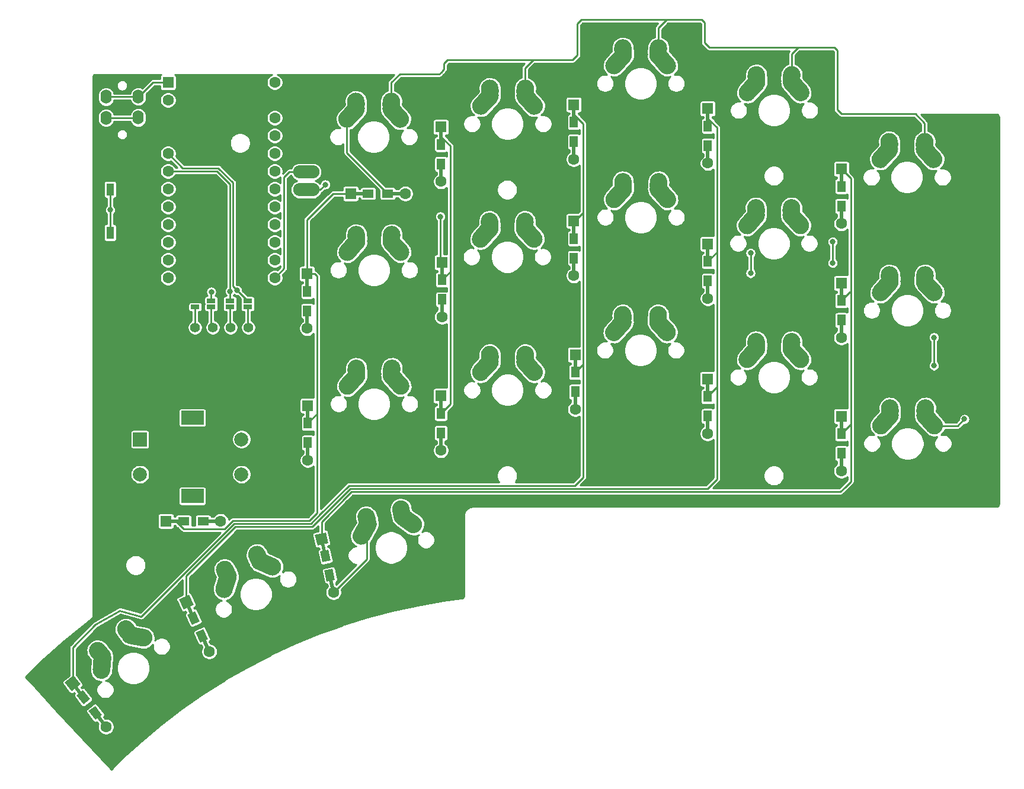
<source format=gbr>
%TF.GenerationSoftware,KiCad,Pcbnew,(5.1.7)-1*%
%TF.CreationDate,2021-07-25T23:49:13+05:30*%
%TF.ProjectId,Pteron36v0,50746572-6f6e-4333-9676-302e6b696361,rev?*%
%TF.SameCoordinates,Original*%
%TF.FileFunction,Copper,L2,Bot*%
%TF.FilePolarity,Positive*%
%FSLAX46Y46*%
G04 Gerber Fmt 4.6, Leading zero omitted, Abs format (unit mm)*
G04 Created by KiCad (PCBNEW (5.1.7)-1) date 2021-07-25 23:49:13*
%MOMM*%
%LPD*%
G01*
G04 APERTURE LIST*
%TA.AperFunction,ComponentPad*%
%ADD10C,2.000000*%
%TD*%
%TA.AperFunction,ComponentPad*%
%ADD11C,1.600000*%
%TD*%
%TA.AperFunction,ComponentPad*%
%ADD12R,1.600000X1.600000*%
%TD*%
%TA.AperFunction,ComponentPad*%
%ADD13O,1.600000X2.000000*%
%TD*%
%TA.AperFunction,ComponentPad*%
%ADD14R,2.000000X2.000000*%
%TD*%
%TA.AperFunction,ComponentPad*%
%ADD15R,3.200000X2.000000*%
%TD*%
%TA.AperFunction,SMDPad,CuDef*%
%ADD16R,2.900000X0.500000*%
%TD*%
%TA.AperFunction,SMDPad,CuDef*%
%ADD17R,1.600000X1.200000*%
%TD*%
%TA.AperFunction,SMDPad,CuDef*%
%ADD18R,1.100000X1.800000*%
%TD*%
%TA.AperFunction,SMDPad,CuDef*%
%ADD19O,3.759200X1.879600*%
%TD*%
%TA.AperFunction,SMDPad,CuDef*%
%ADD20R,0.500000X2.900000*%
%TD*%
%TA.AperFunction,SMDPad,CuDef*%
%ADD21R,1.200000X1.600000*%
%TD*%
%TA.AperFunction,SMDPad,CuDef*%
%ADD22C,0.100000*%
%TD*%
%TA.AperFunction,ComponentPad*%
%ADD23C,0.100000*%
%TD*%
%TA.AperFunction,SMDPad,CuDef*%
%ADD24R,1.270000X0.635000*%
%TD*%
%TA.AperFunction,ComponentPad*%
%ADD25C,1.397000*%
%TD*%
%TA.AperFunction,ViaPad*%
%ADD26C,0.800000*%
%TD*%
%TA.AperFunction,Conductor*%
%ADD27C,0.250000*%
%TD*%
%TA.AperFunction,Conductor*%
%ADD28C,0.254000*%
%TD*%
%TA.AperFunction,Conductor*%
%ADD29C,0.100000*%
%TD*%
G04 APERTURE END LIST*
%TO.P,SW9,1*%
%TO.N,/Row3*%
%TA.AperFunction,SMDPad,CuDef*%
G36*
G01*
X198137723Y-97153426D02*
X198177638Y-96574623D01*
G75*
G02*
X199510675Y-95413584I1247038J-85999D01*
G01*
X199510675Y-95413584D01*
G75*
G02*
X200671714Y-96746621I-85999J-1247038D01*
G01*
X200631716Y-97326621D01*
G75*
G02*
X199298679Y-98487660I-1247038J85999D01*
G01*
X199298679Y-98487660D01*
G75*
G02*
X198137640Y-97154623I85999J1247038D01*
G01*
G37*
%TD.AperFunction*%
D10*
%TO.P,SW9,2*%
%TO.N,Net-(D9-Pad2)*%
X194344677Y-96660622D03*
X194384677Y-97240622D03*
%TA.AperFunction,SMDPad,CuDef*%
G36*
G01*
X193137721Y-97327818D02*
X193097640Y-96746621D01*
G75*
G02*
X194258679Y-95413584I1247038J85999D01*
G01*
X194258679Y-95413584D01*
G75*
G02*
X195591716Y-96574623I85999J-1247038D01*
G01*
X195631714Y-97154623D01*
G75*
G02*
X194470675Y-98487660I-1247038J-85999D01*
G01*
X194470675Y-98487660D01*
G75*
G02*
X193137638Y-97326621I-85999J1247038D01*
G01*
G37*
%TD.AperFunction*%
%TO.P,SW9,1*%
%TO.N,/Row3*%
X200694677Y-99200622D03*
X199384677Y-97740622D03*
%TO.P,SW9,2*%
%TO.N,Net-(D9-Pad2)*%
%TA.AperFunction,SMDPad,CuDef*%
G36*
G01*
X195315061Y-98575409D02*
X194005071Y-100035417D01*
G75*
G02*
X192239891Y-100131015I-930389J834791D01*
G01*
X192239891Y-100131015D01*
G75*
G02*
X192144293Y-98365835I834791J930389D01*
G01*
X193454283Y-96905827D01*
G75*
G02*
X195219463Y-96810229I930389J-834791D01*
G01*
X195219463Y-96810229D01*
G75*
G02*
X195315061Y-98575409I-834791J-930389D01*
G01*
G37*
%TD.AperFunction*%
%TO.P,SW9,1*%
%TO.N,/Row3*%
%TA.AperFunction,SMDPad,CuDef*%
G36*
G01*
X200315071Y-96905827D02*
X201625061Y-98365835D01*
G75*
G02*
X201529463Y-100131015I-930389J-834791D01*
G01*
X201529463Y-100131015D01*
G75*
G02*
X199764283Y-100035417I-834791J930389D01*
G01*
X198454293Y-98575409D01*
G75*
G02*
X198549891Y-96810229I930389J834791D01*
G01*
X198549891Y-96810229D01*
G75*
G02*
X200315071Y-96905827I834791J-930389D01*
G01*
G37*
%TD.AperFunction*%
%TO.P,SW9,2*%
%TO.N,Net-(D9-Pad2)*%
X193074677Y-99200622D03*
X194384677Y-97740622D03*
%TO.P,SW9,1*%
%TO.N,/Row3*%
X199424677Y-96660622D03*
X199384677Y-97240622D03*
%TD*%
%TO.P,SW19,1*%
%TO.N,/Row3*%
%TA.AperFunction,SMDPad,CuDef*%
G36*
G01*
X159975292Y-83822000D02*
X160015207Y-83243197D01*
G75*
G02*
X161348244Y-82082158I1247038J-85999D01*
G01*
X161348244Y-82082158D01*
G75*
G02*
X162509283Y-83415195I-85999J-1247038D01*
G01*
X162469285Y-83995195D01*
G75*
G02*
X161136248Y-85156234I-1247038J85999D01*
G01*
X161136248Y-85156234D01*
G75*
G02*
X159975209Y-83823197I85999J1247038D01*
G01*
G37*
%TD.AperFunction*%
%TO.P,SW19,2*%
%TO.N,Net-(D19-Pad2)*%
X156182246Y-83329196D03*
X156222246Y-83909196D03*
%TA.AperFunction,SMDPad,CuDef*%
G36*
G01*
X154975290Y-83996392D02*
X154935209Y-83415195D01*
G75*
G02*
X156096248Y-82082158I1247038J85999D01*
G01*
X156096248Y-82082158D01*
G75*
G02*
X157429285Y-83243197I85999J-1247038D01*
G01*
X157469283Y-83823197D01*
G75*
G02*
X156308244Y-85156234I-1247038J-85999D01*
G01*
X156308244Y-85156234D01*
G75*
G02*
X154975207Y-83995195I-85999J1247038D01*
G01*
G37*
%TD.AperFunction*%
%TO.P,SW19,1*%
%TO.N,/Row3*%
X162532246Y-85869196D03*
X161222246Y-84409196D03*
%TO.P,SW19,2*%
%TO.N,Net-(D19-Pad2)*%
%TA.AperFunction,SMDPad,CuDef*%
G36*
G01*
X157152630Y-85243983D02*
X155842640Y-86703991D01*
G75*
G02*
X154077460Y-86799589I-930389J834791D01*
G01*
X154077460Y-86799589D01*
G75*
G02*
X153981862Y-85034409I834791J930389D01*
G01*
X155291852Y-83574401D01*
G75*
G02*
X157057032Y-83478803I930389J-834791D01*
G01*
X157057032Y-83478803D01*
G75*
G02*
X157152630Y-85243983I-834791J-930389D01*
G01*
G37*
%TD.AperFunction*%
%TO.P,SW19,1*%
%TO.N,/Row3*%
%TA.AperFunction,SMDPad,CuDef*%
G36*
G01*
X162152640Y-83574401D02*
X163462630Y-85034409D01*
G75*
G02*
X163367032Y-86799589I-930389J-834791D01*
G01*
X163367032Y-86799589D01*
G75*
G02*
X161601852Y-86703991I-834791J930389D01*
G01*
X160291862Y-85243983D01*
G75*
G02*
X160387460Y-83478803I930389J834791D01*
G01*
X160387460Y-83478803D01*
G75*
G02*
X162152640Y-83574401I834791J-930389D01*
G01*
G37*
%TD.AperFunction*%
%TO.P,SW19,2*%
%TO.N,Net-(D19-Pad2)*%
X154912246Y-85869196D03*
X156222246Y-84409196D03*
%TO.P,SW19,1*%
%TO.N,/Row3*%
X161262246Y-83329196D03*
X161222246Y-83909196D03*
%TD*%
%TO.P,SW28,1*%
%TO.N,/Row3*%
%TA.AperFunction,SMDPad,CuDef*%
G36*
G01*
X121914555Y-91482169D02*
X121954470Y-90903366D01*
G75*
G02*
X123287507Y-89742327I1247038J-85999D01*
G01*
X123287507Y-89742327D01*
G75*
G02*
X124448546Y-91075364I-85999J-1247038D01*
G01*
X124408548Y-91655364D01*
G75*
G02*
X123075511Y-92816403I-1247038J85999D01*
G01*
X123075511Y-92816403D01*
G75*
G02*
X121914472Y-91483366I85999J1247038D01*
G01*
G37*
%TD.AperFunction*%
%TO.P,SW28,2*%
%TO.N,Net-(D28-Pad2)*%
X118121509Y-90989365D03*
X118161509Y-91569365D03*
%TA.AperFunction,SMDPad,CuDef*%
G36*
G01*
X116914553Y-91656561D02*
X116874472Y-91075364D01*
G75*
G02*
X118035511Y-89742327I1247038J85999D01*
G01*
X118035511Y-89742327D01*
G75*
G02*
X119368548Y-90903366I85999J-1247038D01*
G01*
X119408546Y-91483366D01*
G75*
G02*
X118247507Y-92816403I-1247038J-85999D01*
G01*
X118247507Y-92816403D01*
G75*
G02*
X116914470Y-91655364I-85999J1247038D01*
G01*
G37*
%TD.AperFunction*%
%TO.P,SW28,1*%
%TO.N,/Row3*%
X124471509Y-93529365D03*
X123161509Y-92069365D03*
%TO.P,SW28,2*%
%TO.N,Net-(D28-Pad2)*%
%TA.AperFunction,SMDPad,CuDef*%
G36*
G01*
X119091893Y-92904152D02*
X117781903Y-94364160D01*
G75*
G02*
X116016723Y-94459758I-930389J834791D01*
G01*
X116016723Y-94459758D01*
G75*
G02*
X115921125Y-92694578I834791J930389D01*
G01*
X117231115Y-91234570D01*
G75*
G02*
X118996295Y-91138972I930389J-834791D01*
G01*
X118996295Y-91138972D01*
G75*
G02*
X119091893Y-92904152I-834791J-930389D01*
G01*
G37*
%TD.AperFunction*%
%TO.P,SW28,1*%
%TO.N,/Row3*%
%TA.AperFunction,SMDPad,CuDef*%
G36*
G01*
X124091903Y-91234570D02*
X125401893Y-92694578D01*
G75*
G02*
X125306295Y-94459758I-930389J-834791D01*
G01*
X125306295Y-94459758D01*
G75*
G02*
X123541115Y-94364160I-834791J930389D01*
G01*
X122231125Y-92904152D01*
G75*
G02*
X122326723Y-91138972I930389J834791D01*
G01*
X122326723Y-91138972D01*
G75*
G02*
X124091903Y-91234570I834791J-930389D01*
G01*
G37*
%TD.AperFunction*%
%TO.P,SW28,2*%
%TO.N,Net-(D28-Pad2)*%
X116851509Y-93529365D03*
X118161509Y-92069365D03*
%TO.P,SW28,1*%
%TO.N,/Row3*%
X123201509Y-90989365D03*
X123161509Y-91569365D03*
%TD*%
%TO.P,SW27,1*%
%TO.N,/Row2*%
%TA.AperFunction,SMDPad,CuDef*%
G36*
G01*
X121895176Y-72356719D02*
X121935091Y-71777916D01*
G75*
G02*
X123268128Y-70616877I1247038J-85999D01*
G01*
X123268128Y-70616877D01*
G75*
G02*
X124429167Y-71949914I-85999J-1247038D01*
G01*
X124389169Y-72529914D01*
G75*
G02*
X123056132Y-73690953I-1247038J85999D01*
G01*
X123056132Y-73690953D01*
G75*
G02*
X121895093Y-72357916I85999J1247038D01*
G01*
G37*
%TD.AperFunction*%
%TO.P,SW27,2*%
%TO.N,Net-(D27-Pad2)*%
X118102130Y-71863915D03*
X118142130Y-72443915D03*
%TA.AperFunction,SMDPad,CuDef*%
G36*
G01*
X116895174Y-72531111D02*
X116855093Y-71949914D01*
G75*
G02*
X118016132Y-70616877I1247038J85999D01*
G01*
X118016132Y-70616877D01*
G75*
G02*
X119349169Y-71777916I85999J-1247038D01*
G01*
X119389167Y-72357916D01*
G75*
G02*
X118228128Y-73690953I-1247038J-85999D01*
G01*
X118228128Y-73690953D01*
G75*
G02*
X116895091Y-72529914I-85999J1247038D01*
G01*
G37*
%TD.AperFunction*%
%TO.P,SW27,1*%
%TO.N,/Row2*%
X124452130Y-74403915D03*
X123142130Y-72943915D03*
%TO.P,SW27,2*%
%TO.N,Net-(D27-Pad2)*%
%TA.AperFunction,SMDPad,CuDef*%
G36*
G01*
X119072514Y-73778702D02*
X117762524Y-75238710D01*
G75*
G02*
X115997344Y-75334308I-930389J834791D01*
G01*
X115997344Y-75334308D01*
G75*
G02*
X115901746Y-73569128I834791J930389D01*
G01*
X117211736Y-72109120D01*
G75*
G02*
X118976916Y-72013522I930389J-834791D01*
G01*
X118976916Y-72013522D01*
G75*
G02*
X119072514Y-73778702I-834791J-930389D01*
G01*
G37*
%TD.AperFunction*%
%TO.P,SW27,1*%
%TO.N,/Row2*%
%TA.AperFunction,SMDPad,CuDef*%
G36*
G01*
X124072524Y-72109120D02*
X125382514Y-73569128D01*
G75*
G02*
X125286916Y-75334308I-930389J-834791D01*
G01*
X125286916Y-75334308D01*
G75*
G02*
X123521736Y-75238710I-834791J930389D01*
G01*
X122211746Y-73778702D01*
G75*
G02*
X122307344Y-72013522I930389J834791D01*
G01*
X122307344Y-72013522D01*
G75*
G02*
X124072524Y-72109120I834791J-930389D01*
G01*
G37*
%TD.AperFunction*%
%TO.P,SW27,2*%
%TO.N,Net-(D27-Pad2)*%
X116832130Y-74403915D03*
X118142130Y-72943915D03*
%TO.P,SW27,1*%
%TO.N,/Row2*%
X123182130Y-71863915D03*
X123142130Y-72443915D03*
%TD*%
%TO.P,SW26,1*%
%TO.N,/Row1*%
%TA.AperFunction,SMDPad,CuDef*%
G36*
G01*
X121851532Y-53321824D02*
X121891447Y-52743021D01*
G75*
G02*
X123224484Y-51581982I1247038J-85999D01*
G01*
X123224484Y-51581982D01*
G75*
G02*
X124385523Y-52915019I-85999J-1247038D01*
G01*
X124345525Y-53495019D01*
G75*
G02*
X123012488Y-54656058I-1247038J85999D01*
G01*
X123012488Y-54656058D01*
G75*
G02*
X121851449Y-53323021I85999J1247038D01*
G01*
G37*
%TD.AperFunction*%
%TO.P,SW26,2*%
%TO.N,Net-(D26-Pad2)*%
X118058486Y-52829020D03*
X118098486Y-53409020D03*
%TA.AperFunction,SMDPad,CuDef*%
G36*
G01*
X116851530Y-53496216D02*
X116811449Y-52915019D01*
G75*
G02*
X117972488Y-51581982I1247038J85999D01*
G01*
X117972488Y-51581982D01*
G75*
G02*
X119305525Y-52743021I85999J-1247038D01*
G01*
X119345523Y-53323021D01*
G75*
G02*
X118184484Y-54656058I-1247038J-85999D01*
G01*
X118184484Y-54656058D01*
G75*
G02*
X116851447Y-53495019I-85999J1247038D01*
G01*
G37*
%TD.AperFunction*%
%TO.P,SW26,1*%
%TO.N,/Row1*%
X124408486Y-55369020D03*
X123098486Y-53909020D03*
%TO.P,SW26,2*%
%TO.N,Net-(D26-Pad2)*%
%TA.AperFunction,SMDPad,CuDef*%
G36*
G01*
X119028870Y-54743807D02*
X117718880Y-56203815D01*
G75*
G02*
X115953700Y-56299413I-930389J834791D01*
G01*
X115953700Y-56299413D01*
G75*
G02*
X115858102Y-54534233I834791J930389D01*
G01*
X117168092Y-53074225D01*
G75*
G02*
X118933272Y-52978627I930389J-834791D01*
G01*
X118933272Y-52978627D01*
G75*
G02*
X119028870Y-54743807I-834791J-930389D01*
G01*
G37*
%TD.AperFunction*%
%TO.P,SW26,1*%
%TO.N,/Row1*%
%TA.AperFunction,SMDPad,CuDef*%
G36*
G01*
X124028880Y-53074225D02*
X125338870Y-54534233D01*
G75*
G02*
X125243272Y-56299413I-930389J-834791D01*
G01*
X125243272Y-56299413D01*
G75*
G02*
X123478092Y-56203815I-834791J930389D01*
G01*
X122168102Y-54743807D01*
G75*
G02*
X122263700Y-52978627I930389J834791D01*
G01*
X122263700Y-52978627D01*
G75*
G02*
X124028880Y-53074225I834791J-930389D01*
G01*
G37*
%TD.AperFunction*%
%TO.P,SW26,2*%
%TO.N,Net-(D26-Pad2)*%
X116788486Y-55369020D03*
X118098486Y-53909020D03*
%TO.P,SW26,1*%
%TO.N,/Row1*%
X123138486Y-52829020D03*
X123098486Y-53409020D03*
%TD*%
%TO.P,SW24,1*%
%TO.N,/Row3*%
%TA.AperFunction,SMDPad,CuDef*%
G36*
G01*
X140981959Y-89506094D02*
X141021874Y-88927291D01*
G75*
G02*
X142354911Y-87766252I1247038J-85999D01*
G01*
X142354911Y-87766252D01*
G75*
G02*
X143515950Y-89099289I-85999J-1247038D01*
G01*
X143475952Y-89679289D01*
G75*
G02*
X142142915Y-90840328I-1247038J85999D01*
G01*
X142142915Y-90840328D01*
G75*
G02*
X140981876Y-89507291I85999J1247038D01*
G01*
G37*
%TD.AperFunction*%
%TO.P,SW24,2*%
%TO.N,Net-(D24-Pad2)*%
X137188913Y-89013290D03*
X137228913Y-89593290D03*
%TA.AperFunction,SMDPad,CuDef*%
G36*
G01*
X135981957Y-89680486D02*
X135941876Y-89099289D01*
G75*
G02*
X137102915Y-87766252I1247038J85999D01*
G01*
X137102915Y-87766252D01*
G75*
G02*
X138435952Y-88927291I85999J-1247038D01*
G01*
X138475950Y-89507291D01*
G75*
G02*
X137314911Y-90840328I-1247038J-85999D01*
G01*
X137314911Y-90840328D01*
G75*
G02*
X135981874Y-89679289I-85999J1247038D01*
G01*
G37*
%TD.AperFunction*%
%TO.P,SW24,1*%
%TO.N,/Row3*%
X143538913Y-91553290D03*
X142228913Y-90093290D03*
%TO.P,SW24,2*%
%TO.N,Net-(D24-Pad2)*%
%TA.AperFunction,SMDPad,CuDef*%
G36*
G01*
X138159297Y-90928077D02*
X136849307Y-92388085D01*
G75*
G02*
X135084127Y-92483683I-930389J834791D01*
G01*
X135084127Y-92483683D01*
G75*
G02*
X134988529Y-90718503I834791J930389D01*
G01*
X136298519Y-89258495D01*
G75*
G02*
X138063699Y-89162897I930389J-834791D01*
G01*
X138063699Y-89162897D01*
G75*
G02*
X138159297Y-90928077I-834791J-930389D01*
G01*
G37*
%TD.AperFunction*%
%TO.P,SW24,1*%
%TO.N,/Row3*%
%TA.AperFunction,SMDPad,CuDef*%
G36*
G01*
X143159307Y-89258495D02*
X144469297Y-90718503D01*
G75*
G02*
X144373699Y-92483683I-930389J-834791D01*
G01*
X144373699Y-92483683D01*
G75*
G02*
X142608519Y-92388085I-834791J930389D01*
G01*
X141298529Y-90928077D01*
G75*
G02*
X141394127Y-89162897I930389J834791D01*
G01*
X141394127Y-89162897D01*
G75*
G02*
X143159307Y-89258495I834791J-930389D01*
G01*
G37*
%TD.AperFunction*%
%TO.P,SW24,2*%
%TO.N,Net-(D24-Pad2)*%
X135918913Y-91553290D03*
X137228913Y-90093290D03*
%TO.P,SW24,1*%
%TO.N,/Row3*%
X142268913Y-89013290D03*
X142228913Y-89593290D03*
%TD*%
%TO.P,SW23,1*%
%TO.N,/Row2*%
%TA.AperFunction,SMDPad,CuDef*%
G36*
G01*
X140938315Y-70471198D02*
X140978230Y-69892395D01*
G75*
G02*
X142311267Y-68731356I1247038J-85999D01*
G01*
X142311267Y-68731356D01*
G75*
G02*
X143472306Y-70064393I-85999J-1247038D01*
G01*
X143432308Y-70644393D01*
G75*
G02*
X142099271Y-71805432I-1247038J85999D01*
G01*
X142099271Y-71805432D01*
G75*
G02*
X140938232Y-70472395I85999J1247038D01*
G01*
G37*
%TD.AperFunction*%
%TO.P,SW23,2*%
%TO.N,Net-(D23-Pad2)*%
X137145269Y-69978394D03*
X137185269Y-70558394D03*
%TA.AperFunction,SMDPad,CuDef*%
G36*
G01*
X135938313Y-70645590D02*
X135898232Y-70064393D01*
G75*
G02*
X137059271Y-68731356I1247038J85999D01*
G01*
X137059271Y-68731356D01*
G75*
G02*
X138392308Y-69892395I85999J-1247038D01*
G01*
X138432306Y-70472395D01*
G75*
G02*
X137271267Y-71805432I-1247038J-85999D01*
G01*
X137271267Y-71805432D01*
G75*
G02*
X135938230Y-70644393I-85999J1247038D01*
G01*
G37*
%TD.AperFunction*%
%TO.P,SW23,1*%
%TO.N,/Row2*%
X143495269Y-72518394D03*
X142185269Y-71058394D03*
%TO.P,SW23,2*%
%TO.N,Net-(D23-Pad2)*%
%TA.AperFunction,SMDPad,CuDef*%
G36*
G01*
X138115653Y-71893181D02*
X136805663Y-73353189D01*
G75*
G02*
X135040483Y-73448787I-930389J834791D01*
G01*
X135040483Y-73448787D01*
G75*
G02*
X134944885Y-71683607I834791J930389D01*
G01*
X136254875Y-70223599D01*
G75*
G02*
X138020055Y-70128001I930389J-834791D01*
G01*
X138020055Y-70128001D01*
G75*
G02*
X138115653Y-71893181I-834791J-930389D01*
G01*
G37*
%TD.AperFunction*%
%TO.P,SW23,1*%
%TO.N,/Row2*%
%TA.AperFunction,SMDPad,CuDef*%
G36*
G01*
X143115663Y-70223599D02*
X144425653Y-71683607D01*
G75*
G02*
X144330055Y-73448787I-930389J-834791D01*
G01*
X144330055Y-73448787D01*
G75*
G02*
X142564875Y-73353189I-834791J930389D01*
G01*
X141254885Y-71893181D01*
G75*
G02*
X141350483Y-70128001I930389J834791D01*
G01*
X141350483Y-70128001D01*
G75*
G02*
X143115663Y-70223599I834791J-930389D01*
G01*
G37*
%TD.AperFunction*%
%TO.P,SW23,2*%
%TO.N,Net-(D23-Pad2)*%
X135875269Y-72518394D03*
X137185269Y-71058394D03*
%TO.P,SW23,1*%
%TO.N,/Row2*%
X142225269Y-69978394D03*
X142185269Y-70558394D03*
%TD*%
%TO.P,SW22,1*%
%TO.N,/Row1*%
%TA.AperFunction,SMDPad,CuDef*%
G36*
G01*
X140985227Y-51460573D02*
X141025142Y-50881770D01*
G75*
G02*
X142358179Y-49720731I1247038J-85999D01*
G01*
X142358179Y-49720731D01*
G75*
G02*
X143519218Y-51053768I-85999J-1247038D01*
G01*
X143479220Y-51633768D01*
G75*
G02*
X142146183Y-52794807I-1247038J85999D01*
G01*
X142146183Y-52794807D01*
G75*
G02*
X140985144Y-51461770I85999J1247038D01*
G01*
G37*
%TD.AperFunction*%
%TO.P,SW22,2*%
%TO.N,Net-(D22-Pad2)*%
X137192181Y-50967769D03*
X137232181Y-51547769D03*
%TA.AperFunction,SMDPad,CuDef*%
G36*
G01*
X135985225Y-51634965D02*
X135945144Y-51053768D01*
G75*
G02*
X137106183Y-49720731I1247038J85999D01*
G01*
X137106183Y-49720731D01*
G75*
G02*
X138439220Y-50881770I85999J-1247038D01*
G01*
X138479218Y-51461770D01*
G75*
G02*
X137318179Y-52794807I-1247038J-85999D01*
G01*
X137318179Y-52794807D01*
G75*
G02*
X135985142Y-51633768I-85999J1247038D01*
G01*
G37*
%TD.AperFunction*%
%TO.P,SW22,1*%
%TO.N,/Row1*%
X143542181Y-53507769D03*
X142232181Y-52047769D03*
%TO.P,SW22,2*%
%TO.N,Net-(D22-Pad2)*%
%TA.AperFunction,SMDPad,CuDef*%
G36*
G01*
X138162565Y-52882556D02*
X136852575Y-54342564D01*
G75*
G02*
X135087395Y-54438162I-930389J834791D01*
G01*
X135087395Y-54438162D01*
G75*
G02*
X134991797Y-52672982I834791J930389D01*
G01*
X136301787Y-51212974D01*
G75*
G02*
X138066967Y-51117376I930389J-834791D01*
G01*
X138066967Y-51117376D01*
G75*
G02*
X138162565Y-52882556I-834791J-930389D01*
G01*
G37*
%TD.AperFunction*%
%TO.P,SW22,1*%
%TO.N,/Row1*%
%TA.AperFunction,SMDPad,CuDef*%
G36*
G01*
X143162575Y-51212974D02*
X144472565Y-52672982D01*
G75*
G02*
X144376967Y-54438162I-930389J-834791D01*
G01*
X144376967Y-54438162D01*
G75*
G02*
X142611787Y-54342564I-834791J930389D01*
G01*
X141301797Y-52882556D01*
G75*
G02*
X141397395Y-51117376I930389J834791D01*
G01*
X141397395Y-51117376D01*
G75*
G02*
X143162575Y-51212974I834791J-930389D01*
G01*
G37*
%TD.AperFunction*%
%TO.P,SW22,2*%
%TO.N,Net-(D22-Pad2)*%
X135922181Y-53507769D03*
X137232181Y-52047769D03*
%TO.P,SW22,1*%
%TO.N,/Row1*%
X142272181Y-50967769D03*
X142232181Y-51547769D03*
%TD*%
%TO.P,SW20,1*%
%TO.N,/Row4*%
%TA.AperFunction,SMDPad,CuDef*%
G36*
G01*
X84481515Y-129431924D02*
X84159622Y-128946613D01*
G75*
G02*
X84510395Y-127213996I1041695J690922D01*
G01*
X84510395Y-127213996D01*
G75*
G02*
X86243012Y-127564769I690922J-1041695D01*
G01*
X86564362Y-128049263D01*
G75*
G02*
X86213589Y-129781880I-1041695J-690922D01*
G01*
X86213589Y-129781880D01*
G75*
G02*
X84480972Y-129431107I-690922J1041695D01*
G01*
G37*
%TD.AperFunction*%
%TO.P,SW20,2*%
%TO.N,Net-(D20-Pad2)*%
X81171083Y-131348198D03*
X81555899Y-131783993D03*
%TA.AperFunction,SMDPad,CuDef*%
G36*
G01*
X80619703Y-132612268D02*
X80234095Y-132175573D01*
G75*
G02*
X80343708Y-130411208I936989J827376D01*
G01*
X80343708Y-130411208D01*
G75*
G02*
X82108073Y-130520821I827376J-936989D01*
G01*
X82492887Y-130956617D01*
G75*
G02*
X82383274Y-132720982I-936989J-827376D01*
G01*
X82383274Y-132720982D01*
G75*
G02*
X80618909Y-132611369I-827376J936989D01*
G01*
G37*
%TD.AperFunction*%
%TO.P,SW20,1*%
%TO.N,/Row4*%
X87755131Y-129497680D03*
X85827047Y-129136862D03*
%TO.P,SW20,2*%
%TO.N,Net-(D20-Pad2)*%
%TA.AperFunction,SMDPad,CuDef*%
G36*
G01*
X83106589Y-132276568D02*
X82956101Y-134232342D01*
G75*
G02*
X81613886Y-135382759I-1246316J95899D01*
G01*
X81613886Y-135382759D01*
G75*
G02*
X80463469Y-134040544I95899J1246316D01*
G01*
X80613957Y-132084770D01*
G75*
G02*
X81956172Y-130934353I1246316J-95899D01*
G01*
X81956172Y-130934353D01*
G75*
G02*
X83106589Y-132276568I-95899J-1246316D01*
G01*
G37*
%TD.AperFunction*%
%TO.P,SW20,1*%
%TO.N,/Row4*%
%TA.AperFunction,SMDPad,CuDef*%
G36*
G01*
X86056987Y-127908187D02*
X87985069Y-128269017D01*
G75*
G02*
X88983799Y-129727625I-229939J-1228669D01*
G01*
X88983799Y-129727625D01*
G75*
G02*
X87525191Y-130726355I-1228669J229939D01*
G01*
X85597109Y-130365525D01*
G75*
G02*
X84598379Y-128906917I229939J1228669D01*
G01*
X84598379Y-128906917D01*
G75*
G02*
X86056987Y-127908187I1228669J-229939D01*
G01*
G37*
%TD.AperFunction*%
%TO.P,SW20,2*%
%TO.N,Net-(D20-Pad2)*%
X81709779Y-134136443D03*
X81860280Y-132180669D03*
%TO.P,SW20,1*%
%TO.N,/Row4*%
X85201318Y-128255690D03*
X85522666Y-128740185D03*
%TD*%
%TO.P,SW18,1*%
%TO.N,/Row2*%
%TA.AperFunction,SMDPad,CuDef*%
G36*
G01*
X160022208Y-64811371D02*
X160062123Y-64232568D01*
G75*
G02*
X161395160Y-63071529I1247038J-85999D01*
G01*
X161395160Y-63071529D01*
G75*
G02*
X162556199Y-64404566I-85999J-1247038D01*
G01*
X162516201Y-64984566D01*
G75*
G02*
X161183164Y-66145605I-1247038J85999D01*
G01*
X161183164Y-66145605D01*
G75*
G02*
X160022125Y-64812568I85999J1247038D01*
G01*
G37*
%TD.AperFunction*%
%TO.P,SW18,2*%
%TO.N,Net-(D18-Pad2)*%
X156229162Y-64318567D03*
X156269162Y-64898567D03*
%TA.AperFunction,SMDPad,CuDef*%
G36*
G01*
X155022206Y-64985763D02*
X154982125Y-64404566D01*
G75*
G02*
X156143164Y-63071529I1247038J85999D01*
G01*
X156143164Y-63071529D01*
G75*
G02*
X157476201Y-64232568I85999J-1247038D01*
G01*
X157516199Y-64812568D01*
G75*
G02*
X156355160Y-66145605I-1247038J-85999D01*
G01*
X156355160Y-66145605D01*
G75*
G02*
X155022123Y-64984566I-85999J1247038D01*
G01*
G37*
%TD.AperFunction*%
%TO.P,SW18,1*%
%TO.N,/Row2*%
X162579162Y-66858567D03*
X161269162Y-65398567D03*
%TO.P,SW18,2*%
%TO.N,Net-(D18-Pad2)*%
%TA.AperFunction,SMDPad,CuDef*%
G36*
G01*
X157199546Y-66233354D02*
X155889556Y-67693362D01*
G75*
G02*
X154124376Y-67788960I-930389J834791D01*
G01*
X154124376Y-67788960D01*
G75*
G02*
X154028778Y-66023780I834791J930389D01*
G01*
X155338768Y-64563772D01*
G75*
G02*
X157103948Y-64468174I930389J-834791D01*
G01*
X157103948Y-64468174D01*
G75*
G02*
X157199546Y-66233354I-834791J-930389D01*
G01*
G37*
%TD.AperFunction*%
%TO.P,SW18,1*%
%TO.N,/Row2*%
%TA.AperFunction,SMDPad,CuDef*%
G36*
G01*
X162199556Y-64563772D02*
X163509546Y-66023780D01*
G75*
G02*
X163413948Y-67788960I-930389J-834791D01*
G01*
X163413948Y-67788960D01*
G75*
G02*
X161648768Y-67693362I-834791J930389D01*
G01*
X160338778Y-66233354D01*
G75*
G02*
X160434376Y-64468174I930389J834791D01*
G01*
X160434376Y-64468174D01*
G75*
G02*
X162199556Y-64563772I834791J-930389D01*
G01*
G37*
%TD.AperFunction*%
%TO.P,SW18,2*%
%TO.N,Net-(D18-Pad2)*%
X154959162Y-66858567D03*
X156269162Y-65398567D03*
%TO.P,SW18,1*%
%TO.N,/Row2*%
X161309162Y-64318567D03*
X161269162Y-64898567D03*
%TD*%
%TO.P,SW17,1*%
%TO.N,/Row1*%
%TA.AperFunction,SMDPad,CuDef*%
G36*
G01*
X160002825Y-45685920D02*
X160042740Y-45107117D01*
G75*
G02*
X161375777Y-43946078I1247038J-85999D01*
G01*
X161375777Y-43946078D01*
G75*
G02*
X162536816Y-45279115I-85999J-1247038D01*
G01*
X162496818Y-45859115D01*
G75*
G02*
X161163781Y-47020154I-1247038J85999D01*
G01*
X161163781Y-47020154D01*
G75*
G02*
X160002742Y-45687117I85999J1247038D01*
G01*
G37*
%TD.AperFunction*%
%TO.P,SW17,2*%
%TO.N,Net-(D17-Pad2)*%
X156209779Y-45193116D03*
X156249779Y-45773116D03*
%TA.AperFunction,SMDPad,CuDef*%
G36*
G01*
X155002823Y-45860312D02*
X154962742Y-45279115D01*
G75*
G02*
X156123781Y-43946078I1247038J85999D01*
G01*
X156123781Y-43946078D01*
G75*
G02*
X157456818Y-45107117I85999J-1247038D01*
G01*
X157496816Y-45687117D01*
G75*
G02*
X156335777Y-47020154I-1247038J-85999D01*
G01*
X156335777Y-47020154D01*
G75*
G02*
X155002740Y-45859115I-85999J1247038D01*
G01*
G37*
%TD.AperFunction*%
%TO.P,SW17,1*%
%TO.N,/Row1*%
X162559779Y-47733116D03*
X161249779Y-46273116D03*
%TO.P,SW17,2*%
%TO.N,Net-(D17-Pad2)*%
%TA.AperFunction,SMDPad,CuDef*%
G36*
G01*
X157180163Y-47107903D02*
X155870173Y-48567911D01*
G75*
G02*
X154104993Y-48663509I-930389J834791D01*
G01*
X154104993Y-48663509D01*
G75*
G02*
X154009395Y-46898329I834791J930389D01*
G01*
X155319385Y-45438321D01*
G75*
G02*
X157084565Y-45342723I930389J-834791D01*
G01*
X157084565Y-45342723D01*
G75*
G02*
X157180163Y-47107903I-834791J-930389D01*
G01*
G37*
%TD.AperFunction*%
%TO.P,SW17,1*%
%TO.N,/Row1*%
%TA.AperFunction,SMDPad,CuDef*%
G36*
G01*
X162180173Y-45438321D02*
X163490163Y-46898329D01*
G75*
G02*
X163394565Y-48663509I-930389J-834791D01*
G01*
X163394565Y-48663509D01*
G75*
G02*
X161629385Y-48567911I-834791J930389D01*
G01*
X160319395Y-47107903D01*
G75*
G02*
X160414993Y-45342723I930389J834791D01*
G01*
X160414993Y-45342723D01*
G75*
G02*
X162180173Y-45438321I834791J-930389D01*
G01*
G37*
%TD.AperFunction*%
%TO.P,SW17,2*%
%TO.N,Net-(D17-Pad2)*%
X154939779Y-47733116D03*
X156249779Y-46273116D03*
%TO.P,SW17,1*%
%TO.N,/Row1*%
X161289779Y-45193116D03*
X161249779Y-45773116D03*
%TD*%
%TO.P,SW15,1*%
%TO.N,/Row4*%
%TA.AperFunction,SMDPad,CuDef*%
G36*
G01*
X102959891Y-118593925D02*
X102750670Y-118050447D01*
G75*
G02*
X103468135Y-116434822I1166545J449080D01*
G01*
X103468135Y-116434822D01*
G75*
G02*
X105083760Y-117152287I449080J-1166545D01*
G01*
X105292628Y-117694849D01*
G75*
G02*
X104575163Y-119310474I-1166545J-449080D01*
G01*
X104575163Y-119310474D01*
G75*
G02*
X102959538Y-118593009I-449080J1166545D01*
G01*
G37*
%TD.AperFunction*%
%TO.P,SW15,2*%
%TO.N,Net-(D15-Pad2)*%
X99313172Y-119748267D03*
X99594543Y-120257021D03*
%TA.AperFunction,SMDPad,CuDef*%
G36*
G01*
X98501268Y-120863033D02*
X98219317Y-120353229D01*
G75*
G02*
X98708211Y-118654411I1093856J604962D01*
G01*
X98708211Y-118654411D01*
G75*
G02*
X100407029Y-119143305I604962J-1093856D01*
G01*
X100688399Y-119652059D01*
G75*
G02*
X100199505Y-121350877I-1093856J-604962D01*
G01*
X100199505Y-121350877D01*
G75*
G02*
X98500687Y-120861983I-604962J1093856D01*
G01*
G37*
%TD.AperFunction*%
%TO.P,SW15,1*%
%TO.N,/Row4*%
X106141677Y-119366663D03*
X104337391Y-118597083D03*
%TO.P,SW15,2*%
%TO.N,Net-(D15-Pad2)*%
%TA.AperFunction,SMDPad,CuDef*%
G36*
G01*
X101001863Y-121073550D02*
X100431635Y-122950394D01*
G75*
G02*
X98872240Y-123783033I-1196017J363378D01*
G01*
X98872240Y-123783033D01*
G75*
G02*
X98039601Y-122223638I363378J1196017D01*
G01*
X98609829Y-120346794D01*
G75*
G02*
X100169224Y-119514155I1196017J-363378D01*
G01*
X100169224Y-119514155D01*
G75*
G02*
X101001863Y-121073550I-363378J-1196017D01*
G01*
G37*
%TD.AperFunction*%
%TO.P,SW15,1*%
%TO.N,/Row4*%
%TA.AperFunction,SMDPad,CuDef*%
G36*
G01*
X104827814Y-117447300D02*
X106632096Y-118216892D01*
G75*
G02*
X107291452Y-119857090I-490421J-1149777D01*
G01*
X107291452Y-119857090D01*
G75*
G02*
X105651254Y-120516446I-1149777J490421D01*
G01*
X103846972Y-119746854D01*
G75*
G02*
X103187616Y-118106656I490421J1149777D01*
G01*
X103187616Y-118106656D01*
G75*
G02*
X104827814Y-117447300I1149777J-490421D01*
G01*
G37*
%TD.AperFunction*%
%TO.P,SW15,2*%
%TO.N,Net-(D15-Pad2)*%
X99235612Y-122587014D03*
X99805852Y-120710175D03*
%TO.P,SW15,1*%
%TO.N,/Row4*%
X103917216Y-117601366D03*
X104126082Y-118143929D03*
%TD*%
%TO.P,SW14,1*%
%TO.N,/Row3*%
%TA.AperFunction,SMDPad,CuDef*%
G36*
G01*
X179035724Y-87667481D02*
X179075639Y-87088678D01*
G75*
G02*
X180408676Y-85927639I1247038J-85999D01*
G01*
X180408676Y-85927639D01*
G75*
G02*
X181569715Y-87260676I-85999J-1247038D01*
G01*
X181529717Y-87840676D01*
G75*
G02*
X180196680Y-89001715I-1247038J85999D01*
G01*
X180196680Y-89001715D01*
G75*
G02*
X179035641Y-87668678I85999J1247038D01*
G01*
G37*
%TD.AperFunction*%
%TO.P,SW14,2*%
%TO.N,Net-(D14-Pad2)*%
X175242678Y-87174677D03*
X175282678Y-87754677D03*
%TA.AperFunction,SMDPad,CuDef*%
G36*
G01*
X174035722Y-87841873D02*
X173995641Y-87260676D01*
G75*
G02*
X175156680Y-85927639I1247038J85999D01*
G01*
X175156680Y-85927639D01*
G75*
G02*
X176489717Y-87088678I85999J-1247038D01*
G01*
X176529715Y-87668678D01*
G75*
G02*
X175368676Y-89001715I-1247038J-85999D01*
G01*
X175368676Y-89001715D01*
G75*
G02*
X174035639Y-87840676I-85999J1247038D01*
G01*
G37*
%TD.AperFunction*%
%TO.P,SW14,1*%
%TO.N,/Row3*%
X181592678Y-89714677D03*
X180282678Y-88254677D03*
%TO.P,SW14,2*%
%TO.N,Net-(D14-Pad2)*%
%TA.AperFunction,SMDPad,CuDef*%
G36*
G01*
X176213062Y-89089464D02*
X174903072Y-90549472D01*
G75*
G02*
X173137892Y-90645070I-930389J834791D01*
G01*
X173137892Y-90645070D01*
G75*
G02*
X173042294Y-88879890I834791J930389D01*
G01*
X174352284Y-87419882D01*
G75*
G02*
X176117464Y-87324284I930389J-834791D01*
G01*
X176117464Y-87324284D01*
G75*
G02*
X176213062Y-89089464I-834791J-930389D01*
G01*
G37*
%TD.AperFunction*%
%TO.P,SW14,1*%
%TO.N,/Row3*%
%TA.AperFunction,SMDPad,CuDef*%
G36*
G01*
X181213072Y-87419882D02*
X182523062Y-88879890D01*
G75*
G02*
X182427464Y-90645070I-930389J-834791D01*
G01*
X182427464Y-90645070D01*
G75*
G02*
X180662284Y-90549472I-834791J930389D01*
G01*
X179352294Y-89089464D01*
G75*
G02*
X179447892Y-87324284I930389J834791D01*
G01*
X179447892Y-87324284D01*
G75*
G02*
X181213072Y-87419882I834791J-930389D01*
G01*
G37*
%TD.AperFunction*%
%TO.P,SW14,2*%
%TO.N,Net-(D14-Pad2)*%
X173972678Y-89714677D03*
X175282678Y-88254677D03*
%TO.P,SW14,1*%
%TO.N,/Row3*%
X180322678Y-87174677D03*
X180282678Y-87754677D03*
%TD*%
%TO.P,SW13,1*%
%TO.N,/Row2*%
%TA.AperFunction,SMDPad,CuDef*%
G36*
G01*
X179016351Y-68542036D02*
X179056266Y-67963233D01*
G75*
G02*
X180389303Y-66802194I1247038J-85999D01*
G01*
X180389303Y-66802194D01*
G75*
G02*
X181550342Y-68135231I-85999J-1247038D01*
G01*
X181510344Y-68715231D01*
G75*
G02*
X180177307Y-69876270I-1247038J85999D01*
G01*
X180177307Y-69876270D01*
G75*
G02*
X179016268Y-68543233I85999J1247038D01*
G01*
G37*
%TD.AperFunction*%
%TO.P,SW13,2*%
%TO.N,Net-(D13-Pad2)*%
X175223305Y-68049232D03*
X175263305Y-68629232D03*
%TA.AperFunction,SMDPad,CuDef*%
G36*
G01*
X174016349Y-68716428D02*
X173976268Y-68135231D01*
G75*
G02*
X175137307Y-66802194I1247038J85999D01*
G01*
X175137307Y-66802194D01*
G75*
G02*
X176470344Y-67963233I85999J-1247038D01*
G01*
X176510342Y-68543233D01*
G75*
G02*
X175349303Y-69876270I-1247038J-85999D01*
G01*
X175349303Y-69876270D01*
G75*
G02*
X174016266Y-68715231I-85999J1247038D01*
G01*
G37*
%TD.AperFunction*%
%TO.P,SW13,1*%
%TO.N,/Row2*%
X181573305Y-70589232D03*
X180263305Y-69129232D03*
%TO.P,SW13,2*%
%TO.N,Net-(D13-Pad2)*%
%TA.AperFunction,SMDPad,CuDef*%
G36*
G01*
X176193689Y-69964019D02*
X174883699Y-71424027D01*
G75*
G02*
X173118519Y-71519625I-930389J834791D01*
G01*
X173118519Y-71519625D01*
G75*
G02*
X173022921Y-69754445I834791J930389D01*
G01*
X174332911Y-68294437D01*
G75*
G02*
X176098091Y-68198839I930389J-834791D01*
G01*
X176098091Y-68198839D01*
G75*
G02*
X176193689Y-69964019I-834791J-930389D01*
G01*
G37*
%TD.AperFunction*%
%TO.P,SW13,1*%
%TO.N,/Row2*%
%TA.AperFunction,SMDPad,CuDef*%
G36*
G01*
X181193699Y-68294437D02*
X182503689Y-69754445D01*
G75*
G02*
X182408091Y-71519625I-930389J-834791D01*
G01*
X182408091Y-71519625D01*
G75*
G02*
X180642911Y-71424027I-834791J930389D01*
G01*
X179332921Y-69964019D01*
G75*
G02*
X179428519Y-68198839I930389J834791D01*
G01*
X179428519Y-68198839D01*
G75*
G02*
X181193699Y-68294437I834791J-930389D01*
G01*
G37*
%TD.AperFunction*%
%TO.P,SW13,2*%
%TO.N,Net-(D13-Pad2)*%
X173953305Y-70589232D03*
X175263305Y-69129232D03*
%TO.P,SW13,1*%
%TO.N,/Row2*%
X180303305Y-68049232D03*
X180263305Y-68629232D03*
%TD*%
%TO.P,SW12,1*%
%TO.N,/Row1*%
%TA.AperFunction,SMDPad,CuDef*%
G36*
G01*
X179063261Y-49531409D02*
X179103176Y-48952606D01*
G75*
G02*
X180436213Y-47791567I1247038J-85999D01*
G01*
X180436213Y-47791567D01*
G75*
G02*
X181597252Y-49124604I-85999J-1247038D01*
G01*
X181557254Y-49704604D01*
G75*
G02*
X180224217Y-50865643I-1247038J85999D01*
G01*
X180224217Y-50865643D01*
G75*
G02*
X179063178Y-49532606I85999J1247038D01*
G01*
G37*
%TD.AperFunction*%
%TO.P,SW12,2*%
%TO.N,Net-(D12-Pad2)*%
X175270215Y-49038605D03*
X175310215Y-49618605D03*
%TA.AperFunction,SMDPad,CuDef*%
G36*
G01*
X174063259Y-49705801D02*
X174023178Y-49124604D01*
G75*
G02*
X175184217Y-47791567I1247038J85999D01*
G01*
X175184217Y-47791567D01*
G75*
G02*
X176517254Y-48952606I85999J-1247038D01*
G01*
X176557252Y-49532606D01*
G75*
G02*
X175396213Y-50865643I-1247038J-85999D01*
G01*
X175396213Y-50865643D01*
G75*
G02*
X174063176Y-49704604I-85999J1247038D01*
G01*
G37*
%TD.AperFunction*%
%TO.P,SW12,1*%
%TO.N,/Row1*%
X181620215Y-51578605D03*
X180310215Y-50118605D03*
%TO.P,SW12,2*%
%TO.N,Net-(D12-Pad2)*%
%TA.AperFunction,SMDPad,CuDef*%
G36*
G01*
X176240599Y-50953392D02*
X174930609Y-52413400D01*
G75*
G02*
X173165429Y-52508998I-930389J834791D01*
G01*
X173165429Y-52508998D01*
G75*
G02*
X173069831Y-50743818I834791J930389D01*
G01*
X174379821Y-49283810D01*
G75*
G02*
X176145001Y-49188212I930389J-834791D01*
G01*
X176145001Y-49188212D01*
G75*
G02*
X176240599Y-50953392I-834791J-930389D01*
G01*
G37*
%TD.AperFunction*%
%TO.P,SW12,1*%
%TO.N,/Row1*%
%TA.AperFunction,SMDPad,CuDef*%
G36*
G01*
X181240609Y-49283810D02*
X182550599Y-50743818D01*
G75*
G02*
X182455001Y-52508998I-930389J-834791D01*
G01*
X182455001Y-52508998D01*
G75*
G02*
X180689821Y-52413400I-834791J930389D01*
G01*
X179379831Y-50953392D01*
G75*
G02*
X179475429Y-49188212I930389J834791D01*
G01*
X179475429Y-49188212D01*
G75*
G02*
X181240609Y-49283810I834791J-930389D01*
G01*
G37*
%TD.AperFunction*%
%TO.P,SW12,2*%
%TO.N,Net-(D12-Pad2)*%
X174000215Y-51578605D03*
X175310215Y-50118605D03*
%TO.P,SW12,1*%
%TO.N,/Row1*%
X180350215Y-49038605D03*
X180310215Y-49618605D03*
%TD*%
%TO.P,SW10,1*%
%TO.N,/Row4*%
%TA.AperFunction,SMDPad,CuDef*%
G36*
G01*
X123343702Y-111875409D02*
X123257069Y-111299528D01*
G75*
G02*
X124307213Y-109877488I1236092J185948D01*
G01*
X124307213Y-109877488D01*
G75*
G02*
X125729253Y-110927632I185948J-1236092D01*
G01*
X125815739Y-111502542D01*
G75*
G02*
X124765595Y-112924582I-1236092J-185948D01*
G01*
X124765595Y-112924582D01*
G75*
G02*
X123343555Y-111874438I-185948J1236092D01*
G01*
G37*
%TD.AperFunction*%
%TO.P,SW10,2*%
%TO.N,Net-(D10-Pad2)*%
X119533579Y-112213094D03*
X119698166Y-112770688D03*
%TA.AperFunction,SMDPad,CuDef*%
G36*
G01*
X118499640Y-113125707D02*
X118334714Y-112566963D01*
G75*
G02*
X119179710Y-111014229I1198865J353869D01*
G01*
X119179710Y-111014229D01*
G75*
G02*
X120732444Y-111859225I353869J-1198865D01*
G01*
X120897030Y-112416819D01*
G75*
G02*
X120052034Y-113969553I-1198865J-353869D01*
G01*
X120052034Y-113969553D01*
G75*
G02*
X118499300Y-113124557I-353869J1198865D01*
G01*
G37*
%TD.AperFunction*%
%TO.P,SW10,1*%
%TO.N,/Row4*%
X126282815Y-113318494D03*
X124687866Y-112176638D03*
%TO.P,SW10,2*%
%TO.N,Net-(D10-Pad2)*%
%TA.AperFunction,SMDPad,CuDef*%
G36*
G01*
X120895398Y-113872463D02*
X119932462Y-115581397D01*
G75*
G02*
X118229815Y-116056784I-1089017J613630D01*
G01*
X118229815Y-116056784D01*
G75*
G02*
X117754428Y-114354137I613630J1089017D01*
G01*
X118717364Y-112645203D01*
G75*
G02*
X120420011Y-112169816I1089017J-613630D01*
G01*
X120420011Y-112169816D01*
G75*
G02*
X120895398Y-113872463I-613630J-1089017D01*
G01*
G37*
%TD.AperFunction*%
%TO.P,SW10,1*%
%TO.N,/Row4*%
%TA.AperFunction,SMDPad,CuDef*%
G36*
G01*
X125415523Y-111160257D02*
X127010465Y-112302123D01*
G75*
G02*
X127299187Y-114046153I-727654J-1016376D01*
G01*
X127299187Y-114046153D01*
G75*
G02*
X125555157Y-114334875I-1016376J727654D01*
G01*
X123960215Y-113193009D01*
G75*
G02*
X123671493Y-111448979I727654J1016376D01*
G01*
X123671493Y-111448979D01*
G75*
G02*
X125415523Y-111160257I1016376J-727654D01*
G01*
G37*
%TD.AperFunction*%
%TO.P,SW10,2*%
%TO.N,Net-(D10-Pad2)*%
X118843440Y-114967764D03*
X119806386Y-113258836D03*
%TO.P,SW10,1*%
%TO.N,/Row4*%
X124493163Y-111113581D03*
X124579646Y-111688490D03*
%TD*%
%TO.P,SW8,1*%
%TO.N,/Row2*%
%TA.AperFunction,SMDPad,CuDef*%
G36*
G01*
X198094081Y-78118526D02*
X198133996Y-77539723D01*
G75*
G02*
X199467033Y-76378684I1247038J-85999D01*
G01*
X199467033Y-76378684D01*
G75*
G02*
X200628072Y-77711721I-85999J-1247038D01*
G01*
X200588074Y-78291721D01*
G75*
G02*
X199255037Y-79452760I-1247038J85999D01*
G01*
X199255037Y-79452760D01*
G75*
G02*
X198093998Y-78119723I85999J1247038D01*
G01*
G37*
%TD.AperFunction*%
%TO.P,SW8,2*%
%TO.N,Net-(D8-Pad2)*%
X194301035Y-77625722D03*
X194341035Y-78205722D03*
%TA.AperFunction,SMDPad,CuDef*%
G36*
G01*
X193094079Y-78292918D02*
X193053998Y-77711721D01*
G75*
G02*
X194215037Y-76378684I1247038J85999D01*
G01*
X194215037Y-76378684D01*
G75*
G02*
X195548074Y-77539723I85999J-1247038D01*
G01*
X195588072Y-78119723D01*
G75*
G02*
X194427033Y-79452760I-1247038J-85999D01*
G01*
X194427033Y-79452760D01*
G75*
G02*
X193093996Y-78291721I-85999J1247038D01*
G01*
G37*
%TD.AperFunction*%
%TO.P,SW8,1*%
%TO.N,/Row2*%
X200651035Y-80165722D03*
X199341035Y-78705722D03*
%TO.P,SW8,2*%
%TO.N,Net-(D8-Pad2)*%
%TA.AperFunction,SMDPad,CuDef*%
G36*
G01*
X195271419Y-79540509D02*
X193961429Y-81000517D01*
G75*
G02*
X192196249Y-81096115I-930389J834791D01*
G01*
X192196249Y-81096115D01*
G75*
G02*
X192100651Y-79330935I834791J930389D01*
G01*
X193410641Y-77870927D01*
G75*
G02*
X195175821Y-77775329I930389J-834791D01*
G01*
X195175821Y-77775329D01*
G75*
G02*
X195271419Y-79540509I-834791J-930389D01*
G01*
G37*
%TD.AperFunction*%
%TO.P,SW8,1*%
%TO.N,/Row2*%
%TA.AperFunction,SMDPad,CuDef*%
G36*
G01*
X200271429Y-77870927D02*
X201581419Y-79330935D01*
G75*
G02*
X201485821Y-81096115I-930389J-834791D01*
G01*
X201485821Y-81096115D01*
G75*
G02*
X199720641Y-81000517I-834791J930389D01*
G01*
X198410651Y-79540509D01*
G75*
G02*
X198506249Y-77775329I930389J834791D01*
G01*
X198506249Y-77775329D01*
G75*
G02*
X200271429Y-77870927I834791J-930389D01*
G01*
G37*
%TD.AperFunction*%
%TO.P,SW8,2*%
%TO.N,Net-(D8-Pad2)*%
X193031035Y-80165722D03*
X194341035Y-78705722D03*
%TO.P,SW8,1*%
%TO.N,/Row2*%
X199381035Y-77625722D03*
X199341035Y-78205722D03*
%TD*%
%TO.P,SW7,1*%
%TO.N,/Row1*%
%TA.AperFunction,SMDPad,CuDef*%
G36*
G01*
X198050433Y-59083624D02*
X198090348Y-58504821D01*
G75*
G02*
X199423385Y-57343782I1247038J-85999D01*
G01*
X199423385Y-57343782D01*
G75*
G02*
X200584424Y-58676819I-85999J-1247038D01*
G01*
X200544426Y-59256819D01*
G75*
G02*
X199211389Y-60417858I-1247038J85999D01*
G01*
X199211389Y-60417858D01*
G75*
G02*
X198050350Y-59084821I85999J1247038D01*
G01*
G37*
%TD.AperFunction*%
%TO.P,SW7,2*%
%TO.N,Net-(D7-Pad2)*%
X194257387Y-58590820D03*
X194297387Y-59170820D03*
%TA.AperFunction,SMDPad,CuDef*%
G36*
G01*
X193050431Y-59258016D02*
X193010350Y-58676819D01*
G75*
G02*
X194171389Y-57343782I1247038J85999D01*
G01*
X194171389Y-57343782D01*
G75*
G02*
X195504426Y-58504821I85999J-1247038D01*
G01*
X195544424Y-59084821D01*
G75*
G02*
X194383385Y-60417858I-1247038J-85999D01*
G01*
X194383385Y-60417858D01*
G75*
G02*
X193050348Y-59256819I-85999J1247038D01*
G01*
G37*
%TD.AperFunction*%
%TO.P,SW7,1*%
%TO.N,/Row1*%
X200607387Y-61130820D03*
X199297387Y-59670820D03*
%TO.P,SW7,2*%
%TO.N,Net-(D7-Pad2)*%
%TA.AperFunction,SMDPad,CuDef*%
G36*
G01*
X195227771Y-60505607D02*
X193917781Y-61965615D01*
G75*
G02*
X192152601Y-62061213I-930389J834791D01*
G01*
X192152601Y-62061213D01*
G75*
G02*
X192057003Y-60296033I834791J930389D01*
G01*
X193366993Y-58836025D01*
G75*
G02*
X195132173Y-58740427I930389J-834791D01*
G01*
X195132173Y-58740427D01*
G75*
G02*
X195227771Y-60505607I-834791J-930389D01*
G01*
G37*
%TD.AperFunction*%
%TO.P,SW7,1*%
%TO.N,/Row1*%
%TA.AperFunction,SMDPad,CuDef*%
G36*
G01*
X200227781Y-58836025D02*
X201537771Y-60296033D01*
G75*
G02*
X201442173Y-62061213I-930389J-834791D01*
G01*
X201442173Y-62061213D01*
G75*
G02*
X199676993Y-61965615I-834791J930389D01*
G01*
X198367003Y-60505607D01*
G75*
G02*
X198462601Y-58740427I930389J834791D01*
G01*
X198462601Y-58740427D01*
G75*
G02*
X200227781Y-58836025I834791J-930389D01*
G01*
G37*
%TD.AperFunction*%
%TO.P,SW7,2*%
%TO.N,Net-(D7-Pad2)*%
X192987387Y-61130820D03*
X194297387Y-59670820D03*
%TO.P,SW7,1*%
%TO.N,/Row1*%
X199337387Y-58590820D03*
X199297387Y-59170820D03*
%TD*%
D11*
%TO.P,U1,24*%
%TO.N,N/C*%
X106468454Y-50109031D03*
%TO.P,U1,23*%
%TO.N,GND*%
X106468454Y-52649031D03*
%TO.P,U1,22*%
%TO.N,Net-(RST1-Pad1)*%
X106468454Y-55189031D03*
%TO.P,U1,21*%
%TO.N,VCC*%
X106468454Y-57729031D03*
%TO.P,U1,20*%
%TO.N,/RotA*%
X106468454Y-60269031D03*
%TO.P,U1,19*%
%TO.N,/RotB*%
X106468454Y-62809031D03*
%TO.P,U1,18*%
%TO.N,/Col1*%
X106468454Y-65349031D03*
%TO.P,U1,17*%
%TO.N,/Col2*%
X106468454Y-67889031D03*
%TO.P,U1,16*%
%TO.N,/Col3*%
X106468454Y-70429031D03*
%TO.P,U1,15*%
%TO.N,/Col4*%
X106468454Y-72969031D03*
%TO.P,U1,14*%
%TO.N,/Col5*%
X106468454Y-75509031D03*
%TO.P,U1,13*%
%TO.N,/PWM*%
X106468454Y-78049031D03*
%TO.P,U1,12*%
%TO.N,/Row4*%
X91228454Y-78049031D03*
%TO.P,U1,11*%
%TO.N,/Row3*%
X91228454Y-75509031D03*
%TO.P,U1,10*%
%TO.N,/Row1*%
X91228454Y-72969031D03*
%TO.P,U1,9*%
%TO.N,/Row2*%
X91228454Y-70429031D03*
%TO.P,U1,8*%
%TO.N,N/C*%
X91228454Y-67889031D03*
%TO.P,U1,7*%
X91228454Y-65349031D03*
%TO.P,U1,6*%
%TO.N,SCL*%
X91228454Y-62809031D03*
%TO.P,U1,5*%
%TO.N,SDA*%
X91228454Y-60269031D03*
%TO.P,U1,4*%
%TO.N,GND*%
X91228454Y-57729031D03*
%TO.P,U1,3*%
X91228454Y-55189031D03*
%TO.P,U1,2*%
%TO.N,N/C*%
X91228454Y-52649031D03*
D12*
%TO.P,U1,1*%
%TO.N,/Serial*%
X91228454Y-50109031D03*
%TD*%
D13*
%TO.P,J2,3*%
%TO.N,VCC*%
X82375254Y-55189330D03*
%TO.P,J2,4*%
%TO.N,/Serial*%
X82375254Y-52189330D03*
%TO.P,J2,2*%
%TO.N,GND*%
X82375254Y-59189330D03*
%TO.P,J2,1*%
X86975254Y-60289330D03*
%TD*%
D14*
%TO.P,RE1,A*%
%TO.N,/RotA*%
X87215254Y-101150330D03*
D10*
%TO.P,RE1,C*%
%TO.N,GND*%
X87215254Y-103650330D03*
%TO.P,RE1,B*%
%TO.N,/RotB*%
X87215254Y-106150330D03*
D15*
%TO.P,RE1,MP*%
%TO.N,N/C*%
X94715254Y-98050330D03*
X94715254Y-109250330D03*
D10*
%TO.P,RE1,S2*%
%TO.N,/Row4*%
X101715254Y-101150330D03*
%TO.P,RE1,S1*%
%TO.N,Net-(D_RE1-Pad2)*%
X101715254Y-106150330D03*
%TD*%
D12*
%TO.P,D_RE1,1*%
%TO.N,/Col5*%
X90935254Y-112834330D03*
D11*
%TO.P,D_RE1,2*%
%TO.N,Net-(D_RE1-Pad2)*%
X98735254Y-112834330D03*
D16*
%TO.P,D_RE1,1*%
%TO.N,/Col5*%
X92335254Y-112834330D03*
D17*
X93435254Y-112834330D03*
%TO.P,D_RE1,2*%
%TO.N,Net-(D_RE1-Pad2)*%
X96235254Y-112834330D03*
D16*
X97335254Y-112834330D03*
%TD*%
D18*
%TO.P,RST2,2*%
%TO.N,GND*%
X86652255Y-71611330D03*
X86652255Y-65411330D03*
%TO.P,RST2,1*%
%TO.N,Net-(RST1-Pad1)*%
X82952255Y-71611330D03*
X82952255Y-65411330D03*
%TD*%
D19*
%TO.P,PWM_PAD1,3*%
%TO.N,VCC*%
X110964255Y-65463330D03*
%TO.P,PWM_PAD1,2*%
%TO.N,/PWM*%
X110964255Y-62923330D03*
%TO.P,PWM_PAD1,1*%
%TO.N,GND*%
X110964255Y-60383330D03*
%TD*%
D13*
%TO.P,J1,3*%
%TO.N,VCC*%
X86975255Y-55153330D03*
%TO.P,J1,4*%
%TO.N,/Serial*%
X86975255Y-52153330D03*
%TO.P,J1,2*%
%TO.N,GND*%
X86975255Y-59153330D03*
%TO.P,J1,1*%
X82375255Y-60253330D03*
%TD*%
D12*
%TO.P,D8,1*%
%TO.N,/Col1*%
X187427675Y-78805722D03*
D11*
%TO.P,D8,2*%
%TO.N,Net-(D8-Pad2)*%
X187427675Y-86605722D03*
D20*
%TO.P,D8,1*%
%TO.N,/Col1*%
X187427675Y-80205722D03*
D21*
X187427675Y-81305722D03*
%TO.P,D8,2*%
%TO.N,Net-(D8-Pad2)*%
X187427675Y-84105722D03*
D20*
X187427675Y-85205722D03*
%TD*%
D12*
%TO.P,D28,1*%
%TO.N,/Col5*%
X111199500Y-96330970D03*
D11*
%TO.P,D28,2*%
%TO.N,Net-(D28-Pad2)*%
X111199500Y-104130970D03*
D20*
%TO.P,D28,1*%
%TO.N,/Col5*%
X111199500Y-97730970D03*
D21*
X111199500Y-98830970D03*
%TO.P,D28,2*%
%TO.N,Net-(D28-Pad2)*%
X111199500Y-101630970D03*
D20*
X111199500Y-102730970D03*
%TD*%
D12*
%TO.P,D27,1*%
%TO.N,/Col5*%
X111107333Y-77477191D03*
D11*
%TO.P,D27,2*%
%TO.N,Net-(D27-Pad2)*%
X111107333Y-85277191D03*
D20*
%TO.P,D27,1*%
%TO.N,/Col5*%
X111107333Y-78877191D03*
D21*
X111107333Y-79977191D03*
%TO.P,D27,2*%
%TO.N,Net-(D27-Pad2)*%
X111107333Y-82777191D03*
D20*
X111107333Y-83877191D03*
%TD*%
D12*
%TO.P,D26,1*%
%TO.N,/Col5*%
X117325855Y-66022130D03*
D11*
%TO.P,D26,2*%
%TO.N,Net-(D26-Pad2)*%
X125125855Y-66022130D03*
D16*
%TO.P,D26,1*%
%TO.N,/Col5*%
X118725855Y-66022130D03*
D17*
X119825855Y-66022130D03*
%TO.P,D26,2*%
%TO.N,Net-(D26-Pad2)*%
X122625855Y-66022130D03*
D16*
X123725855Y-66022130D03*
%TD*%
D12*
%TO.P,D24,1*%
%TO.N,/Col4*%
X130211863Y-94922492D03*
D11*
%TO.P,D24,2*%
%TO.N,Net-(D24-Pad2)*%
X130211863Y-102722492D03*
D20*
%TO.P,D24,1*%
%TO.N,/Col4*%
X130211863Y-96322492D03*
D21*
X130211863Y-97422492D03*
%TO.P,D24,2*%
%TO.N,Net-(D24-Pad2)*%
X130211863Y-100222492D03*
D20*
X130211863Y-101322492D03*
%TD*%
D12*
%TO.P,D23,1*%
%TO.N,/Col4*%
X130373603Y-75845570D03*
D11*
%TO.P,D23,2*%
%TO.N,Net-(D23-Pad2)*%
X130373603Y-83645570D03*
D20*
%TO.P,D23,1*%
%TO.N,/Col4*%
X130373603Y-77245570D03*
D21*
X130373603Y-78345570D03*
%TO.P,D23,2*%
%TO.N,Net-(D23-Pad2)*%
X130373603Y-81145570D03*
D20*
X130373603Y-82245570D03*
%TD*%
D12*
%TO.P,D22,1*%
%TO.N,/Col4*%
X130221646Y-56490485D03*
D11*
%TO.P,D22,2*%
%TO.N,Net-(D22-Pad2)*%
X130221646Y-64290485D03*
D20*
%TO.P,D22,1*%
%TO.N,/Col4*%
X130221646Y-57890485D03*
D21*
X130221646Y-58990485D03*
%TO.P,D22,2*%
%TO.N,Net-(D22-Pad2)*%
X130221646Y-61790485D03*
D20*
X130221646Y-62890485D03*
%TD*%
%TA.AperFunction,SMDPad,CuDef*%
D22*
%TO.P,D20,1*%
%TO.N,/Col3*%
G36*
X79535393Y-138138120D02*
G01*
X79138717Y-138442501D01*
X77373309Y-136141776D01*
X77769985Y-135837395D01*
X79535393Y-138138120D01*
G37*
%TD.AperFunction*%
%TA.AperFunction,SMDPad,CuDef*%
%TO.P,D20,2*%
%TO.N,Net-(D20-Pad2)*%
G36*
X82579201Y-142104886D02*
G01*
X82182525Y-142409267D01*
X80417117Y-140108542D01*
X80813793Y-139804161D01*
X82579201Y-142104886D01*
G37*
%TD.AperFunction*%
%TA.AperFunction,ComponentPad*%
D23*
%TO.P,D20,1*%
%TO.N,/Col3*%
G36*
X78723777Y-136176927D02*
G01*
X77454411Y-137150945D01*
X76480393Y-135881579D01*
X77749759Y-134907561D01*
X78723777Y-136176927D01*
G37*
%TD.AperFunction*%
D11*
%TO.P,D20,2*%
%TO.N,Net-(D20-Pad2)*%
X82350425Y-142217409D03*
%TA.AperFunction,SMDPad,CuDef*%
D22*
G36*
X81791542Y-140503452D02*
G01*
X80839518Y-141233966D01*
X79865500Y-139964600D01*
X80817524Y-139234086D01*
X81791542Y-140503452D01*
G37*
%TD.AperFunction*%
%TA.AperFunction,SMDPad,CuDef*%
%TO.P,D20,1*%
%TO.N,/Col3*%
G36*
X80087010Y-138282062D02*
G01*
X79134986Y-139012576D01*
X78160968Y-137743210D01*
X79112992Y-137012696D01*
X80087010Y-138282062D01*
G37*
%TD.AperFunction*%
%TD*%
D12*
%TO.P,D19,1*%
%TO.N,/Col3*%
X149396657Y-89050318D03*
D11*
%TO.P,D19,2*%
%TO.N,Net-(D19-Pad2)*%
X149396657Y-96850318D03*
D20*
%TO.P,D19,1*%
%TO.N,/Col3*%
X149396657Y-90450318D03*
D21*
X149396657Y-91550318D03*
%TO.P,D19,2*%
%TO.N,Net-(D19-Pad2)*%
X149396657Y-94350318D03*
D20*
X149396657Y-95450318D03*
%TD*%
D12*
%TO.P,D18,1*%
%TO.N,/Col3*%
X149191255Y-69945330D03*
D11*
%TO.P,D18,2*%
%TO.N,Net-(D18-Pad2)*%
X149191255Y-77745330D03*
D20*
%TO.P,D18,1*%
%TO.N,/Col3*%
X149191255Y-71345330D03*
D21*
X149191255Y-72445330D03*
%TO.P,D18,2*%
%TO.N,Net-(D18-Pad2)*%
X149191255Y-75245330D03*
D20*
X149191255Y-76345330D03*
%TD*%
D12*
%TO.P,D17,1*%
%TO.N,/Col3*%
X149191254Y-53308330D03*
D11*
%TO.P,D17,2*%
%TO.N,Net-(D17-Pad2)*%
X149191254Y-61108330D03*
D20*
%TO.P,D17,1*%
%TO.N,/Col3*%
X149191254Y-54708330D03*
D21*
X149191254Y-55808330D03*
%TO.P,D17,2*%
%TO.N,Net-(D17-Pad2)*%
X149191254Y-58608330D03*
D20*
X149191254Y-59708330D03*
%TD*%
%TA.AperFunction,SMDPad,CuDef*%
D22*
%TO.P,D15,1*%
%TO.N,/Col2*%
G36*
X95253081Y-126890053D02*
G01*
X94799928Y-127101362D01*
X93574335Y-124473069D01*
X94027488Y-124261760D01*
X95253081Y-126890053D01*
G37*
%TD.AperFunction*%
%TA.AperFunction,SMDPad,CuDef*%
%TO.P,D15,2*%
%TO.N,Net-(D15-Pad2)*%
G36*
X97366173Y-131421591D02*
G01*
X96913020Y-131632900D01*
X95687427Y-129004607D01*
X96140580Y-128793298D01*
X97366173Y-131421591D01*
G37*
%TD.AperFunction*%
%TA.AperFunction,ComponentPad*%
D23*
%TO.P,D15,1*%
%TO.N,/Col2*%
G36*
X94885184Y-124799682D02*
G01*
X93435091Y-125475871D01*
X92758902Y-124025778D01*
X94208995Y-123349589D01*
X94885184Y-124799682D01*
G37*
%TD.AperFunction*%
D11*
%TO.P,D15,2*%
%TO.N,Net-(D15-Pad2)*%
X97118465Y-131481930D03*
%TA.AperFunction,SMDPad,CuDef*%
D22*
G36*
X96943799Y-129687636D02*
G01*
X95856230Y-130194778D01*
X95180041Y-128744686D01*
X96267610Y-128237544D01*
X96943799Y-129687636D01*
G37*
%TD.AperFunction*%
%TA.AperFunction,SMDPad,CuDef*%
%TO.P,D15,1*%
%TO.N,/Col2*%
G36*
X95760467Y-127149974D02*
G01*
X94672898Y-127657116D01*
X93996709Y-126207024D01*
X95084278Y-125699882D01*
X95760467Y-127149974D01*
G37*
%TD.AperFunction*%
%TD*%
D12*
%TO.P,D14,1*%
%TO.N,/Col2*%
X168320664Y-92516290D03*
D11*
%TO.P,D14,2*%
%TO.N,Net-(D14-Pad2)*%
X168320664Y-100316290D03*
D20*
%TO.P,D14,1*%
%TO.N,/Col2*%
X168320664Y-93916290D03*
D21*
X168320664Y-95016290D03*
%TO.P,D14,2*%
%TO.N,Net-(D14-Pad2)*%
X168320664Y-97816290D03*
D20*
X168320664Y-98916290D03*
%TD*%
D12*
%TO.P,D13,1*%
%TO.N,/Col2*%
X168349819Y-73209728D03*
D11*
%TO.P,D13,2*%
%TO.N,Net-(D13-Pad2)*%
X168349819Y-81009728D03*
D20*
%TO.P,D13,1*%
%TO.N,/Col2*%
X168349819Y-74609728D03*
D21*
X168349819Y-75709728D03*
%TO.P,D13,2*%
%TO.N,Net-(D13-Pad2)*%
X168349819Y-78509728D03*
D20*
X168349819Y-79609728D03*
%TD*%
D12*
%TO.P,D12,1*%
%TO.N,/Col2*%
X168349818Y-53867130D03*
D11*
%TO.P,D12,2*%
%TO.N,Net-(D12-Pad2)*%
X168349818Y-61667130D03*
D20*
%TO.P,D12,1*%
%TO.N,/Col2*%
X168349818Y-55267130D03*
D21*
X168349818Y-56367130D03*
%TO.P,D12,2*%
%TO.N,Net-(D12-Pad2)*%
X168349818Y-59167130D03*
D20*
X168349818Y-60267130D03*
%TD*%
%TA.AperFunction,SMDPad,CuDef*%
D22*
%TO.P,D10,1*%
%TO.N,/Col1*%
G36*
X114029066Y-118105108D02*
G01*
X113540918Y-118213328D01*
X112913244Y-115382070D01*
X113401392Y-115273850D01*
X114029066Y-118105108D01*
G37*
%TD.AperFunction*%
%TA.AperFunction,SMDPad,CuDef*%
%TO.P,D10,2*%
%TO.N,Net-(D10-Pad2)*%
G36*
X115111264Y-122986588D02*
G01*
X114623116Y-123094808D01*
X113995442Y-120263550D01*
X114483590Y-120155330D01*
X115111264Y-122986588D01*
G37*
%TD.AperFunction*%
%TA.AperFunction,ComponentPad*%
D23*
%TO.P,D10,1*%
%TO.N,/Col1*%
G36*
X114122328Y-115984660D02*
G01*
X112560255Y-116330963D01*
X112213952Y-114768890D01*
X113776025Y-114422587D01*
X114122328Y-115984660D01*
G37*
%TD.AperFunction*%
D11*
%TO.P,D10,2*%
%TO.N,Net-(D10-Pad2)*%
X114856368Y-122991883D03*
%TA.AperFunction,SMDPad,CuDef*%
D22*
G36*
X115074198Y-121202316D02*
G01*
X113902643Y-121462044D01*
X113556340Y-119899970D01*
X114727895Y-119640242D01*
X115074198Y-121202316D01*
G37*
%TD.AperFunction*%
%TA.AperFunction,SMDPad,CuDef*%
%TO.P,D10,1*%
%TO.N,/Col1*%
G36*
X114468168Y-118468688D02*
G01*
X113296613Y-118728416D01*
X112950310Y-117166342D01*
X114121865Y-116906614D01*
X114468168Y-118468688D01*
G37*
%TD.AperFunction*%
%TD*%
D12*
%TO.P,D9,1*%
%TO.N,/Col1*%
X187427675Y-97840622D03*
D11*
%TO.P,D9,2*%
%TO.N,Net-(D9-Pad2)*%
X187427675Y-105640622D03*
D20*
%TO.P,D9,1*%
%TO.N,/Col1*%
X187427675Y-99240622D03*
D21*
X187427675Y-100340622D03*
%TO.P,D9,2*%
%TO.N,Net-(D9-Pad2)*%
X187427675Y-103140622D03*
D20*
X187427675Y-104240622D03*
%TD*%
D12*
%TO.P,D7,1*%
%TO.N,/Col1*%
X187427675Y-62501302D03*
D11*
%TO.P,D7,2*%
%TO.N,Net-(D7-Pad2)*%
X187427675Y-70301302D03*
D20*
%TO.P,D7,1*%
%TO.N,/Col1*%
X187427675Y-63901302D03*
D21*
X187427675Y-65001302D03*
%TO.P,D7,2*%
%TO.N,Net-(D7-Pad2)*%
X187427675Y-67801302D03*
D20*
X187427675Y-68901302D03*
%TD*%
D24*
%TO.P,JP5,2*%
%TO.N,Net-(J3-Pad1)*%
X102607654Y-82219710D03*
%TO.P,JP5,1*%
%TO.N,SDA*%
X102607654Y-81320550D03*
%TD*%
%TO.P,JP8,2*%
%TO.N,Net-(J3-Pad4)*%
X95114655Y-82219711D03*
%TO.P,JP8,1*%
%TO.N,GND*%
X95114655Y-81320551D03*
%TD*%
%TO.P,JP7,2*%
%TO.N,Net-(J3-Pad3)*%
X97400655Y-82219711D03*
%TO.P,JP7,1*%
%TO.N,VCC*%
X97400655Y-81320551D03*
%TD*%
%TO.P,JP6,2*%
%TO.N,Net-(J3-Pad2)*%
X100067654Y-82219711D03*
%TO.P,JP6,1*%
%TO.N,SCL*%
X100067654Y-81320551D03*
%TD*%
D25*
%TO.P,J3,4*%
%TO.N,Net-(J3-Pad4)*%
X95089254Y-85148330D03*
%TO.P,J3,3*%
%TO.N,Net-(J3-Pad3)*%
X97629254Y-85148330D03*
%TO.P,J3,2*%
%TO.N,Net-(J3-Pad2)*%
X100169254Y-85148330D03*
%TO.P,J3,1*%
%TO.N,Net-(J3-Pad1)*%
X102709254Y-85148330D03*
%TD*%
D26*
%TO.N,Net-(D13-Pad2)*%
X174461304Y-74508679D03*
X174461304Y-77404281D03*
%TO.N,/Col4*%
X130115854Y-69293884D03*
%TO.N,/Row2*%
X200651035Y-90609949D03*
X200651035Y-86571349D03*
X186199055Y-75928130D03*
X186199054Y-72880130D03*
%TO.N,/Row3*%
X205008854Y-98242029D03*
%TO.N,VCC*%
X97409117Y-80051393D03*
X113682055Y-64726731D03*
%TO.N,GND*%
X86580254Y-68790729D03*
X104309454Y-81287530D03*
X110049854Y-58300530D03*
%TO.N,SCL*%
X100067654Y-79966729D03*
%TO.N,SDA*%
X101105245Y-79818141D03*
%TO.N,/PWM*%
X110964254Y-62923331D03*
%TO.N,Net-(RST1-Pad1)*%
X82952254Y-68354729D03*
%TD*%
D27*
%TO.N,/Col1*%
X187427675Y-62501302D02*
X188764454Y-63838081D01*
X188764454Y-99003842D02*
X187427675Y-100340621D01*
X188764454Y-97772130D02*
X188764454Y-99003842D01*
X188764454Y-97772130D02*
X188764454Y-107170130D01*
X188665066Y-80068330D02*
X187427675Y-81305721D01*
X188764454Y-80068331D02*
X188665066Y-80068330D01*
X188764454Y-63838081D02*
X188764454Y-80068331D01*
X188764454Y-80068331D02*
X188764454Y-97772130D01*
X113863682Y-112225133D02*
X113168141Y-112920674D01*
X113168141Y-112920674D02*
X113168140Y-115376776D01*
X113863682Y-112225133D02*
X113863682Y-112220904D01*
X113863682Y-112220904D02*
X116496692Y-109587892D01*
X116496692Y-109587892D02*
X116984055Y-109100530D01*
X187277633Y-108656951D02*
X188010392Y-107924192D01*
X117427634Y-108656951D02*
X187277633Y-108656951D01*
X116496692Y-109587892D02*
X117427634Y-108656951D01*
X188764454Y-107170130D02*
X188010392Y-107924192D01*
%TO.N,Net-(D10-Pad2)*%
X118589127Y-119259127D02*
X118590873Y-119259127D01*
X118589127Y-119259127D02*
X114856368Y-122991885D01*
X118590873Y-119259127D02*
X119590000Y-118260000D01*
X119590000Y-115714324D02*
X118843440Y-114967764D01*
X119590000Y-118260000D02*
X119590000Y-115714324D01*
%TO.N,/Col2*%
X168349819Y-55267130D02*
X169663654Y-56580967D01*
X169663654Y-93673297D02*
X168320664Y-95016289D01*
X169663654Y-74395892D02*
X168349819Y-75709728D01*
X169663654Y-70975129D02*
X169663654Y-74395892D01*
X169663654Y-56580967D02*
X169663654Y-70975129D01*
X169663654Y-70975129D02*
X169663654Y-93673297D01*
X93822043Y-123270941D02*
X93822044Y-124412731D01*
X93822044Y-120685363D02*
X93822043Y-123270941D01*
X111819654Y-113632750D02*
X100874657Y-113632751D01*
X113413672Y-112038732D02*
X111819654Y-113632750D01*
X100874657Y-113632751D02*
X93822044Y-120685363D01*
X113413672Y-112034502D02*
X113413672Y-112038732D01*
X169663654Y-106062054D02*
X169663654Y-106815346D01*
X169663654Y-93673297D02*
X169663654Y-106062054D01*
X116686487Y-108761687D02*
X116797655Y-108650520D01*
X116797653Y-108650521D02*
X116686487Y-108761687D01*
X116686487Y-108761687D02*
X113413672Y-112034502D01*
X116797655Y-108650520D02*
X117241234Y-108206941D01*
X168272059Y-108206941D02*
X168465500Y-108013500D01*
X117241234Y-108206941D02*
X168272059Y-108206941D01*
X168465500Y-108013500D02*
X168300400Y-108178600D01*
X169663654Y-106815346D02*
X168465500Y-108013500D01*
%TO.N,Net-(D13-Pad2)*%
X174461304Y-74508679D02*
X174461304Y-77404281D01*
%TO.N,/Col3*%
X149191255Y-54708330D02*
X150512054Y-56029131D01*
X150512054Y-90434921D02*
X149396657Y-91550317D01*
X149191254Y-71345330D02*
X149191254Y-70086130D01*
X149191254Y-70086130D02*
X150512054Y-68765329D01*
X150512054Y-68765329D02*
X150512054Y-90434921D01*
X150512054Y-56029131D02*
X150512054Y-68765329D01*
X100688256Y-113182740D02*
X87523866Y-126347130D01*
X150521659Y-93285934D02*
X150521659Y-106551741D01*
X150512054Y-90434921D02*
X150512054Y-93276330D01*
X111633255Y-113182741D02*
X100688256Y-113182740D01*
X150512054Y-93276330D02*
X150521659Y-93285934D01*
X150521659Y-106551741D02*
X149316469Y-107756931D01*
X149316469Y-107756931D02*
X117054833Y-107756931D01*
X117054833Y-107756931D02*
X112963663Y-111848101D01*
X112963663Y-111848101D02*
X112963663Y-111852330D01*
X84312399Y-125643352D02*
X80887961Y-127620454D01*
X112963663Y-111852330D02*
X111633255Y-113182741D01*
X87523866Y-126347130D02*
X87338450Y-126454180D01*
X87338450Y-126454180D02*
X84312399Y-125643352D01*
X77602085Y-130906330D02*
X80887961Y-127620454D01*
X77602085Y-136029253D02*
X77602085Y-130906330D01*
%TO.N,Net-(D20-Pad2)*%
X81171084Y-131348198D02*
X80613688Y-130382759D01*
%TO.N,/Col4*%
X130221647Y-57890485D02*
X131538255Y-59207093D01*
X131538255Y-96096101D02*
X130211863Y-97422491D01*
X131538254Y-75902730D02*
X131538255Y-77180919D01*
X131538255Y-77180919D02*
X130373604Y-78345570D01*
X131538255Y-59207093D02*
X131538254Y-75902730D01*
X131538254Y-75902730D02*
X131538255Y-96096101D01*
X130115854Y-75587821D02*
X130373603Y-75845570D01*
X130115854Y-69293884D02*
X130115854Y-75587821D01*
%TO.N,/Col5*%
X93460255Y-113959331D02*
X92335255Y-112834331D01*
X117325855Y-66022130D02*
X114825055Y-66022130D01*
X111107333Y-69739851D02*
X111107333Y-77477191D01*
X114825055Y-66022130D02*
X111107333Y-69739851D01*
X112157333Y-77477191D02*
X112513655Y-77833512D01*
X111107333Y-77477191D02*
X112157333Y-77477191D01*
X112513654Y-97516815D02*
X111199499Y-98830970D01*
X112513655Y-77833512D02*
X112513654Y-97516815D01*
X96747655Y-113959331D02*
X99275255Y-113959331D01*
X99275255Y-113959331D02*
X100501856Y-112732730D01*
X96747655Y-113959331D02*
X93460255Y-113959331D01*
X111446855Y-112732731D02*
X112513655Y-111665931D01*
X100501856Y-112732730D02*
X111446855Y-112732731D01*
X112513654Y-97516815D02*
X112513655Y-111665931D01*
%TO.N,Net-(D26-Pad2)*%
X116788486Y-60184762D02*
X122625855Y-66022130D01*
X116788487Y-55369021D02*
X116788486Y-60184762D01*
%TO.N,/Row1*%
X167473044Y-41175341D02*
X167885655Y-41587952D01*
X167885655Y-44471684D02*
X168526311Y-45112341D01*
X129983197Y-48922341D02*
X130263699Y-48641839D01*
X167885655Y-41587952D02*
X167885655Y-44471684D01*
X130263699Y-48641839D02*
X130427871Y-48438115D01*
X168526311Y-45112341D02*
X176617664Y-45112341D01*
X130623855Y-47429330D02*
X131162845Y-46890340D01*
X130427871Y-48438115D02*
X130623854Y-48242130D01*
X149668265Y-41770720D02*
X150263645Y-41175340D01*
X130623854Y-48242130D02*
X130623855Y-47429330D01*
X149027564Y-46890339D02*
X149668265Y-46249641D01*
X149668265Y-46249641D02*
X149668265Y-41770720D01*
X186396011Y-45112340D02*
X186423029Y-45113304D01*
X186813280Y-45503556D02*
X186814245Y-45530548D01*
X186423029Y-45113304D02*
X186813280Y-45503556D01*
X186814245Y-54002274D02*
X187449311Y-54637340D01*
X186814245Y-45530548D02*
X186814245Y-54002274D01*
X187449311Y-54637340D02*
X195616865Y-54637341D01*
X156816845Y-41175341D02*
X157339064Y-41175340D01*
X150263645Y-41175340D02*
X156816845Y-41175341D01*
X131162845Y-46890340D02*
X139279664Y-46890339D01*
X123118486Y-50138796D02*
X124334941Y-48922341D01*
X123118486Y-53119020D02*
X123118486Y-50138796D01*
X124334941Y-48922341D02*
X129983197Y-48922341D01*
X142252181Y-48048497D02*
X143410339Y-46890339D01*
X142252181Y-51257769D02*
X142252181Y-48048497D01*
X143410339Y-46890339D02*
X149027564Y-46890339D01*
X139279664Y-46890339D02*
X143410339Y-46890339D01*
X161289779Y-42342021D02*
X162456459Y-41175341D01*
X162456459Y-41175341D02*
X167473044Y-41175341D01*
X161289779Y-45193116D02*
X161289779Y-42342021D01*
X156816845Y-41175341D02*
X162456459Y-41175341D01*
X180330215Y-49328605D02*
X180330215Y-46038467D01*
X181256341Y-45112341D02*
X186396011Y-45112340D01*
X180330215Y-46038467D02*
X181256341Y-45112341D01*
X176617664Y-45112341D02*
X181256341Y-45112341D01*
X199317387Y-58880820D02*
X199317387Y-55959787D01*
X197994941Y-54637341D02*
X195616865Y-54637341D01*
X199317387Y-55959787D02*
X197994941Y-54637341D01*
%TO.N,/Row2*%
X200651035Y-86571349D02*
X200651035Y-90609949D01*
X186199054Y-72880130D02*
X186199055Y-75928130D01*
%TO.N,/Row3*%
X204050263Y-99200622D02*
X205008854Y-98242029D01*
X200694678Y-99200621D02*
X204050263Y-99200622D01*
%TO.N,/Serial*%
X86939254Y-52189330D02*
X86975254Y-52153329D01*
X82375255Y-52189330D02*
X86939254Y-52189330D01*
X86975254Y-52153329D02*
X87037855Y-52153330D01*
X89082154Y-50109031D02*
X91228455Y-50109031D01*
X87037855Y-52153330D02*
X89082154Y-50109031D01*
%TO.N,VCC*%
X86939254Y-55189329D02*
X86975254Y-55153331D01*
X82375255Y-55189330D02*
X86939254Y-55189329D01*
X97400655Y-80059857D02*
X97409117Y-80051393D01*
X97400655Y-81320551D02*
X97400655Y-80059857D01*
X112945454Y-65463329D02*
X113682055Y-64726731D01*
X110964255Y-65463330D02*
X112945454Y-65463329D01*
%TO.N,GND*%
X85875254Y-60253330D02*
X86975254Y-59153330D01*
X82375255Y-60253331D02*
X85875254Y-60253330D01*
%TO.N,Net-(J3-Pad4)*%
X95114655Y-85122931D02*
X95089255Y-85148331D01*
X95114655Y-82219710D02*
X95114655Y-85122931D01*
%TO.N,Net-(J3-Pad3)*%
X97400655Y-84919731D02*
X97629254Y-85148330D01*
X97400655Y-82219710D02*
X97400655Y-84919731D01*
%TO.N,Net-(J3-Pad2)*%
X100067654Y-85046729D02*
X100169255Y-85148331D01*
X100067654Y-82219710D02*
X100067654Y-85046729D01*
%TO.N,Net-(J3-Pad1)*%
X102607655Y-85046730D02*
X102709254Y-85148330D01*
X102607655Y-82219710D02*
X102607655Y-85046730D01*
%TO.N,SCL*%
X100067654Y-81320550D02*
X100237835Y-81320551D01*
X100067654Y-79966729D02*
X100067654Y-81320550D01*
X91228455Y-62809030D02*
X98226155Y-62809030D01*
X100067654Y-64650530D02*
X100067654Y-79966729D01*
X98226155Y-62809030D02*
X100067654Y-64650530D01*
%TO.N,SDA*%
X101105245Y-79818141D02*
X102607654Y-81320550D01*
X101105245Y-79818141D02*
X100517664Y-79230559D01*
X100517663Y-64464130D02*
X98412555Y-62359020D01*
X100517664Y-79230559D02*
X100517663Y-64464130D01*
X93318445Y-62359019D02*
X91228455Y-60269031D01*
X98412555Y-62359020D02*
X93318445Y-62359019D01*
%TO.N,/PWM*%
X108551254Y-62923330D02*
X110964254Y-62923331D01*
X107814654Y-63659929D02*
X108551254Y-62923330D01*
X107814655Y-76702830D02*
X107814654Y-63659929D01*
X106468455Y-78049030D02*
X107814655Y-76702830D01*
X110964254Y-62923331D02*
X110964254Y-62923331D01*
%TO.N,Net-(RST1-Pad1)*%
X82952254Y-65411329D02*
X82952254Y-65746929D01*
X82952254Y-65411329D02*
X82952254Y-68354729D01*
X82952254Y-68354729D02*
X82952254Y-71611330D01*
%TD*%
D28*
%TO.N,GND*%
X156791991Y-41681341D02*
X161234868Y-41681341D01*
X160949559Y-41966650D01*
X160930253Y-41982494D01*
X160867021Y-42059542D01*
X160852542Y-42086630D01*
X160820034Y-42147447D01*
X160791101Y-42242829D01*
X160781332Y-42342021D01*
X160783780Y-42366877D01*
X160783780Y-43635854D01*
X160768259Y-43639417D01*
X160475168Y-43771014D01*
X160213382Y-43957262D01*
X159992962Y-44191003D01*
X159822377Y-44463255D01*
X159708184Y-44763555D01*
X159668155Y-45000977D01*
X159617133Y-45740834D01*
X159624192Y-45981503D01*
X159636329Y-46034370D01*
X159613292Y-46184483D01*
X159627446Y-46505449D01*
X159703946Y-46817488D01*
X159839851Y-47108605D01*
X159982307Y-47302714D01*
X161399307Y-48881987D01*
X161576895Y-49044574D01*
X161851632Y-49211125D01*
X162153583Y-49320877D01*
X162471144Y-49369613D01*
X162792111Y-49355458D01*
X162982506Y-49308781D01*
X162834761Y-49456526D01*
X162694572Y-49666335D01*
X162598007Y-49899462D01*
X162548779Y-50146949D01*
X162548779Y-50399283D01*
X162598007Y-50646770D01*
X162694572Y-50879897D01*
X162834761Y-51089706D01*
X163013189Y-51268134D01*
X163222998Y-51408323D01*
X163456125Y-51504888D01*
X163703612Y-51554116D01*
X163955946Y-51554116D01*
X164203433Y-51504888D01*
X164436560Y-51408323D01*
X164646369Y-51268134D01*
X164824797Y-51089706D01*
X164964986Y-50879897D01*
X165061551Y-50646770D01*
X165110779Y-50399283D01*
X165110779Y-50146949D01*
X165061551Y-49899462D01*
X164964986Y-49666335D01*
X164824797Y-49456526D01*
X164646369Y-49278098D01*
X164436560Y-49137909D01*
X164203433Y-49041344D01*
X163955946Y-48992116D01*
X163703612Y-48992116D01*
X163562755Y-49020134D01*
X163654278Y-48952965D01*
X163871228Y-48715999D01*
X164037779Y-48441262D01*
X164147531Y-48139310D01*
X164196266Y-47821749D01*
X164182112Y-47500782D01*
X164105613Y-47188744D01*
X163969708Y-46897626D01*
X163827251Y-46703518D01*
X162892347Y-45661551D01*
X162922425Y-45225398D01*
X162915366Y-44984729D01*
X162843477Y-44671597D01*
X162711879Y-44378506D01*
X162525631Y-44116720D01*
X162291890Y-43896299D01*
X162019638Y-43725715D01*
X161795779Y-43640589D01*
X161795779Y-42551612D01*
X162666051Y-41681341D01*
X167263453Y-41681341D01*
X167379655Y-41797544D01*
X167379656Y-44446828D01*
X167377208Y-44471684D01*
X167386977Y-44570876D01*
X167415910Y-44666258D01*
X167432098Y-44696542D01*
X167462897Y-44754163D01*
X167526129Y-44831211D01*
X167545435Y-44847055D01*
X168150939Y-45452561D01*
X168166784Y-45471868D01*
X168243832Y-45535100D01*
X168331736Y-45582086D01*
X168377405Y-45595939D01*
X168427117Y-45611019D01*
X168437005Y-45611993D01*
X168501457Y-45618341D01*
X168501464Y-45618341D01*
X168526310Y-45620788D01*
X168551156Y-45618341D01*
X180034750Y-45618341D01*
X179989995Y-45663096D01*
X179970689Y-45678940D01*
X179907457Y-45755988D01*
X179886238Y-45795686D01*
X179860470Y-45843893D01*
X179831537Y-45939275D01*
X179821768Y-46038467D01*
X179824216Y-46063323D01*
X179824216Y-47486917D01*
X179535604Y-47616503D01*
X179273818Y-47802751D01*
X179053398Y-48036492D01*
X178882813Y-48308744D01*
X178768620Y-48609044D01*
X178728591Y-48846466D01*
X178677569Y-49586323D01*
X178684628Y-49826992D01*
X178696765Y-49879859D01*
X178673728Y-50029972D01*
X178687882Y-50350938D01*
X178764382Y-50662977D01*
X178900287Y-50954094D01*
X179042743Y-51148203D01*
X180459743Y-52727476D01*
X180637331Y-52890063D01*
X180912068Y-53056614D01*
X181214019Y-53166366D01*
X181531580Y-53215102D01*
X181852547Y-53200947D01*
X182042942Y-53154270D01*
X181895197Y-53302015D01*
X181755008Y-53511824D01*
X181658443Y-53744951D01*
X181609215Y-53992438D01*
X181609215Y-54244772D01*
X181658443Y-54492259D01*
X181755008Y-54725386D01*
X181895197Y-54935195D01*
X182073625Y-55113623D01*
X182283434Y-55253812D01*
X182516561Y-55350377D01*
X182764048Y-55399605D01*
X183016382Y-55399605D01*
X183263869Y-55350377D01*
X183496996Y-55253812D01*
X183706805Y-55113623D01*
X183885233Y-54935195D01*
X184025422Y-54725386D01*
X184121987Y-54492259D01*
X184171215Y-54244772D01*
X184171215Y-53992438D01*
X184121987Y-53744951D01*
X184025422Y-53511824D01*
X183885233Y-53302015D01*
X183706805Y-53123587D01*
X183496996Y-52983398D01*
X183263869Y-52886833D01*
X183016382Y-52837605D01*
X182764048Y-52837605D01*
X182623191Y-52865623D01*
X182714714Y-52798454D01*
X182931664Y-52561488D01*
X183098215Y-52286751D01*
X183207967Y-51984799D01*
X183256702Y-51667238D01*
X183242548Y-51346271D01*
X183166049Y-51034233D01*
X183030144Y-50743115D01*
X182887687Y-50549007D01*
X181952783Y-49507040D01*
X181982861Y-49070887D01*
X181975802Y-48830218D01*
X181903913Y-48517086D01*
X181772315Y-48223995D01*
X181586067Y-47962209D01*
X181352326Y-47741788D01*
X181080074Y-47571204D01*
X180836215Y-47478473D01*
X180836215Y-46248058D01*
X181465933Y-45618341D01*
X186212472Y-45618339D01*
X186308245Y-45714113D01*
X186308246Y-53977418D01*
X186305798Y-54002274D01*
X186315567Y-54101466D01*
X186344500Y-54196848D01*
X186359424Y-54224768D01*
X186391487Y-54284753D01*
X186454719Y-54361801D01*
X186474025Y-54377645D01*
X187073944Y-54977565D01*
X187089784Y-54996866D01*
X187109085Y-55012706D01*
X187109089Y-55012710D01*
X187166832Y-55060098D01*
X187254736Y-55107085D01*
X187350118Y-55136018D01*
X187449311Y-55145787D01*
X187474167Y-55143339D01*
X195592011Y-55143341D01*
X197785350Y-55143341D01*
X198811388Y-56169380D01*
X198811388Y-57039132D01*
X198522776Y-57168718D01*
X198260990Y-57354966D01*
X198040570Y-57588707D01*
X197869985Y-57860959D01*
X197755792Y-58161259D01*
X197715763Y-58398681D01*
X197664741Y-59138538D01*
X197671800Y-59379207D01*
X197683937Y-59432074D01*
X197660900Y-59582187D01*
X197675054Y-59903153D01*
X197751554Y-60215192D01*
X197887459Y-60506309D01*
X198029915Y-60700418D01*
X199446915Y-62279691D01*
X199624503Y-62442278D01*
X199899240Y-62608829D01*
X200201191Y-62718581D01*
X200518752Y-62767317D01*
X200839719Y-62753162D01*
X201030114Y-62706485D01*
X200882369Y-62854230D01*
X200742180Y-63064039D01*
X200645615Y-63297166D01*
X200596387Y-63544653D01*
X200596387Y-63796987D01*
X200645615Y-64044474D01*
X200742180Y-64277601D01*
X200882369Y-64487410D01*
X201060797Y-64665838D01*
X201270606Y-64806027D01*
X201503733Y-64902592D01*
X201751220Y-64951820D01*
X202003554Y-64951820D01*
X202251041Y-64902592D01*
X202484168Y-64806027D01*
X202693977Y-64665838D01*
X202872405Y-64487410D01*
X203012594Y-64277601D01*
X203109159Y-64044474D01*
X203158387Y-63796987D01*
X203158387Y-63544653D01*
X203109159Y-63297166D01*
X203012594Y-63064039D01*
X202872405Y-62854230D01*
X202693977Y-62675802D01*
X202484168Y-62535613D01*
X202251041Y-62439048D01*
X202003554Y-62389820D01*
X201751220Y-62389820D01*
X201610363Y-62417838D01*
X201701886Y-62350669D01*
X201918836Y-62113703D01*
X202085387Y-61838966D01*
X202195139Y-61537014D01*
X202243874Y-61219453D01*
X202229720Y-60898486D01*
X202153221Y-60586448D01*
X202017316Y-60295330D01*
X201874859Y-60101222D01*
X200939955Y-59059255D01*
X200970033Y-58623102D01*
X200962974Y-58382433D01*
X200891085Y-58069301D01*
X200759487Y-57776210D01*
X200573239Y-57514424D01*
X200339498Y-57294003D01*
X200067246Y-57123419D01*
X199823387Y-57030688D01*
X199823387Y-55984632D01*
X199825834Y-55959786D01*
X199823387Y-55934940D01*
X199823387Y-55934933D01*
X199816065Y-55860594D01*
X199787132Y-55765212D01*
X199740146Y-55677308D01*
X199676914Y-55600260D01*
X199657607Y-55584415D01*
X198766521Y-54693330D01*
X204837195Y-54693330D01*
X204837204Y-54693329D01*
X205559313Y-54693331D01*
X205599194Y-54693331D01*
X209559392Y-54693329D01*
X209648020Y-54702019D01*
X209714173Y-54721991D01*
X209775183Y-54754432D01*
X209828731Y-54798104D01*
X209872780Y-54851350D01*
X209905640Y-54912123D01*
X209926075Y-54978139D01*
X209935254Y-55065470D01*
X209935255Y-110401467D01*
X209926565Y-110490096D01*
X209906591Y-110556253D01*
X209874154Y-110617258D01*
X209830479Y-110670808D01*
X209777236Y-110714855D01*
X209716459Y-110747717D01*
X209650445Y-110768151D01*
X209563115Y-110777330D01*
X144726313Y-110777330D01*
X134676314Y-110777332D01*
X134658833Y-110779054D01*
X134654139Y-110779021D01*
X134648497Y-110779574D01*
X134500596Y-110795119D01*
X134464548Y-110802519D01*
X134428405Y-110809413D01*
X134422980Y-110811051D01*
X134422974Y-110811053D01*
X134280913Y-110855028D01*
X134246974Y-110869294D01*
X134212871Y-110883073D01*
X134207865Y-110885734D01*
X134077048Y-110956467D01*
X134046551Y-110977037D01*
X134015751Y-110997192D01*
X134011357Y-111000775D01*
X133896770Y-111095570D01*
X133870834Y-111121687D01*
X133844549Y-111147428D01*
X133840940Y-111151790D01*
X133840936Y-111151794D01*
X133840935Y-111151796D01*
X133746942Y-111267042D01*
X133726561Y-111297718D01*
X133705790Y-111328054D01*
X133703093Y-111333041D01*
X133633275Y-111464350D01*
X133619241Y-111498399D01*
X133604757Y-111532192D01*
X133603080Y-111537608D01*
X133560096Y-111679976D01*
X133552944Y-111716097D01*
X133545299Y-111752067D01*
X133544706Y-111757705D01*
X133530627Y-111901301D01*
X133528254Y-111925389D01*
X133528255Y-122847389D01*
X133528254Y-123482476D01*
X133519565Y-123571095D01*
X133499591Y-123637252D01*
X133467152Y-123698261D01*
X133423480Y-123751808D01*
X133370239Y-123795853D01*
X133309458Y-123828717D01*
X133243446Y-123849151D01*
X133149522Y-123859023D01*
X133134843Y-123860059D01*
X133117245Y-123862076D01*
X130558640Y-124211979D01*
X130551250Y-124213154D01*
X130543763Y-124214295D01*
X126909437Y-124849380D01*
X126909429Y-124849381D01*
X126908330Y-124849598D01*
X126892052Y-124852810D01*
X126892018Y-124852818D01*
X123288934Y-125645807D01*
X123288880Y-125645818D01*
X123271668Y-125650002D01*
X119706526Y-126599420D01*
X119706515Y-126599423D01*
X119689502Y-126604354D01*
X116169157Y-127708381D01*
X116152375Y-127714049D01*
X112683538Y-128970581D01*
X112667019Y-128976976D01*
X109256307Y-130383615D01*
X109256291Y-130383621D01*
X109240067Y-130390730D01*
X105893961Y-131944802D01*
X105893943Y-131944810D01*
X105878045Y-131952620D01*
X102602894Y-133651176D01*
X102587351Y-133659672D01*
X102587337Y-133659681D01*
X99389442Y-135499453D01*
X99389407Y-135499472D01*
X99381829Y-135504055D01*
X99374250Y-135508638D01*
X99374218Y-135508659D01*
X96259621Y-137486167D01*
X96259600Y-137486180D01*
X96253707Y-137490105D01*
X96244857Y-137495998D01*
X96244827Y-137496020D01*
X93219431Y-139607516D01*
X93205130Y-139617968D01*
X93205102Y-139617991D01*
X90274688Y-141859444D01*
X90260857Y-141870509D01*
X90260831Y-141870532D01*
X87430997Y-144237658D01*
X87430974Y-144237676D01*
X87424754Y-144243114D01*
X87417639Y-144249334D01*
X87417615Y-144249357D01*
X84693705Y-146737686D01*
X84688095Y-146743039D01*
X84682641Y-146748182D01*
X83096082Y-148310806D01*
X75377450Y-139989639D01*
X79483477Y-139989639D01*
X79495702Y-140063687D01*
X79522138Y-140133927D01*
X79561770Y-140197660D01*
X80535788Y-141467026D01*
X80587092Y-141521803D01*
X80648097Y-141565518D01*
X80716457Y-141596492D01*
X80789547Y-141613534D01*
X80864557Y-141615989D01*
X80938605Y-141603764D01*
X81008845Y-141577327D01*
X81044554Y-141555122D01*
X81240613Y-141810632D01*
X81214811Y-141872924D01*
X81169425Y-142101091D01*
X81169425Y-142333727D01*
X81214811Y-142561894D01*
X81303837Y-142776822D01*
X81433083Y-142970252D01*
X81597582Y-143134751D01*
X81791012Y-143263997D01*
X82005940Y-143353023D01*
X82234107Y-143398409D01*
X82466743Y-143398409D01*
X82694910Y-143353023D01*
X82909838Y-143263997D01*
X83103268Y-143134751D01*
X83267767Y-142970252D01*
X83397013Y-142776822D01*
X83486039Y-142561894D01*
X83531425Y-142333727D01*
X83531425Y-142101091D01*
X83486039Y-141872924D01*
X83397013Y-141657996D01*
X83267767Y-141464566D01*
X83103268Y-141300067D01*
X82909838Y-141170821D01*
X82694910Y-141081795D01*
X82466743Y-141036409D01*
X82241893Y-141036409D01*
X82048690Y-140784621D01*
X82079379Y-140755878D01*
X82123094Y-140694874D01*
X82154068Y-140626513D01*
X82171110Y-140553423D01*
X82173565Y-140478413D01*
X82161340Y-140404365D01*
X82134904Y-140334125D01*
X82095272Y-140270392D01*
X81121254Y-139001026D01*
X81069950Y-138946249D01*
X81008945Y-138902534D01*
X80940585Y-138871560D01*
X80867495Y-138854518D01*
X80792485Y-138852063D01*
X80718437Y-138864288D01*
X80648197Y-138890725D01*
X80584464Y-138930356D01*
X79632440Y-139660870D01*
X79577663Y-139712174D01*
X79533948Y-139773178D01*
X79502974Y-139841539D01*
X79485932Y-139914629D01*
X79483477Y-139989639D01*
X75377450Y-139989639D01*
X71590080Y-135906618D01*
X76098370Y-135906618D01*
X76110595Y-135980666D01*
X76137031Y-136050906D01*
X76176663Y-136114639D01*
X77150681Y-137384005D01*
X77201985Y-137438782D01*
X77262989Y-137482497D01*
X77331350Y-137513471D01*
X77404440Y-137530513D01*
X77479450Y-137532968D01*
X77553498Y-137520743D01*
X77623738Y-137494307D01*
X77687471Y-137454675D01*
X77820086Y-137352916D01*
X77903820Y-137462041D01*
X77873131Y-137490784D01*
X77829416Y-137551788D01*
X77798442Y-137620149D01*
X77781400Y-137693239D01*
X77778945Y-137768249D01*
X77791170Y-137842297D01*
X77817606Y-137912537D01*
X77857238Y-137976270D01*
X78831256Y-139245636D01*
X78882560Y-139300413D01*
X78943565Y-139344128D01*
X79011925Y-139375102D01*
X79085015Y-139392144D01*
X79160025Y-139394599D01*
X79234073Y-139382374D01*
X79304313Y-139355937D01*
X79368046Y-139316306D01*
X80320070Y-138585792D01*
X80374847Y-138534488D01*
X80418562Y-138473484D01*
X80449536Y-138405123D01*
X80466578Y-138332033D01*
X80469033Y-138257023D01*
X80456808Y-138182975D01*
X80430372Y-138112735D01*
X80390740Y-138049002D01*
X79416722Y-136779636D01*
X79365418Y-136724859D01*
X79304413Y-136681144D01*
X79236053Y-136650170D01*
X79162963Y-136633128D01*
X79087953Y-136630673D01*
X79013905Y-136642898D01*
X78943665Y-136669335D01*
X78907956Y-136691540D01*
X78824222Y-136582416D01*
X78956837Y-136480657D01*
X79011614Y-136429353D01*
X79055329Y-136368349D01*
X79086303Y-136299988D01*
X79103345Y-136226898D01*
X79105800Y-136151888D01*
X79093575Y-136077840D01*
X79067139Y-136007600D01*
X79027507Y-135943867D01*
X78108085Y-134745652D01*
X78108085Y-131246574D01*
X79535347Y-131246574D01*
X79546952Y-131567642D01*
X79620971Y-131880279D01*
X79754560Y-132172466D01*
X79895470Y-132367700D01*
X80184845Y-132695413D01*
X80077446Y-134091197D01*
X80082593Y-134331915D01*
X80151994Y-134645607D01*
X80281260Y-134939734D01*
X80465423Y-135202991D01*
X80697406Y-135425261D01*
X80968295Y-135598002D01*
X81267678Y-135714576D01*
X81584052Y-135770503D01*
X81693138Y-135768171D01*
X81641693Y-135789480D01*
X81431884Y-135929669D01*
X81253456Y-136108097D01*
X81113267Y-136317906D01*
X81016702Y-136551033D01*
X80967474Y-136798520D01*
X80967474Y-137050854D01*
X81016702Y-137298341D01*
X81113267Y-137531468D01*
X81253456Y-137741277D01*
X81431884Y-137919705D01*
X81641693Y-138059894D01*
X81874820Y-138156459D01*
X82122307Y-138205687D01*
X82374641Y-138205687D01*
X82622128Y-138156459D01*
X82855255Y-138059894D01*
X83065064Y-137919705D01*
X83243492Y-137741277D01*
X83383681Y-137531468D01*
X83480246Y-137298341D01*
X83529474Y-137050854D01*
X83529474Y-136798520D01*
X83480246Y-136551033D01*
X83383681Y-136317906D01*
X83243492Y-136108097D01*
X83065064Y-135929669D01*
X82855255Y-135789480D01*
X82622128Y-135692915D01*
X82374641Y-135643687D01*
X82333962Y-135643687D01*
X82513076Y-135564968D01*
X82776333Y-135380805D01*
X82998603Y-135148822D01*
X83171344Y-134877933D01*
X83287918Y-134578550D01*
X83329831Y-134341453D01*
X83387015Y-133598272D01*
X83903809Y-133598272D01*
X83903809Y-134066086D01*
X83995075Y-134524912D01*
X84174100Y-134957116D01*
X84434004Y-135346089D01*
X84764799Y-135676884D01*
X85153772Y-135936788D01*
X85585976Y-136115813D01*
X86044802Y-136207079D01*
X86512616Y-136207079D01*
X86971442Y-136115813D01*
X87403646Y-135936788D01*
X87792619Y-135676884D01*
X88123414Y-135346089D01*
X88383318Y-134957116D01*
X88562343Y-134524912D01*
X88653609Y-134066086D01*
X88653609Y-133598272D01*
X88562343Y-133139446D01*
X88383318Y-132707242D01*
X88123414Y-132318269D01*
X87792619Y-131987474D01*
X87403646Y-131727570D01*
X86971442Y-131548545D01*
X86512616Y-131457279D01*
X86044802Y-131457279D01*
X85585976Y-131548545D01*
X85153772Y-131727570D01*
X84764799Y-131987474D01*
X84434004Y-132318269D01*
X84174100Y-132707242D01*
X83995075Y-133139446D01*
X83903809Y-133598272D01*
X83387015Y-133598272D01*
X83492612Y-132225916D01*
X83487465Y-131985198D01*
X83418064Y-131671505D01*
X83288798Y-131377378D01*
X83104635Y-131114121D01*
X82994977Y-131009055D01*
X82972423Y-130959724D01*
X82831512Y-130764490D01*
X82340638Y-130208582D01*
X82164347Y-130044591D01*
X81890941Y-129875863D01*
X81589871Y-129763716D01*
X81272707Y-129712460D01*
X80951639Y-129724065D01*
X80639002Y-129798084D01*
X80346815Y-129931673D01*
X80086302Y-130119698D01*
X79867478Y-130354934D01*
X79698750Y-130628340D01*
X79586603Y-130929410D01*
X79535347Y-131246574D01*
X78108085Y-131246574D01*
X78108085Y-131115921D01*
X80973890Y-128250116D01*
X83562436Y-128250116D01*
X83592839Y-128569953D01*
X83685055Y-128877712D01*
X83797832Y-129090440D01*
X84207750Y-129708468D01*
X84359861Y-129895107D01*
X84401672Y-129929659D01*
X84474778Y-130062775D01*
X84681399Y-130308799D01*
X84932048Y-130509786D01*
X85217090Y-130658011D01*
X85448274Y-130725285D01*
X87533856Y-131115591D01*
X87773722Y-131136471D01*
X88093076Y-131101355D01*
X88399443Y-131004611D01*
X88681049Y-130849956D01*
X88927073Y-130643335D01*
X89053330Y-130485882D01*
X89027944Y-130613504D01*
X89027944Y-130865838D01*
X89077172Y-131113325D01*
X89173737Y-131346452D01*
X89313926Y-131556261D01*
X89492354Y-131734689D01*
X89702163Y-131874878D01*
X89935290Y-131971443D01*
X90182777Y-132020671D01*
X90435111Y-132020671D01*
X90682598Y-131971443D01*
X90915725Y-131874878D01*
X91125534Y-131734689D01*
X91303962Y-131556261D01*
X91444151Y-131346452D01*
X91540716Y-131113325D01*
X91589944Y-130865838D01*
X91589944Y-130613504D01*
X91540716Y-130366017D01*
X91444151Y-130132890D01*
X91303962Y-129923081D01*
X91125534Y-129744653D01*
X90915725Y-129604464D01*
X90682598Y-129507899D01*
X90435111Y-129458671D01*
X90182777Y-129458671D01*
X89935290Y-129507899D01*
X89702163Y-129604464D01*
X89492354Y-129744653D01*
X89336587Y-129900420D01*
X89366053Y-129799161D01*
X89393915Y-129479092D01*
X89358799Y-129159739D01*
X89262055Y-128853373D01*
X89211537Y-128761385D01*
X94797562Y-128761385D01*
X94808169Y-128835682D01*
X94833067Y-128906482D01*
X95509256Y-130356574D01*
X95547488Y-130421157D01*
X95597585Y-130477040D01*
X95657621Y-130522075D01*
X95725290Y-130554533D01*
X95797991Y-130573165D01*
X95872929Y-130577257D01*
X95947226Y-130566649D01*
X95986894Y-130552700D01*
X96123391Y-130845420D01*
X96071877Y-130922517D01*
X95982851Y-131137445D01*
X95937465Y-131365612D01*
X95937465Y-131598248D01*
X95982851Y-131826415D01*
X96071877Y-132041343D01*
X96201123Y-132234773D01*
X96365622Y-132399272D01*
X96559052Y-132528518D01*
X96773980Y-132617544D01*
X97002147Y-132662930D01*
X97234783Y-132662930D01*
X97462950Y-132617544D01*
X97677878Y-132528518D01*
X97871308Y-132399272D01*
X98035807Y-132234773D01*
X98165053Y-132041343D01*
X98254079Y-131826415D01*
X98299465Y-131598248D01*
X98299465Y-131365612D01*
X98254079Y-131137445D01*
X98165053Y-130922517D01*
X98035807Y-130729087D01*
X97871308Y-130564588D01*
X97677878Y-130435342D01*
X97462950Y-130346316D01*
X97269215Y-130307779D01*
X97133995Y-130017798D01*
X97170178Y-129996378D01*
X97226060Y-129946281D01*
X97271096Y-129886245D01*
X97303554Y-129818576D01*
X97322186Y-129745875D01*
X97326278Y-129670937D01*
X97315671Y-129596640D01*
X97290773Y-129525840D01*
X96614584Y-128075748D01*
X96576352Y-128011165D01*
X96526255Y-127955282D01*
X96466219Y-127910247D01*
X96398550Y-127877789D01*
X96325849Y-127859157D01*
X96250911Y-127855065D01*
X96176614Y-127865673D01*
X96105813Y-127890570D01*
X95018244Y-128397712D01*
X94953662Y-128435944D01*
X94897780Y-128486041D01*
X94852744Y-128546077D01*
X94820286Y-128613746D01*
X94801654Y-128686447D01*
X94797562Y-128761385D01*
X89211537Y-128761385D01*
X89107400Y-128571767D01*
X88900779Y-128325743D01*
X88650130Y-128124756D01*
X88365088Y-127976531D01*
X88133904Y-127909257D01*
X86757885Y-127651742D01*
X86516234Y-127287408D01*
X86364123Y-127100769D01*
X86116466Y-126896109D01*
X85833640Y-126743696D01*
X85526514Y-126649388D01*
X85206892Y-126616810D01*
X84887055Y-126647213D01*
X84579296Y-126739429D01*
X84295439Y-126889914D01*
X84046395Y-127092885D01*
X83841735Y-127340542D01*
X83689322Y-127623368D01*
X83595014Y-127930494D01*
X83562436Y-128250116D01*
X80973890Y-128250116D01*
X81198655Y-128025352D01*
X84383888Y-126186356D01*
X87183481Y-126936506D01*
X87206855Y-126945303D01*
X87231495Y-126949371D01*
X87305196Y-126961539D01*
X87404816Y-126958278D01*
X87501886Y-126935644D01*
X87592674Y-126894508D01*
X87612978Y-126879958D01*
X87769699Y-126789476D01*
X87806344Y-126769888D01*
X87832063Y-126748782D01*
X87859108Y-126729401D01*
X87887509Y-126699078D01*
X93316045Y-121270543D01*
X93316043Y-123246087D01*
X93316043Y-123343558D01*
X92597106Y-123678804D01*
X92532523Y-123717036D01*
X92476641Y-123767133D01*
X92431605Y-123827169D01*
X92399147Y-123894838D01*
X92380515Y-123967539D01*
X92376423Y-124042477D01*
X92387030Y-124116774D01*
X92411928Y-124187574D01*
X93088117Y-125637667D01*
X93126349Y-125702250D01*
X93176446Y-125758132D01*
X93236482Y-125803168D01*
X93304151Y-125835626D01*
X93376852Y-125854258D01*
X93451790Y-125858350D01*
X93526087Y-125847743D01*
X93596887Y-125822845D01*
X93748383Y-125752201D01*
X93806513Y-125876862D01*
X93770330Y-125898282D01*
X93714448Y-125948379D01*
X93669412Y-126008415D01*
X93636954Y-126076084D01*
X93618322Y-126148785D01*
X93614230Y-126223723D01*
X93624837Y-126298020D01*
X93649735Y-126368820D01*
X94325924Y-127818912D01*
X94364156Y-127883495D01*
X94414253Y-127939378D01*
X94474289Y-127984413D01*
X94541958Y-128016871D01*
X94614659Y-128035503D01*
X94689597Y-128039595D01*
X94763894Y-128028987D01*
X94834695Y-128004090D01*
X95922264Y-127496948D01*
X95986846Y-127458716D01*
X96042728Y-127408619D01*
X96087764Y-127348583D01*
X96120222Y-127280914D01*
X96138854Y-127208213D01*
X96142946Y-127133275D01*
X96132339Y-127058978D01*
X96107441Y-126988178D01*
X95431252Y-125538086D01*
X95393020Y-125473503D01*
X95342923Y-125417620D01*
X95282887Y-125372585D01*
X95215218Y-125340127D01*
X95142517Y-125321495D01*
X95067579Y-125317403D01*
X94993282Y-125328011D01*
X94953614Y-125341960D01*
X94895484Y-125217300D01*
X95046980Y-125146656D01*
X95111563Y-125108424D01*
X95167445Y-125058327D01*
X95212481Y-124998291D01*
X95244939Y-124930622D01*
X95263571Y-124857921D01*
X95267663Y-124782983D01*
X95257056Y-124708686D01*
X95232158Y-124637886D01*
X94555969Y-123187793D01*
X94517737Y-123123210D01*
X94467640Y-123067328D01*
X94407604Y-123022292D01*
X94339935Y-122989834D01*
X94328042Y-122986786D01*
X94328042Y-122746943D01*
X97604549Y-122746943D01*
X97667090Y-123062077D01*
X97789909Y-123358953D01*
X97968286Y-123626165D01*
X98195365Y-123853442D01*
X98462420Y-124032051D01*
X98759190Y-124155129D01*
X98869349Y-124177091D01*
X98784397Y-124193989D01*
X98551270Y-124290554D01*
X98341461Y-124430743D01*
X98163033Y-124609171D01*
X98022844Y-124818980D01*
X97926279Y-125052107D01*
X97877051Y-125299594D01*
X97877051Y-125551928D01*
X97926279Y-125799415D01*
X98022844Y-126032542D01*
X98163033Y-126242351D01*
X98341461Y-126420779D01*
X98551270Y-126560968D01*
X98784397Y-126657533D01*
X99031884Y-126706761D01*
X99284218Y-126706761D01*
X99531705Y-126657533D01*
X99764832Y-126560968D01*
X99974641Y-126420779D01*
X100153069Y-126242351D01*
X100293258Y-126032542D01*
X100389823Y-125799415D01*
X100439051Y-125551928D01*
X100439051Y-125299594D01*
X100389823Y-125052107D01*
X100293258Y-124818980D01*
X100153069Y-124609171D01*
X99974641Y-124430743D01*
X99764832Y-124290554D01*
X99531705Y-124193989D01*
X99524341Y-124192524D01*
X99710679Y-124155544D01*
X100007555Y-124032725D01*
X100274767Y-123854348D01*
X100502044Y-123627269D01*
X100680653Y-123360214D01*
X100772890Y-123137808D01*
X100801101Y-123044953D01*
X101387195Y-123044953D01*
X101387195Y-123512767D01*
X101478461Y-123971593D01*
X101657486Y-124403797D01*
X101917390Y-124792770D01*
X102248185Y-125123565D01*
X102637158Y-125383469D01*
X103069362Y-125562494D01*
X103528188Y-125653760D01*
X103996002Y-125653760D01*
X104454828Y-125562494D01*
X104887032Y-125383469D01*
X105276005Y-125123565D01*
X105606800Y-124792770D01*
X105866704Y-124403797D01*
X106045729Y-123971593D01*
X106136995Y-123512767D01*
X106136995Y-123044953D01*
X106045729Y-122586127D01*
X105866704Y-122153923D01*
X105606800Y-121764950D01*
X105276005Y-121434155D01*
X104887032Y-121174251D01*
X104454828Y-120995226D01*
X103996002Y-120903960D01*
X103528188Y-120903960D01*
X103069362Y-120995226D01*
X102637158Y-121174251D01*
X102248185Y-121434155D01*
X101917390Y-121764950D01*
X101657486Y-122153923D01*
X101478461Y-122586127D01*
X101387195Y-123044953D01*
X100801101Y-123044953D01*
X101389699Y-121107650D01*
X101436774Y-120871523D01*
X101436915Y-120550245D01*
X101374373Y-120235112D01*
X101251555Y-119938235D01*
X101167237Y-119811925D01*
X101155893Y-119758877D01*
X101060579Y-119537774D01*
X100701659Y-118888800D01*
X100565041Y-118690540D01*
X100334635Y-118466637D01*
X100064974Y-118291985D01*
X99766421Y-118173298D01*
X99450451Y-118115136D01*
X99129206Y-118119735D01*
X98815030Y-118186917D01*
X98519997Y-118314100D01*
X98255446Y-118496399D01*
X98031543Y-118726805D01*
X97856891Y-118996466D01*
X97738204Y-119295019D01*
X97680042Y-119610989D01*
X97684641Y-119932234D01*
X97751823Y-120246410D01*
X97847137Y-120467514D01*
X98058722Y-120850087D01*
X97651765Y-122189540D01*
X97604689Y-122425666D01*
X97604549Y-122746943D01*
X94328042Y-122746943D01*
X94328044Y-120894954D01*
X97662958Y-117560040D01*
X102278846Y-117560040D01*
X102302264Y-117880462D01*
X102366324Y-118112557D01*
X102632759Y-118804657D01*
X102740868Y-119019795D01*
X102774210Y-119062578D01*
X102816771Y-119208362D01*
X102965245Y-119493275D01*
X103166451Y-119743748D01*
X103412654Y-119950155D01*
X103623797Y-120065872D01*
X105575467Y-120898331D01*
X105805128Y-120970632D01*
X106124512Y-121005470D01*
X106444556Y-120977329D01*
X106752961Y-120887291D01*
X107037874Y-120738817D01*
X107194583Y-120612932D01*
X107134367Y-120758305D01*
X107085139Y-121005792D01*
X107085139Y-121258126D01*
X107134367Y-121505613D01*
X107230932Y-121738740D01*
X107371121Y-121948549D01*
X107549549Y-122126977D01*
X107759358Y-122267166D01*
X107992485Y-122363731D01*
X108239972Y-122412959D01*
X108492306Y-122412959D01*
X108739793Y-122363731D01*
X108972920Y-122267166D01*
X109182729Y-122126977D01*
X109361157Y-121948549D01*
X109501346Y-121738740D01*
X109597911Y-121505613D01*
X109647139Y-121258126D01*
X109647139Y-121005792D01*
X109597911Y-120758305D01*
X109501346Y-120525178D01*
X109361157Y-120315369D01*
X109182729Y-120136941D01*
X108972920Y-119996752D01*
X108759433Y-119908322D01*
X113173588Y-119908322D01*
X113182572Y-119982832D01*
X113528875Y-121544906D01*
X113552222Y-121616233D01*
X113589036Y-121681634D01*
X113637902Y-121738596D01*
X113696942Y-121784931D01*
X113763886Y-121818857D01*
X113836163Y-121839071D01*
X113910995Y-121844796D01*
X113952741Y-121839763D01*
X114022707Y-122155359D01*
X113939026Y-122239040D01*
X113809780Y-122432470D01*
X113720754Y-122647398D01*
X113675368Y-122875565D01*
X113675368Y-123108201D01*
X113720754Y-123336368D01*
X113809780Y-123551296D01*
X113939026Y-123744726D01*
X114103525Y-123909225D01*
X114296955Y-124038471D01*
X114511883Y-124127497D01*
X114740050Y-124172883D01*
X114972686Y-124172883D01*
X115200853Y-124127497D01*
X115415781Y-124038471D01*
X115609211Y-123909225D01*
X115773710Y-123744726D01*
X115902956Y-123551296D01*
X115991982Y-123336368D01*
X116037368Y-123108201D01*
X116037368Y-122875565D01*
X115991982Y-122647398D01*
X115969858Y-122593986D01*
X118921356Y-119642490D01*
X118950400Y-119618654D01*
X118966249Y-119599342D01*
X119930220Y-118635372D01*
X119949527Y-118619527D01*
X120012759Y-118542479D01*
X120059745Y-118454575D01*
X120088678Y-118359193D01*
X120096000Y-118284854D01*
X120096000Y-118284846D01*
X120098447Y-118260000D01*
X120096000Y-118235154D01*
X120096000Y-116389014D01*
X120737984Y-116389014D01*
X120737984Y-116856828D01*
X120829250Y-117315654D01*
X121008275Y-117747858D01*
X121268179Y-118136831D01*
X121598974Y-118467626D01*
X121987947Y-118727530D01*
X122420151Y-118906555D01*
X122878977Y-118997821D01*
X123346791Y-118997821D01*
X123805617Y-118906555D01*
X124237821Y-118727530D01*
X124626794Y-118467626D01*
X124957589Y-118136831D01*
X125217493Y-117747858D01*
X125396518Y-117315654D01*
X125487784Y-116856828D01*
X125487784Y-116389014D01*
X125396518Y-115930188D01*
X125217493Y-115497984D01*
X124957589Y-115109011D01*
X124626794Y-114778216D01*
X124237821Y-114518312D01*
X123805617Y-114339287D01*
X123346791Y-114248021D01*
X122878977Y-114248021D01*
X122420151Y-114339287D01*
X121987947Y-114518312D01*
X121598974Y-114778216D01*
X121268179Y-115109011D01*
X121008275Y-115497984D01*
X120829250Y-115930188D01*
X120737984Y-116389014D01*
X120096000Y-116389014D01*
X120096000Y-116022381D01*
X120225064Y-115838231D01*
X121266660Y-113989698D01*
X121363727Y-113769358D01*
X121433401Y-113455726D01*
X121440550Y-113134526D01*
X121384899Y-112818104D01*
X121329916Y-112676533D01*
X121330323Y-112622290D01*
X121285124Y-112385797D01*
X121075175Y-111674523D01*
X120984707Y-111451393D01*
X120808224Y-111182928D01*
X120664000Y-111036523D01*
X122856083Y-111036523D01*
X122868391Y-111276981D01*
X122978714Y-112010344D01*
X123037696Y-112243781D01*
X123060986Y-112292764D01*
X123070985Y-112444306D01*
X123154274Y-112754601D01*
X123296498Y-113042686D01*
X123492191Y-113297487D01*
X123673283Y-113456161D01*
X125398512Y-114691304D01*
X125607081Y-114811600D01*
X125911354Y-114914739D01*
X126229902Y-114956535D01*
X126550484Y-114935383D01*
X126860779Y-114852094D01*
X127039254Y-114763983D01*
X126937261Y-114916627D01*
X126840696Y-115149754D01*
X126791468Y-115397241D01*
X126791468Y-115649575D01*
X126840696Y-115897062D01*
X126937261Y-116130189D01*
X127077450Y-116339998D01*
X127255878Y-116518426D01*
X127465687Y-116658615D01*
X127698814Y-116755180D01*
X127946301Y-116804408D01*
X128198635Y-116804408D01*
X128446122Y-116755180D01*
X128679249Y-116658615D01*
X128889058Y-116518426D01*
X129067486Y-116339998D01*
X129207675Y-116130189D01*
X129304240Y-115897062D01*
X129353468Y-115649575D01*
X129353468Y-115397241D01*
X129304240Y-115149754D01*
X129207675Y-114916627D01*
X129067486Y-114706818D01*
X128889058Y-114528390D01*
X128679249Y-114388201D01*
X128446122Y-114291636D01*
X128198635Y-114242408D01*
X127946301Y-114242408D01*
X127698814Y-114291636D01*
X127541596Y-114356758D01*
X127615394Y-114272534D01*
X127775912Y-113994228D01*
X127879051Y-113689956D01*
X127920847Y-113371407D01*
X127899695Y-113050825D01*
X127816406Y-112740530D01*
X127674182Y-112452445D01*
X127478489Y-112197644D01*
X127297397Y-112038971D01*
X126159131Y-111224053D01*
X126094094Y-110791726D01*
X126035112Y-110558289D01*
X125897152Y-110268140D01*
X125705237Y-110010479D01*
X125466743Y-109795210D01*
X125190835Y-109630606D01*
X124888115Y-109522991D01*
X124570218Y-109476502D01*
X124249360Y-109492925D01*
X123937870Y-109571629D01*
X123647721Y-109709589D01*
X123390060Y-109901504D01*
X123174791Y-110139998D01*
X123010187Y-110415906D01*
X122902572Y-110718626D01*
X122856083Y-111036523D01*
X120664000Y-111036523D01*
X120582756Y-110954051D01*
X120316969Y-110773559D01*
X120021077Y-110648387D01*
X119706450Y-110583346D01*
X119385182Y-110580936D01*
X119069615Y-110641248D01*
X118771878Y-110761966D01*
X118503413Y-110938449D01*
X118274536Y-111163917D01*
X118094044Y-111429704D01*
X117968872Y-111725596D01*
X117903831Y-112040223D01*
X117901421Y-112361491D01*
X117946620Y-112597984D01*
X118070386Y-113017285D01*
X117383166Y-114236903D01*
X117286099Y-114457243D01*
X117216425Y-114770875D01*
X117209276Y-115092074D01*
X117264927Y-115408496D01*
X117381240Y-115707981D01*
X117553745Y-115979021D01*
X117775811Y-116211197D01*
X118038907Y-116395591D01*
X118142970Y-116441434D01*
X118027133Y-116441434D01*
X117779646Y-116490662D01*
X117546519Y-116587227D01*
X117336710Y-116727416D01*
X117158282Y-116905844D01*
X117018093Y-117115653D01*
X116921528Y-117348780D01*
X116872300Y-117596267D01*
X116872300Y-117848601D01*
X116921528Y-118096088D01*
X117018093Y-118329215D01*
X117158282Y-118539024D01*
X117336710Y-118717452D01*
X117546519Y-118857641D01*
X117779646Y-118954206D01*
X118027133Y-119003434D01*
X118129228Y-119003434D01*
X115257095Y-121875567D01*
X115188425Y-121565818D01*
X115228387Y-121552737D01*
X115293788Y-121515923D01*
X115350750Y-121467057D01*
X115397084Y-121408017D01*
X115431011Y-121341073D01*
X115451225Y-121268796D01*
X115456950Y-121193964D01*
X115447966Y-121119454D01*
X115101663Y-119557380D01*
X115078316Y-119486053D01*
X115041502Y-119420652D01*
X114992636Y-119363690D01*
X114933596Y-119317355D01*
X114866652Y-119283429D01*
X114794375Y-119263215D01*
X114719543Y-119257490D01*
X114645032Y-119266474D01*
X113473477Y-119526202D01*
X113402151Y-119549549D01*
X113336750Y-119586363D01*
X113279788Y-119635229D01*
X113233454Y-119694269D01*
X113199527Y-119761213D01*
X113179313Y-119833490D01*
X113173588Y-119908322D01*
X108759433Y-119908322D01*
X108739793Y-119900187D01*
X108492306Y-119850959D01*
X108239972Y-119850959D01*
X107992485Y-119900187D01*
X107759358Y-119996752D01*
X107596661Y-120105462D01*
X107649162Y-120009667D01*
X107745638Y-119703215D01*
X107780476Y-119383832D01*
X107752335Y-119063787D01*
X107662297Y-118755383D01*
X107513823Y-118470471D01*
X107312617Y-118219998D01*
X107066414Y-118013591D01*
X106855271Y-117897874D01*
X105567605Y-117348638D01*
X105410539Y-116940639D01*
X105302430Y-116725501D01*
X105104941Y-116472089D01*
X104861807Y-116262073D01*
X104582374Y-116103527D01*
X104277378Y-116002541D01*
X103958542Y-115962998D01*
X103638120Y-115986416D01*
X103328421Y-116071896D01*
X103041349Y-116216152D01*
X102787937Y-116413641D01*
X102577921Y-116656775D01*
X102419375Y-116936208D01*
X102318389Y-117241204D01*
X102278846Y-117560040D01*
X97662958Y-117560040D01*
X101084249Y-114138751D01*
X111794798Y-114138749D01*
X111819654Y-114141197D01*
X111918846Y-114131428D01*
X112014228Y-114102495D01*
X112055146Y-114080623D01*
X112102133Y-114055508D01*
X112179181Y-113992276D01*
X112195026Y-113972970D01*
X112662142Y-113505854D01*
X112662141Y-114277391D01*
X112131090Y-114395122D01*
X112059763Y-114418469D01*
X111994362Y-114455283D01*
X111937400Y-114504149D01*
X111891066Y-114563189D01*
X111857139Y-114630133D01*
X111836925Y-114702410D01*
X111831200Y-114777242D01*
X111840184Y-114851752D01*
X112186487Y-116413825D01*
X112209834Y-116485152D01*
X112246648Y-116550553D01*
X112295514Y-116607515D01*
X112354554Y-116653849D01*
X112421498Y-116687776D01*
X112493775Y-116707990D01*
X112568607Y-116713715D01*
X112643117Y-116704731D01*
X112806312Y-116668552D01*
X112836083Y-116802840D01*
X112796121Y-116815921D01*
X112730720Y-116852735D01*
X112673758Y-116901601D01*
X112627424Y-116960641D01*
X112593497Y-117027585D01*
X112573283Y-117099862D01*
X112567558Y-117174694D01*
X112576542Y-117249204D01*
X112922845Y-118811278D01*
X112946192Y-118882605D01*
X112983006Y-118948006D01*
X113031872Y-119004968D01*
X113090912Y-119051303D01*
X113157856Y-119085229D01*
X113230133Y-119105443D01*
X113304965Y-119111168D01*
X113379476Y-119102184D01*
X114551031Y-118842456D01*
X114622357Y-118819109D01*
X114687758Y-118782295D01*
X114744720Y-118733429D01*
X114791054Y-118674389D01*
X114824981Y-118607445D01*
X114845195Y-118535168D01*
X114850920Y-118460336D01*
X114841936Y-118385826D01*
X114495633Y-116823752D01*
X114472286Y-116752425D01*
X114435472Y-116687024D01*
X114386606Y-116630062D01*
X114327566Y-116583727D01*
X114260622Y-116549801D01*
X114188345Y-116529587D01*
X114113513Y-116523862D01*
X114071767Y-116528895D01*
X114041996Y-116394607D01*
X114205190Y-116358428D01*
X114276517Y-116335081D01*
X114341918Y-116298267D01*
X114398880Y-116249401D01*
X114445214Y-116190361D01*
X114479141Y-116123417D01*
X114499355Y-116051140D01*
X114505080Y-115976308D01*
X114496096Y-115901798D01*
X114149793Y-114339725D01*
X114126446Y-114268398D01*
X114089632Y-114202997D01*
X114040766Y-114146035D01*
X113981726Y-114099701D01*
X113914782Y-114065774D01*
X113842505Y-114045560D01*
X113767673Y-114039835D01*
X113693163Y-114048819D01*
X113674140Y-114053036D01*
X113674141Y-113130265D01*
X114203902Y-112600505D01*
X114223209Y-112584660D01*
X114258413Y-112541764D01*
X116872062Y-109928114D01*
X116872066Y-109928109D01*
X117359425Y-109440752D01*
X117359429Y-109440747D01*
X117637226Y-109162951D01*
X187252787Y-109162951D01*
X187277633Y-109165398D01*
X187302479Y-109162951D01*
X187302487Y-109162951D01*
X187376826Y-109155629D01*
X187472208Y-109126696D01*
X187560112Y-109079710D01*
X187637160Y-109016478D01*
X187653009Y-108997166D01*
X188385762Y-108264414D01*
X188385766Y-108264409D01*
X189104674Y-107545502D01*
X189123981Y-107529657D01*
X189187213Y-107452609D01*
X189234199Y-107364705D01*
X189263132Y-107269323D01*
X189270454Y-107194984D01*
X189272902Y-107170130D01*
X189270454Y-107145276D01*
X189270454Y-101614455D01*
X190523677Y-101614455D01*
X190523677Y-101866789D01*
X190572905Y-102114276D01*
X190669470Y-102347403D01*
X190809659Y-102557212D01*
X190988087Y-102735640D01*
X191197896Y-102875829D01*
X191431023Y-102972394D01*
X191678510Y-103021622D01*
X191930844Y-103021622D01*
X192178331Y-102972394D01*
X192411458Y-102875829D01*
X192621267Y-102735640D01*
X192799695Y-102557212D01*
X192939884Y-102347403D01*
X193036449Y-102114276D01*
X193085677Y-101866789D01*
X193085677Y-101614455D01*
X193064247Y-101506715D01*
X194509777Y-101506715D01*
X194509777Y-101974529D01*
X194601043Y-102433355D01*
X194780068Y-102865559D01*
X195039972Y-103254532D01*
X195370767Y-103585327D01*
X195759740Y-103845231D01*
X196191944Y-104024256D01*
X196650770Y-104115522D01*
X197118584Y-104115522D01*
X197577410Y-104024256D01*
X198009614Y-103845231D01*
X198398587Y-103585327D01*
X198729382Y-103254532D01*
X198989286Y-102865559D01*
X199168311Y-102433355D01*
X199259577Y-101974529D01*
X199259577Y-101506715D01*
X199168311Y-101047889D01*
X198989286Y-100615685D01*
X198729382Y-100226712D01*
X198398587Y-99895917D01*
X198009614Y-99636013D01*
X197577410Y-99456988D01*
X197118584Y-99365722D01*
X196650770Y-99365722D01*
X196191944Y-99456988D01*
X195759740Y-99636013D01*
X195370767Y-99895917D01*
X195039972Y-100226712D01*
X194780068Y-100615685D01*
X194601043Y-101047889D01*
X194509777Y-101506715D01*
X193064247Y-101506715D01*
X193036449Y-101366968D01*
X192939884Y-101133841D01*
X192799695Y-100924032D01*
X192651949Y-100776286D01*
X192842345Y-100822964D01*
X193163311Y-100837118D01*
X193480872Y-100788383D01*
X193782823Y-100678630D01*
X194057561Y-100512080D01*
X194235148Y-100349493D01*
X195652149Y-98770220D01*
X195794606Y-98576112D01*
X195930511Y-98284994D01*
X196007010Y-97972956D01*
X196021164Y-97651989D01*
X197748190Y-97651989D01*
X197762344Y-97972955D01*
X197838844Y-98284994D01*
X197974749Y-98576111D01*
X198117205Y-98770220D01*
X199534205Y-100349493D01*
X199711793Y-100512080D01*
X199986530Y-100678631D01*
X200288481Y-100788383D01*
X200606042Y-100837119D01*
X200927009Y-100822964D01*
X201117404Y-100776287D01*
X200969659Y-100924032D01*
X200829470Y-101133841D01*
X200732905Y-101366968D01*
X200683677Y-101614455D01*
X200683677Y-101866789D01*
X200732905Y-102114276D01*
X200829470Y-102347403D01*
X200969659Y-102557212D01*
X201148087Y-102735640D01*
X201357896Y-102875829D01*
X201591023Y-102972394D01*
X201838510Y-103021622D01*
X202090844Y-103021622D01*
X202338331Y-102972394D01*
X202571458Y-102875829D01*
X202781267Y-102735640D01*
X202959695Y-102557212D01*
X203099884Y-102347403D01*
X203196449Y-102114276D01*
X203245677Y-101866789D01*
X203245677Y-101614455D01*
X203196449Y-101366968D01*
X203099884Y-101133841D01*
X202959695Y-100924032D01*
X202781267Y-100745604D01*
X202571458Y-100605415D01*
X202338331Y-100508850D01*
X202090844Y-100459622D01*
X201838510Y-100459622D01*
X201697653Y-100487640D01*
X201789176Y-100420471D01*
X202006126Y-100183505D01*
X202172677Y-99908768D01*
X202246152Y-99706621D01*
X204025416Y-99706622D01*
X204050263Y-99709069D01*
X204075109Y-99706622D01*
X204075116Y-99706622D01*
X204139568Y-99700274D01*
X204149456Y-99699300D01*
X204178389Y-99690523D01*
X204244837Y-99670367D01*
X204332741Y-99623381D01*
X204409789Y-99560149D01*
X204425634Y-99540842D01*
X204943446Y-99023029D01*
X205085776Y-99023029D01*
X205236663Y-98993016D01*
X205378796Y-98934142D01*
X205506713Y-98848671D01*
X205615496Y-98739888D01*
X205700967Y-98611971D01*
X205759841Y-98469838D01*
X205789854Y-98318951D01*
X205789854Y-98165107D01*
X205759841Y-98014220D01*
X205700967Y-97872087D01*
X205615496Y-97744170D01*
X205506713Y-97635387D01*
X205378796Y-97549916D01*
X205236663Y-97491042D01*
X205085776Y-97461029D01*
X204931932Y-97461029D01*
X204781045Y-97491042D01*
X204638912Y-97549916D01*
X204510995Y-97635387D01*
X204402212Y-97744170D01*
X204316741Y-97872087D01*
X204257867Y-98014220D01*
X204227854Y-98165107D01*
X204227854Y-98307438D01*
X203840671Y-98694623D01*
X202249918Y-98694622D01*
X202240511Y-98656250D01*
X202104606Y-98365132D01*
X201962149Y-98171024D01*
X201027245Y-97129057D01*
X201057323Y-96692904D01*
X201050264Y-96452235D01*
X200978375Y-96139103D01*
X200846777Y-95846012D01*
X200660529Y-95584226D01*
X200426788Y-95363805D01*
X200154536Y-95193221D01*
X199854237Y-95079028D01*
X199537429Y-95025614D01*
X199216289Y-95035034D01*
X198903157Y-95106923D01*
X198610066Y-95238520D01*
X198348280Y-95424768D01*
X198127860Y-95658509D01*
X197957275Y-95930761D01*
X197843082Y-96231061D01*
X197803053Y-96468483D01*
X197752031Y-97208340D01*
X197759090Y-97449009D01*
X197771227Y-97501876D01*
X197748190Y-97651989D01*
X196021164Y-97651989D01*
X195998127Y-97501876D01*
X196010264Y-97449009D01*
X196017323Y-97208340D01*
X195966301Y-96468484D01*
X195926272Y-96231061D01*
X195812079Y-95930762D01*
X195641494Y-95658510D01*
X195421074Y-95424769D01*
X195159288Y-95238521D01*
X194866197Y-95106923D01*
X194553065Y-95035034D01*
X194231925Y-95025615D01*
X193915117Y-95079028D01*
X193614818Y-95193221D01*
X193342566Y-95363806D01*
X193108825Y-95584226D01*
X192922577Y-95846012D01*
X192790979Y-96139103D01*
X192719090Y-96452235D01*
X192712031Y-96692904D01*
X192742109Y-97129056D01*
X191807205Y-98171024D01*
X191664749Y-98365133D01*
X191528844Y-98656250D01*
X191452344Y-98968289D01*
X191438190Y-99289255D01*
X191486925Y-99606816D01*
X191596678Y-99908767D01*
X191763228Y-100183505D01*
X191980178Y-100420471D01*
X192071702Y-100487640D01*
X191930844Y-100459622D01*
X191678510Y-100459622D01*
X191431023Y-100508850D01*
X191197896Y-100605415D01*
X190988087Y-100745604D01*
X190809659Y-100924032D01*
X190669470Y-101133841D01*
X190572905Y-101366968D01*
X190523677Y-101614455D01*
X189270454Y-101614455D01*
X189270454Y-99028688D01*
X189272901Y-99003842D01*
X189270454Y-98978996D01*
X189270454Y-86494427D01*
X199870035Y-86494427D01*
X199870035Y-86648271D01*
X199900048Y-86799158D01*
X199958922Y-86941291D01*
X200044393Y-87069208D01*
X200145035Y-87169850D01*
X200145036Y-90011447D01*
X200044393Y-90112090D01*
X199958922Y-90240007D01*
X199900048Y-90382140D01*
X199870035Y-90533027D01*
X199870035Y-90686871D01*
X199900048Y-90837758D01*
X199958922Y-90979891D01*
X200044393Y-91107808D01*
X200153176Y-91216591D01*
X200281093Y-91302062D01*
X200423226Y-91360936D01*
X200574113Y-91390949D01*
X200727957Y-91390949D01*
X200878844Y-91360936D01*
X201020977Y-91302062D01*
X201148894Y-91216591D01*
X201257677Y-91107808D01*
X201343148Y-90979891D01*
X201402022Y-90837758D01*
X201432035Y-90686871D01*
X201432035Y-90533027D01*
X201402022Y-90382140D01*
X201343148Y-90240007D01*
X201257677Y-90112090D01*
X201157035Y-90011448D01*
X201157035Y-87169850D01*
X201257677Y-87069208D01*
X201343148Y-86941291D01*
X201402022Y-86799158D01*
X201432035Y-86648271D01*
X201432035Y-86494427D01*
X201402022Y-86343540D01*
X201343148Y-86201407D01*
X201257677Y-86073490D01*
X201148894Y-85964707D01*
X201020977Y-85879236D01*
X200878844Y-85820362D01*
X200727957Y-85790349D01*
X200574113Y-85790349D01*
X200423226Y-85820362D01*
X200281093Y-85879236D01*
X200153176Y-85964707D01*
X200044393Y-86073490D01*
X199958922Y-86201407D01*
X199900048Y-86343540D01*
X199870035Y-86494427D01*
X189270454Y-86494427D01*
X189270454Y-82579555D01*
X190480035Y-82579555D01*
X190480035Y-82831889D01*
X190529263Y-83079376D01*
X190625828Y-83312503D01*
X190766017Y-83522312D01*
X190944445Y-83700740D01*
X191154254Y-83840929D01*
X191387381Y-83937494D01*
X191634868Y-83986722D01*
X191887202Y-83986722D01*
X192134689Y-83937494D01*
X192367816Y-83840929D01*
X192577625Y-83700740D01*
X192756053Y-83522312D01*
X192896242Y-83312503D01*
X192992807Y-83079376D01*
X193042035Y-82831889D01*
X193042035Y-82579555D01*
X193020605Y-82471815D01*
X194466135Y-82471815D01*
X194466135Y-82939629D01*
X194557401Y-83398455D01*
X194736426Y-83830659D01*
X194996330Y-84219632D01*
X195327125Y-84550427D01*
X195716098Y-84810331D01*
X196148302Y-84989356D01*
X196607128Y-85080622D01*
X197074942Y-85080622D01*
X197533768Y-84989356D01*
X197965972Y-84810331D01*
X198354945Y-84550427D01*
X198685740Y-84219632D01*
X198945644Y-83830659D01*
X199124669Y-83398455D01*
X199215935Y-82939629D01*
X199215935Y-82471815D01*
X199124669Y-82012989D01*
X198945644Y-81580785D01*
X198685740Y-81191812D01*
X198354945Y-80861017D01*
X197965972Y-80601113D01*
X197533768Y-80422088D01*
X197074942Y-80330822D01*
X196607128Y-80330822D01*
X196148302Y-80422088D01*
X195716098Y-80601113D01*
X195327125Y-80861017D01*
X194996330Y-81191812D01*
X194736426Y-81580785D01*
X194557401Y-82012989D01*
X194466135Y-82471815D01*
X193020605Y-82471815D01*
X192992807Y-82332068D01*
X192896242Y-82098941D01*
X192756053Y-81889132D01*
X192608307Y-81741386D01*
X192798703Y-81788064D01*
X193119669Y-81802218D01*
X193437230Y-81753483D01*
X193739181Y-81643730D01*
X194013919Y-81477180D01*
X194191506Y-81314593D01*
X195608507Y-79735320D01*
X195750964Y-79541212D01*
X195886869Y-79250094D01*
X195963368Y-78938056D01*
X195977522Y-78617089D01*
X197704548Y-78617089D01*
X197718702Y-78938055D01*
X197795202Y-79250094D01*
X197931107Y-79541211D01*
X198073563Y-79735320D01*
X199490563Y-81314593D01*
X199668151Y-81477180D01*
X199942888Y-81643731D01*
X200244839Y-81753483D01*
X200562400Y-81802219D01*
X200883367Y-81788064D01*
X201073762Y-81741387D01*
X200926017Y-81889132D01*
X200785828Y-82098941D01*
X200689263Y-82332068D01*
X200640035Y-82579555D01*
X200640035Y-82831889D01*
X200689263Y-83079376D01*
X200785828Y-83312503D01*
X200926017Y-83522312D01*
X201104445Y-83700740D01*
X201314254Y-83840929D01*
X201547381Y-83937494D01*
X201794868Y-83986722D01*
X202047202Y-83986722D01*
X202294689Y-83937494D01*
X202527816Y-83840929D01*
X202737625Y-83700740D01*
X202916053Y-83522312D01*
X203056242Y-83312503D01*
X203152807Y-83079376D01*
X203202035Y-82831889D01*
X203202035Y-82579555D01*
X203152807Y-82332068D01*
X203056242Y-82098941D01*
X202916053Y-81889132D01*
X202737625Y-81710704D01*
X202527816Y-81570515D01*
X202294689Y-81473950D01*
X202047202Y-81424722D01*
X201794868Y-81424722D01*
X201654011Y-81452740D01*
X201745534Y-81385571D01*
X201962484Y-81148605D01*
X202129035Y-80873868D01*
X202238787Y-80571916D01*
X202287522Y-80254355D01*
X202273368Y-79933388D01*
X202196869Y-79621350D01*
X202060964Y-79330232D01*
X201918507Y-79136124D01*
X200983603Y-78094157D01*
X201013681Y-77658004D01*
X201006622Y-77417335D01*
X200934733Y-77104203D01*
X200803135Y-76811112D01*
X200616887Y-76549326D01*
X200383146Y-76328905D01*
X200110894Y-76158321D01*
X199810595Y-76044128D01*
X199493787Y-75990714D01*
X199172647Y-76000134D01*
X198859515Y-76072023D01*
X198566424Y-76203620D01*
X198304638Y-76389868D01*
X198084218Y-76623609D01*
X197913633Y-76895861D01*
X197799440Y-77196161D01*
X197759411Y-77433583D01*
X197708389Y-78173440D01*
X197715448Y-78414109D01*
X197727585Y-78466976D01*
X197704548Y-78617089D01*
X195977522Y-78617089D01*
X195954485Y-78466976D01*
X195966622Y-78414109D01*
X195973681Y-78173440D01*
X195922659Y-77433584D01*
X195882630Y-77196161D01*
X195768437Y-76895862D01*
X195597852Y-76623610D01*
X195377432Y-76389869D01*
X195115646Y-76203621D01*
X194822555Y-76072023D01*
X194509423Y-76000134D01*
X194188283Y-75990715D01*
X193871475Y-76044128D01*
X193571176Y-76158321D01*
X193298924Y-76328906D01*
X193065183Y-76549326D01*
X192878935Y-76811112D01*
X192747337Y-77104203D01*
X192675448Y-77417335D01*
X192668389Y-77658004D01*
X192698467Y-78094156D01*
X191763563Y-79136124D01*
X191621107Y-79330233D01*
X191485202Y-79621350D01*
X191408702Y-79933389D01*
X191394548Y-80254355D01*
X191443283Y-80571916D01*
X191553036Y-80873867D01*
X191719586Y-81148605D01*
X191936536Y-81385571D01*
X192028060Y-81452740D01*
X191887202Y-81424722D01*
X191634868Y-81424722D01*
X191387381Y-81473950D01*
X191154254Y-81570515D01*
X190944445Y-81710704D01*
X190766017Y-81889132D01*
X190625828Y-82098941D01*
X190529263Y-82332068D01*
X190480035Y-82579555D01*
X189270454Y-82579555D01*
X189270454Y-80093180D01*
X189272901Y-80068336D01*
X189270454Y-80043490D01*
X189270454Y-63862927D01*
X189272901Y-63838081D01*
X189270454Y-63813235D01*
X189270454Y-63813227D01*
X189263132Y-63738888D01*
X189234199Y-63643506D01*
X189187213Y-63555602D01*
X189178228Y-63544653D01*
X190436387Y-63544653D01*
X190436387Y-63796987D01*
X190485615Y-64044474D01*
X190582180Y-64277601D01*
X190722369Y-64487410D01*
X190900797Y-64665838D01*
X191110606Y-64806027D01*
X191343733Y-64902592D01*
X191591220Y-64951820D01*
X191843554Y-64951820D01*
X192091041Y-64902592D01*
X192324168Y-64806027D01*
X192533977Y-64665838D01*
X192712405Y-64487410D01*
X192852594Y-64277601D01*
X192949159Y-64044474D01*
X192998387Y-63796987D01*
X192998387Y-63544653D01*
X192976957Y-63436913D01*
X194422487Y-63436913D01*
X194422487Y-63904727D01*
X194513753Y-64363553D01*
X194692778Y-64795757D01*
X194952682Y-65184730D01*
X195283477Y-65515525D01*
X195672450Y-65775429D01*
X196104654Y-65954454D01*
X196563480Y-66045720D01*
X197031294Y-66045720D01*
X197490120Y-65954454D01*
X197922324Y-65775429D01*
X198311297Y-65515525D01*
X198642092Y-65184730D01*
X198901996Y-64795757D01*
X199081021Y-64363553D01*
X199172287Y-63904727D01*
X199172287Y-63436913D01*
X199081021Y-62978087D01*
X198901996Y-62545883D01*
X198642092Y-62156910D01*
X198311297Y-61826115D01*
X197922324Y-61566211D01*
X197490120Y-61387186D01*
X197031294Y-61295920D01*
X196563480Y-61295920D01*
X196104654Y-61387186D01*
X195672450Y-61566211D01*
X195283477Y-61826115D01*
X194952682Y-62156910D01*
X194692778Y-62545883D01*
X194513753Y-62978087D01*
X194422487Y-63436913D01*
X192976957Y-63436913D01*
X192949159Y-63297166D01*
X192852594Y-63064039D01*
X192712405Y-62854230D01*
X192564659Y-62706484D01*
X192755055Y-62753162D01*
X193076021Y-62767316D01*
X193393582Y-62718581D01*
X193695533Y-62608828D01*
X193970271Y-62442278D01*
X194147858Y-62279691D01*
X195564859Y-60700418D01*
X195707316Y-60506310D01*
X195843221Y-60215192D01*
X195919720Y-59903154D01*
X195933874Y-59582187D01*
X195910837Y-59432074D01*
X195922974Y-59379207D01*
X195930033Y-59138538D01*
X195879011Y-58398682D01*
X195838982Y-58161259D01*
X195724789Y-57860960D01*
X195554204Y-57588708D01*
X195333784Y-57354967D01*
X195071998Y-57168719D01*
X194778907Y-57037121D01*
X194465775Y-56965232D01*
X194144635Y-56955813D01*
X193827827Y-57009226D01*
X193527528Y-57123419D01*
X193255276Y-57294004D01*
X193021535Y-57514424D01*
X192835287Y-57776210D01*
X192703689Y-58069301D01*
X192631800Y-58382433D01*
X192624741Y-58623102D01*
X192654819Y-59059254D01*
X191719915Y-60101222D01*
X191577459Y-60295331D01*
X191441554Y-60586448D01*
X191365054Y-60898487D01*
X191350900Y-61219453D01*
X191399635Y-61537014D01*
X191509388Y-61838965D01*
X191675938Y-62113703D01*
X191892888Y-62350669D01*
X191984412Y-62417838D01*
X191843554Y-62389820D01*
X191591220Y-62389820D01*
X191343733Y-62439048D01*
X191110606Y-62535613D01*
X190900797Y-62675802D01*
X190722369Y-62854230D01*
X190582180Y-63064039D01*
X190485615Y-63297166D01*
X190436387Y-63544653D01*
X189178228Y-63544653D01*
X189123981Y-63478554D01*
X189104674Y-63462709D01*
X188610518Y-62968553D01*
X188610518Y-61701302D01*
X188603162Y-61626613D01*
X188581376Y-61554794D01*
X188545997Y-61488606D01*
X188498386Y-61430591D01*
X188440371Y-61382980D01*
X188374183Y-61347601D01*
X188302364Y-61325815D01*
X188227675Y-61318459D01*
X186627675Y-61318459D01*
X186552986Y-61325815D01*
X186481167Y-61347601D01*
X186414979Y-61382980D01*
X186356964Y-61430591D01*
X186309353Y-61488606D01*
X186273974Y-61554794D01*
X186252188Y-61626613D01*
X186244832Y-61701302D01*
X186244832Y-63301302D01*
X186252188Y-63375991D01*
X186273974Y-63447810D01*
X186309353Y-63513998D01*
X186356964Y-63572013D01*
X186414979Y-63619624D01*
X186481167Y-63655003D01*
X186552986Y-63676789D01*
X186627675Y-63684145D01*
X186794832Y-63684145D01*
X186794832Y-63821694D01*
X186752986Y-63825815D01*
X186681167Y-63847601D01*
X186614979Y-63882980D01*
X186556964Y-63930591D01*
X186509353Y-63988606D01*
X186473974Y-64054794D01*
X186452188Y-64126613D01*
X186444832Y-64201302D01*
X186444832Y-65801302D01*
X186452188Y-65875991D01*
X186473974Y-65947810D01*
X186509353Y-66013998D01*
X186556964Y-66072013D01*
X186614979Y-66119624D01*
X186681167Y-66155003D01*
X186752986Y-66176789D01*
X186827675Y-66184145D01*
X188027675Y-66184145D01*
X188102364Y-66176789D01*
X188174183Y-66155003D01*
X188240371Y-66119624D01*
X188258454Y-66104784D01*
X188258454Y-66697820D01*
X188240371Y-66682980D01*
X188174183Y-66647601D01*
X188102364Y-66625815D01*
X188027675Y-66618459D01*
X186827675Y-66618459D01*
X186752986Y-66625815D01*
X186681167Y-66647601D01*
X186614979Y-66682980D01*
X186556964Y-66730591D01*
X186509353Y-66788606D01*
X186473974Y-66854794D01*
X186452188Y-66926613D01*
X186444832Y-67001302D01*
X186444832Y-68601302D01*
X186452188Y-68675991D01*
X186473974Y-68747810D01*
X186509353Y-68813998D01*
X186556964Y-68872013D01*
X186614979Y-68919624D01*
X186681167Y-68955003D01*
X186752986Y-68976789D01*
X186794832Y-68980910D01*
X186794832Y-69303778D01*
X186674832Y-69383960D01*
X186510333Y-69548459D01*
X186381087Y-69741889D01*
X186292061Y-69956817D01*
X186246675Y-70184984D01*
X186246675Y-70417620D01*
X186292061Y-70645787D01*
X186381087Y-70860715D01*
X186510333Y-71054145D01*
X186674832Y-71218644D01*
X186868262Y-71347890D01*
X187083190Y-71436916D01*
X187311357Y-71482302D01*
X187543993Y-71482302D01*
X187772160Y-71436916D01*
X187987088Y-71347890D01*
X188180518Y-71218644D01*
X188258454Y-71140708D01*
X188258455Y-77625910D01*
X188227675Y-77622879D01*
X186627675Y-77622879D01*
X186552986Y-77630235D01*
X186481167Y-77652021D01*
X186414979Y-77687400D01*
X186356964Y-77735011D01*
X186309353Y-77793026D01*
X186273974Y-77859214D01*
X186252188Y-77931033D01*
X186244832Y-78005722D01*
X186244832Y-79605722D01*
X186252188Y-79680411D01*
X186273974Y-79752230D01*
X186309353Y-79818418D01*
X186356964Y-79876433D01*
X186414979Y-79924044D01*
X186481167Y-79959423D01*
X186552986Y-79981209D01*
X186627675Y-79988565D01*
X186794832Y-79988565D01*
X186794832Y-80126114D01*
X186752986Y-80130235D01*
X186681167Y-80152021D01*
X186614979Y-80187400D01*
X186556964Y-80235011D01*
X186509353Y-80293026D01*
X186473974Y-80359214D01*
X186452188Y-80431033D01*
X186444832Y-80505722D01*
X186444832Y-82105722D01*
X186452188Y-82180411D01*
X186473974Y-82252230D01*
X186509353Y-82318418D01*
X186556964Y-82376433D01*
X186614979Y-82424044D01*
X186681167Y-82459423D01*
X186752986Y-82481209D01*
X186827675Y-82488565D01*
X188027675Y-82488565D01*
X188102364Y-82481209D01*
X188174183Y-82459423D01*
X188240371Y-82424044D01*
X188258454Y-82409204D01*
X188258454Y-83002240D01*
X188240371Y-82987400D01*
X188174183Y-82952021D01*
X188102364Y-82930235D01*
X188027675Y-82922879D01*
X186827675Y-82922879D01*
X186752986Y-82930235D01*
X186681167Y-82952021D01*
X186614979Y-82987400D01*
X186556964Y-83035011D01*
X186509353Y-83093026D01*
X186473974Y-83159214D01*
X186452188Y-83231033D01*
X186444832Y-83305722D01*
X186444832Y-84905722D01*
X186452188Y-84980411D01*
X186473974Y-85052230D01*
X186509353Y-85118418D01*
X186556964Y-85176433D01*
X186614979Y-85224044D01*
X186681167Y-85259423D01*
X186752986Y-85281209D01*
X186794832Y-85285330D01*
X186794832Y-85608198D01*
X186674832Y-85688380D01*
X186510333Y-85852879D01*
X186381087Y-86046309D01*
X186292061Y-86261237D01*
X186246675Y-86489404D01*
X186246675Y-86722040D01*
X186292061Y-86950207D01*
X186381087Y-87165135D01*
X186510333Y-87358565D01*
X186674832Y-87523064D01*
X186868262Y-87652310D01*
X187083190Y-87741336D01*
X187311357Y-87786722D01*
X187543993Y-87786722D01*
X187772160Y-87741336D01*
X187987088Y-87652310D01*
X188180518Y-87523064D01*
X188258454Y-87445128D01*
X188258455Y-96660810D01*
X188227675Y-96657779D01*
X186627675Y-96657779D01*
X186552986Y-96665135D01*
X186481167Y-96686921D01*
X186414979Y-96722300D01*
X186356964Y-96769911D01*
X186309353Y-96827926D01*
X186273974Y-96894114D01*
X186252188Y-96965933D01*
X186244832Y-97040622D01*
X186244832Y-98640622D01*
X186252188Y-98715311D01*
X186273974Y-98787130D01*
X186309353Y-98853318D01*
X186356964Y-98911333D01*
X186414979Y-98958944D01*
X186481167Y-98994323D01*
X186552986Y-99016109D01*
X186627675Y-99023465D01*
X186794832Y-99023465D01*
X186794832Y-99161014D01*
X186752986Y-99165135D01*
X186681167Y-99186921D01*
X186614979Y-99222300D01*
X186556964Y-99269911D01*
X186509353Y-99327926D01*
X186473974Y-99394114D01*
X186452188Y-99465933D01*
X186444832Y-99540622D01*
X186444832Y-101140622D01*
X186452188Y-101215311D01*
X186473974Y-101287130D01*
X186509353Y-101353318D01*
X186556964Y-101411333D01*
X186614979Y-101458944D01*
X186681167Y-101494323D01*
X186752986Y-101516109D01*
X186827675Y-101523465D01*
X188027675Y-101523465D01*
X188102364Y-101516109D01*
X188174183Y-101494323D01*
X188240371Y-101458944D01*
X188258454Y-101444104D01*
X188258454Y-102037140D01*
X188240371Y-102022300D01*
X188174183Y-101986921D01*
X188102364Y-101965135D01*
X188027675Y-101957779D01*
X186827675Y-101957779D01*
X186752986Y-101965135D01*
X186681167Y-101986921D01*
X186614979Y-102022300D01*
X186556964Y-102069911D01*
X186509353Y-102127926D01*
X186473974Y-102194114D01*
X186452188Y-102265933D01*
X186444832Y-102340622D01*
X186444832Y-103940622D01*
X186452188Y-104015311D01*
X186473974Y-104087130D01*
X186509353Y-104153318D01*
X186556964Y-104211333D01*
X186614979Y-104258944D01*
X186681167Y-104294323D01*
X186752986Y-104316109D01*
X186794832Y-104320230D01*
X186794832Y-104643098D01*
X186674832Y-104723280D01*
X186510333Y-104887779D01*
X186381087Y-105081209D01*
X186292061Y-105296137D01*
X186246675Y-105524304D01*
X186246675Y-105756940D01*
X186292061Y-105985107D01*
X186381087Y-106200035D01*
X186510333Y-106393465D01*
X186674832Y-106557964D01*
X186868262Y-106687210D01*
X187083190Y-106776236D01*
X187311357Y-106821622D01*
X187543993Y-106821622D01*
X187772160Y-106776236D01*
X187987088Y-106687210D01*
X188180518Y-106557964D01*
X188258455Y-106480027D01*
X188258455Y-106960537D01*
X187670175Y-107548818D01*
X187670170Y-107548822D01*
X187068042Y-108150951D01*
X169043640Y-108150951D01*
X170003874Y-107190718D01*
X170023181Y-107174873D01*
X170086413Y-107097825D01*
X170133399Y-107009921D01*
X170162332Y-106914539D01*
X170169654Y-106840200D01*
X170172102Y-106815346D01*
X170169654Y-106790492D01*
X170169654Y-106186063D01*
X176301678Y-106186063D01*
X176301678Y-106477795D01*
X176358592Y-106763921D01*
X176470233Y-107033446D01*
X176632310Y-107276012D01*
X176838595Y-107482297D01*
X177081161Y-107644374D01*
X177350686Y-107756015D01*
X177636812Y-107812929D01*
X177928544Y-107812929D01*
X178214670Y-107756015D01*
X178484195Y-107644374D01*
X178726761Y-107482297D01*
X178933046Y-107276012D01*
X179095123Y-107033446D01*
X179206764Y-106763921D01*
X179263678Y-106477795D01*
X179263678Y-106186063D01*
X179206764Y-105899937D01*
X179095123Y-105630412D01*
X178933046Y-105387846D01*
X178726761Y-105181561D01*
X178484195Y-105019484D01*
X178214670Y-104907843D01*
X177928544Y-104850929D01*
X177636812Y-104850929D01*
X177350686Y-104907843D01*
X177081161Y-105019484D01*
X176838595Y-105181561D01*
X176632310Y-105387846D01*
X176470233Y-105630412D01*
X176358592Y-105899937D01*
X176301678Y-106186063D01*
X170169654Y-106186063D01*
X170169654Y-93698143D01*
X170172101Y-93673297D01*
X170169654Y-93648451D01*
X170169654Y-92128510D01*
X171421678Y-92128510D01*
X171421678Y-92380844D01*
X171470906Y-92628331D01*
X171567471Y-92861458D01*
X171707660Y-93071267D01*
X171886088Y-93249695D01*
X172095897Y-93389884D01*
X172329024Y-93486449D01*
X172576511Y-93535677D01*
X172828845Y-93535677D01*
X173076332Y-93486449D01*
X173309459Y-93389884D01*
X173519268Y-93249695D01*
X173697696Y-93071267D01*
X173837885Y-92861458D01*
X173934450Y-92628331D01*
X173983678Y-92380844D01*
X173983678Y-92128510D01*
X173962248Y-92020770D01*
X175407778Y-92020770D01*
X175407778Y-92488584D01*
X175499044Y-92947410D01*
X175678069Y-93379614D01*
X175937973Y-93768587D01*
X176268768Y-94099382D01*
X176657741Y-94359286D01*
X177089945Y-94538311D01*
X177548771Y-94629577D01*
X178016585Y-94629577D01*
X178475411Y-94538311D01*
X178907615Y-94359286D01*
X179296588Y-94099382D01*
X179627383Y-93768587D01*
X179887287Y-93379614D01*
X180066312Y-92947410D01*
X180157578Y-92488584D01*
X180157578Y-92020770D01*
X180066312Y-91561944D01*
X179887287Y-91129740D01*
X179627383Y-90740767D01*
X179296588Y-90409972D01*
X178907615Y-90150068D01*
X178475411Y-89971043D01*
X178016585Y-89879777D01*
X177548771Y-89879777D01*
X177089945Y-89971043D01*
X176657741Y-90150068D01*
X176268768Y-90409972D01*
X175937973Y-90740767D01*
X175678069Y-91129740D01*
X175499044Y-91561944D01*
X175407778Y-92020770D01*
X173962248Y-92020770D01*
X173934450Y-91881023D01*
X173837885Y-91647896D01*
X173697696Y-91438087D01*
X173549950Y-91290341D01*
X173740346Y-91337019D01*
X174061312Y-91351173D01*
X174378873Y-91302438D01*
X174680824Y-91192685D01*
X174955562Y-91026135D01*
X175133149Y-90863548D01*
X176550150Y-89284275D01*
X176692607Y-89090167D01*
X176828512Y-88799049D01*
X176905011Y-88487011D01*
X176919165Y-88166044D01*
X178646191Y-88166044D01*
X178660345Y-88487010D01*
X178736845Y-88799049D01*
X178872750Y-89090166D01*
X179015206Y-89284275D01*
X180432206Y-90863548D01*
X180609794Y-91026135D01*
X180884531Y-91192686D01*
X181186482Y-91302438D01*
X181504043Y-91351174D01*
X181825010Y-91337019D01*
X182015405Y-91290342D01*
X181867660Y-91438087D01*
X181727471Y-91647896D01*
X181630906Y-91881023D01*
X181581678Y-92128510D01*
X181581678Y-92380844D01*
X181630906Y-92628331D01*
X181727471Y-92861458D01*
X181867660Y-93071267D01*
X182046088Y-93249695D01*
X182255897Y-93389884D01*
X182489024Y-93486449D01*
X182736511Y-93535677D01*
X182988845Y-93535677D01*
X183236332Y-93486449D01*
X183469459Y-93389884D01*
X183679268Y-93249695D01*
X183857696Y-93071267D01*
X183997885Y-92861458D01*
X184094450Y-92628331D01*
X184143678Y-92380844D01*
X184143678Y-92128510D01*
X184094450Y-91881023D01*
X183997885Y-91647896D01*
X183857696Y-91438087D01*
X183679268Y-91259659D01*
X183469459Y-91119470D01*
X183236332Y-91022905D01*
X182988845Y-90973677D01*
X182736511Y-90973677D01*
X182595654Y-91001695D01*
X182687177Y-90934526D01*
X182904127Y-90697560D01*
X183070678Y-90422823D01*
X183180430Y-90120871D01*
X183229165Y-89803310D01*
X183215011Y-89482343D01*
X183138512Y-89170305D01*
X183002607Y-88879187D01*
X182860150Y-88685079D01*
X181925246Y-87643112D01*
X181955324Y-87206959D01*
X181948265Y-86966290D01*
X181876376Y-86653158D01*
X181744778Y-86360067D01*
X181558530Y-86098281D01*
X181324789Y-85877860D01*
X181052537Y-85707276D01*
X180752238Y-85593083D01*
X180435430Y-85539669D01*
X180114290Y-85549089D01*
X179801158Y-85620978D01*
X179508067Y-85752575D01*
X179246281Y-85938823D01*
X179025861Y-86172564D01*
X178855276Y-86444816D01*
X178741083Y-86745116D01*
X178701054Y-86982538D01*
X178650032Y-87722395D01*
X178657091Y-87963064D01*
X178669228Y-88015931D01*
X178646191Y-88166044D01*
X176919165Y-88166044D01*
X176896128Y-88015931D01*
X176908265Y-87963064D01*
X176915324Y-87722395D01*
X176864302Y-86982539D01*
X176824273Y-86745116D01*
X176710080Y-86444817D01*
X176539495Y-86172565D01*
X176319075Y-85938824D01*
X176057289Y-85752576D01*
X175764198Y-85620978D01*
X175451066Y-85549089D01*
X175129926Y-85539670D01*
X174813118Y-85593083D01*
X174512819Y-85707276D01*
X174240567Y-85877861D01*
X174006826Y-86098281D01*
X173820578Y-86360067D01*
X173688980Y-86653158D01*
X173617091Y-86966290D01*
X173610032Y-87206959D01*
X173640110Y-87643111D01*
X172705206Y-88685079D01*
X172562750Y-88879188D01*
X172426845Y-89170305D01*
X172350345Y-89482344D01*
X172336191Y-89803310D01*
X172384926Y-90120871D01*
X172494679Y-90422822D01*
X172661229Y-90697560D01*
X172878179Y-90934526D01*
X172969703Y-91001695D01*
X172828845Y-90973677D01*
X172576511Y-90973677D01*
X172329024Y-91022905D01*
X172095897Y-91119470D01*
X171886088Y-91259659D01*
X171707660Y-91438087D01*
X171567471Y-91647896D01*
X171470906Y-91881023D01*
X171421678Y-92128510D01*
X170169654Y-92128510D01*
X170169654Y-74431757D01*
X173680304Y-74431757D01*
X173680304Y-74585601D01*
X173710317Y-74736488D01*
X173769191Y-74878621D01*
X173854662Y-75006538D01*
X173955304Y-75107180D01*
X173955305Y-76805779D01*
X173854662Y-76906422D01*
X173769191Y-77034339D01*
X173710317Y-77176472D01*
X173680304Y-77327359D01*
X173680304Y-77481203D01*
X173710317Y-77632090D01*
X173769191Y-77774223D01*
X173854662Y-77902140D01*
X173963445Y-78010923D01*
X174091362Y-78096394D01*
X174233495Y-78155268D01*
X174384382Y-78185281D01*
X174538226Y-78185281D01*
X174689113Y-78155268D01*
X174831246Y-78096394D01*
X174959163Y-78010923D01*
X175067946Y-77902140D01*
X175153417Y-77774223D01*
X175212291Y-77632090D01*
X175242304Y-77481203D01*
X175242304Y-77327359D01*
X175212291Y-77176472D01*
X175153417Y-77034339D01*
X175067946Y-76906422D01*
X174967304Y-76805780D01*
X174967304Y-75107180D01*
X175067946Y-75006538D01*
X175153417Y-74878621D01*
X175212291Y-74736488D01*
X175242304Y-74585601D01*
X175242304Y-74431757D01*
X175212291Y-74280870D01*
X175153417Y-74138737D01*
X175067946Y-74010820D01*
X174959163Y-73902037D01*
X174831246Y-73816566D01*
X174689113Y-73757692D01*
X174538226Y-73727679D01*
X174384382Y-73727679D01*
X174233495Y-73757692D01*
X174091362Y-73816566D01*
X173963445Y-73902037D01*
X173854662Y-74010820D01*
X173769191Y-74138737D01*
X173710317Y-74280870D01*
X173680304Y-74431757D01*
X170169654Y-74431757D01*
X170169654Y-74420738D01*
X170172101Y-74395892D01*
X170169654Y-74371046D01*
X170169654Y-73003065D01*
X171402305Y-73003065D01*
X171402305Y-73255399D01*
X171451533Y-73502886D01*
X171548098Y-73736013D01*
X171688287Y-73945822D01*
X171866715Y-74124250D01*
X172076524Y-74264439D01*
X172309651Y-74361004D01*
X172557138Y-74410232D01*
X172809472Y-74410232D01*
X173056959Y-74361004D01*
X173290086Y-74264439D01*
X173499895Y-74124250D01*
X173678323Y-73945822D01*
X173818512Y-73736013D01*
X173915077Y-73502886D01*
X173964305Y-73255399D01*
X173964305Y-73003065D01*
X173942875Y-72895325D01*
X175388405Y-72895325D01*
X175388405Y-73363139D01*
X175479671Y-73821965D01*
X175658696Y-74254169D01*
X175918600Y-74643142D01*
X176249395Y-74973937D01*
X176638368Y-75233841D01*
X177070572Y-75412866D01*
X177529398Y-75504132D01*
X177997212Y-75504132D01*
X178456038Y-75412866D01*
X178888242Y-75233841D01*
X179277215Y-74973937D01*
X179608010Y-74643142D01*
X179867914Y-74254169D01*
X180046939Y-73821965D01*
X180138205Y-73363139D01*
X180138205Y-72895325D01*
X180046939Y-72436499D01*
X179867914Y-72004295D01*
X179608010Y-71615322D01*
X179277215Y-71284527D01*
X178888242Y-71024623D01*
X178456038Y-70845598D01*
X177997212Y-70754332D01*
X177529398Y-70754332D01*
X177070572Y-70845598D01*
X176638368Y-71024623D01*
X176249395Y-71284527D01*
X175918600Y-71615322D01*
X175658696Y-72004295D01*
X175479671Y-72436499D01*
X175388405Y-72895325D01*
X173942875Y-72895325D01*
X173915077Y-72755578D01*
X173818512Y-72522451D01*
X173678323Y-72312642D01*
X173530577Y-72164896D01*
X173720973Y-72211574D01*
X174041939Y-72225728D01*
X174359500Y-72176993D01*
X174661451Y-72067240D01*
X174936189Y-71900690D01*
X175113776Y-71738103D01*
X176530777Y-70158830D01*
X176673234Y-69964722D01*
X176809139Y-69673604D01*
X176885638Y-69361566D01*
X176899792Y-69040599D01*
X178626818Y-69040599D01*
X178640972Y-69361565D01*
X178717472Y-69673604D01*
X178853377Y-69964721D01*
X178995833Y-70158830D01*
X180412833Y-71738103D01*
X180590421Y-71900690D01*
X180865158Y-72067241D01*
X181167109Y-72176993D01*
X181484670Y-72225729D01*
X181805637Y-72211574D01*
X181996032Y-72164897D01*
X181848287Y-72312642D01*
X181708098Y-72522451D01*
X181611533Y-72755578D01*
X181562305Y-73003065D01*
X181562305Y-73255399D01*
X181611533Y-73502886D01*
X181708098Y-73736013D01*
X181848287Y-73945822D01*
X182026715Y-74124250D01*
X182236524Y-74264439D01*
X182469651Y-74361004D01*
X182717138Y-74410232D01*
X182969472Y-74410232D01*
X183216959Y-74361004D01*
X183450086Y-74264439D01*
X183659895Y-74124250D01*
X183838323Y-73945822D01*
X183978512Y-73736013D01*
X184075077Y-73502886D01*
X184124305Y-73255399D01*
X184124305Y-73003065D01*
X184084552Y-72803208D01*
X185418054Y-72803208D01*
X185418054Y-72957052D01*
X185448067Y-73107939D01*
X185506941Y-73250072D01*
X185592412Y-73377989D01*
X185693054Y-73478631D01*
X185693056Y-75329628D01*
X185592413Y-75430271D01*
X185506942Y-75558188D01*
X185448068Y-75700321D01*
X185418055Y-75851208D01*
X185418055Y-76005052D01*
X185448068Y-76155939D01*
X185506942Y-76298072D01*
X185592413Y-76425989D01*
X185701196Y-76534772D01*
X185829113Y-76620243D01*
X185971246Y-76679117D01*
X186122133Y-76709130D01*
X186275977Y-76709130D01*
X186426864Y-76679117D01*
X186568997Y-76620243D01*
X186696914Y-76534772D01*
X186805697Y-76425989D01*
X186891168Y-76298072D01*
X186950042Y-76155939D01*
X186980055Y-76005052D01*
X186980055Y-75851208D01*
X186950042Y-75700321D01*
X186891168Y-75558188D01*
X186805697Y-75430271D01*
X186705055Y-75329629D01*
X186705053Y-73478632D01*
X186805696Y-73377989D01*
X186891167Y-73250072D01*
X186950041Y-73107939D01*
X186980054Y-72957052D01*
X186980054Y-72803208D01*
X186950041Y-72652321D01*
X186891167Y-72510188D01*
X186805696Y-72382271D01*
X186696913Y-72273488D01*
X186568996Y-72188017D01*
X186426863Y-72129143D01*
X186275976Y-72099130D01*
X186122132Y-72099130D01*
X185971245Y-72129143D01*
X185829112Y-72188017D01*
X185701195Y-72273488D01*
X185592412Y-72382271D01*
X185506941Y-72510188D01*
X185448067Y-72652321D01*
X185418054Y-72803208D01*
X184084552Y-72803208D01*
X184075077Y-72755578D01*
X183978512Y-72522451D01*
X183838323Y-72312642D01*
X183659895Y-72134214D01*
X183450086Y-71994025D01*
X183216959Y-71897460D01*
X182969472Y-71848232D01*
X182717138Y-71848232D01*
X182576281Y-71876250D01*
X182667804Y-71809081D01*
X182884754Y-71572115D01*
X183051305Y-71297378D01*
X183161057Y-70995426D01*
X183209792Y-70677865D01*
X183195638Y-70356898D01*
X183119139Y-70044860D01*
X182983234Y-69753742D01*
X182840777Y-69559634D01*
X181905873Y-68517667D01*
X181935951Y-68081514D01*
X181928892Y-67840845D01*
X181857003Y-67527713D01*
X181725405Y-67234622D01*
X181539157Y-66972836D01*
X181305416Y-66752415D01*
X181033164Y-66581831D01*
X180732865Y-66467638D01*
X180416057Y-66414224D01*
X180094917Y-66423644D01*
X179781785Y-66495533D01*
X179488694Y-66627130D01*
X179226908Y-66813378D01*
X179006488Y-67047119D01*
X178835903Y-67319371D01*
X178721710Y-67619671D01*
X178681681Y-67857093D01*
X178630659Y-68596950D01*
X178637718Y-68837619D01*
X178649855Y-68890486D01*
X178626818Y-69040599D01*
X176899792Y-69040599D01*
X176876755Y-68890486D01*
X176888892Y-68837619D01*
X176895951Y-68596950D01*
X176844929Y-67857094D01*
X176804900Y-67619671D01*
X176690707Y-67319372D01*
X176520122Y-67047120D01*
X176299702Y-66813379D01*
X176037916Y-66627131D01*
X175744825Y-66495533D01*
X175431693Y-66423644D01*
X175110553Y-66414225D01*
X174793745Y-66467638D01*
X174493446Y-66581831D01*
X174221194Y-66752416D01*
X173987453Y-66972836D01*
X173801205Y-67234622D01*
X173669607Y-67527713D01*
X173597718Y-67840845D01*
X173590659Y-68081514D01*
X173620737Y-68517666D01*
X172685833Y-69559634D01*
X172543377Y-69753743D01*
X172407472Y-70044860D01*
X172330972Y-70356899D01*
X172316818Y-70677865D01*
X172365553Y-70995426D01*
X172475306Y-71297377D01*
X172641856Y-71572115D01*
X172858806Y-71809081D01*
X172950330Y-71876250D01*
X172809472Y-71848232D01*
X172557138Y-71848232D01*
X172309651Y-71897460D01*
X172076524Y-71994025D01*
X171866715Y-72134214D01*
X171688287Y-72312642D01*
X171548098Y-72522451D01*
X171451533Y-72755578D01*
X171402305Y-73003065D01*
X170169654Y-73003065D01*
X170169654Y-63336264D01*
X176301678Y-63336264D01*
X176301678Y-63627996D01*
X176358592Y-63914122D01*
X176470233Y-64183647D01*
X176632310Y-64426213D01*
X176838595Y-64632498D01*
X177081161Y-64794575D01*
X177350686Y-64906216D01*
X177636812Y-64963130D01*
X177928544Y-64963130D01*
X178214670Y-64906216D01*
X178484195Y-64794575D01*
X178726761Y-64632498D01*
X178933046Y-64426213D01*
X179095123Y-64183647D01*
X179206764Y-63914122D01*
X179263678Y-63627996D01*
X179263678Y-63336264D01*
X179206764Y-63050138D01*
X179095123Y-62780613D01*
X178933046Y-62538047D01*
X178726761Y-62331762D01*
X178484195Y-62169685D01*
X178214670Y-62058044D01*
X177928544Y-62001130D01*
X177636812Y-62001130D01*
X177350686Y-62058044D01*
X177081161Y-62169685D01*
X176838595Y-62331762D01*
X176632310Y-62538047D01*
X176470233Y-62780613D01*
X176358592Y-63050138D01*
X176301678Y-63336264D01*
X170169654Y-63336264D01*
X170169654Y-56605821D01*
X170172102Y-56580967D01*
X170162332Y-56481774D01*
X170138206Y-56402239D01*
X170133399Y-56386392D01*
X170086413Y-56298488D01*
X170023181Y-56221440D01*
X170003875Y-56205596D01*
X169329083Y-55530804D01*
X169325305Y-55492441D01*
X169303519Y-55420622D01*
X169268140Y-55354434D01*
X169220529Y-55296419D01*
X169162514Y-55248808D01*
X169096326Y-55213429D01*
X169024507Y-55191643D01*
X168986145Y-55187865D01*
X168982661Y-55184381D01*
X168982661Y-55049973D01*
X169149818Y-55049973D01*
X169224507Y-55042617D01*
X169296326Y-55020831D01*
X169362514Y-54985452D01*
X169420529Y-54937841D01*
X169468140Y-54879826D01*
X169503519Y-54813638D01*
X169525305Y-54741819D01*
X169532661Y-54667130D01*
X169532661Y-53992438D01*
X171449215Y-53992438D01*
X171449215Y-54244772D01*
X171498443Y-54492259D01*
X171595008Y-54725386D01*
X171735197Y-54935195D01*
X171913625Y-55113623D01*
X172123434Y-55253812D01*
X172356561Y-55350377D01*
X172604048Y-55399605D01*
X172856382Y-55399605D01*
X173103869Y-55350377D01*
X173336996Y-55253812D01*
X173546805Y-55113623D01*
X173725233Y-54935195D01*
X173865422Y-54725386D01*
X173961987Y-54492259D01*
X174011215Y-54244772D01*
X174011215Y-53992438D01*
X173989785Y-53884698D01*
X175435315Y-53884698D01*
X175435315Y-54352512D01*
X175526581Y-54811338D01*
X175705606Y-55243542D01*
X175965510Y-55632515D01*
X176296305Y-55963310D01*
X176685278Y-56223214D01*
X177117482Y-56402239D01*
X177576308Y-56493505D01*
X178044122Y-56493505D01*
X178502948Y-56402239D01*
X178935152Y-56223214D01*
X179324125Y-55963310D01*
X179654920Y-55632515D01*
X179914824Y-55243542D01*
X180093849Y-54811338D01*
X180185115Y-54352512D01*
X180185115Y-53884698D01*
X180093849Y-53425872D01*
X179914824Y-52993668D01*
X179654920Y-52604695D01*
X179324125Y-52273900D01*
X178935152Y-52013996D01*
X178502948Y-51834971D01*
X178044122Y-51743705D01*
X177576308Y-51743705D01*
X177117482Y-51834971D01*
X176685278Y-52013996D01*
X176296305Y-52273900D01*
X175965510Y-52604695D01*
X175705606Y-52993668D01*
X175526581Y-53425872D01*
X175435315Y-53884698D01*
X173989785Y-53884698D01*
X173961987Y-53744951D01*
X173865422Y-53511824D01*
X173725233Y-53302015D01*
X173577487Y-53154269D01*
X173767883Y-53200947D01*
X174088849Y-53215101D01*
X174406410Y-53166366D01*
X174708361Y-53056613D01*
X174983099Y-52890063D01*
X175160686Y-52727476D01*
X176577687Y-51148203D01*
X176720144Y-50954095D01*
X176856049Y-50662977D01*
X176932548Y-50350939D01*
X176946702Y-50029972D01*
X176923665Y-49879859D01*
X176935802Y-49826992D01*
X176942861Y-49586323D01*
X176891839Y-48846467D01*
X176851810Y-48609044D01*
X176737617Y-48308745D01*
X176567032Y-48036493D01*
X176346612Y-47802752D01*
X176084826Y-47616504D01*
X175791735Y-47484906D01*
X175478603Y-47413017D01*
X175157463Y-47403598D01*
X174840655Y-47457011D01*
X174540356Y-47571204D01*
X174268104Y-47741789D01*
X174034363Y-47962209D01*
X173848115Y-48223995D01*
X173716517Y-48517086D01*
X173644628Y-48830218D01*
X173637569Y-49070887D01*
X173667647Y-49507039D01*
X172732743Y-50549007D01*
X172590287Y-50743116D01*
X172454382Y-51034233D01*
X172377882Y-51346272D01*
X172363728Y-51667238D01*
X172412463Y-51984799D01*
X172522216Y-52286750D01*
X172688766Y-52561488D01*
X172905716Y-52798454D01*
X172997240Y-52865623D01*
X172856382Y-52837605D01*
X172604048Y-52837605D01*
X172356561Y-52886833D01*
X172123434Y-52983398D01*
X171913625Y-53123587D01*
X171735197Y-53302015D01*
X171595008Y-53511824D01*
X171498443Y-53744951D01*
X171449215Y-53992438D01*
X169532661Y-53992438D01*
X169532661Y-53067130D01*
X169525305Y-52992441D01*
X169503519Y-52920622D01*
X169468140Y-52854434D01*
X169420529Y-52796419D01*
X169362514Y-52748808D01*
X169296326Y-52713429D01*
X169224507Y-52691643D01*
X169149818Y-52684287D01*
X167549818Y-52684287D01*
X167475129Y-52691643D01*
X167403310Y-52713429D01*
X167337122Y-52748808D01*
X167279107Y-52796419D01*
X167231496Y-52854434D01*
X167196117Y-52920622D01*
X167174331Y-52992441D01*
X167166975Y-53067130D01*
X167166975Y-54667130D01*
X167174331Y-54741819D01*
X167196117Y-54813638D01*
X167231496Y-54879826D01*
X167279107Y-54937841D01*
X167337122Y-54985452D01*
X167403310Y-55020831D01*
X167475129Y-55042617D01*
X167549818Y-55049973D01*
X167716975Y-55049973D01*
X167716975Y-55187522D01*
X167675129Y-55191643D01*
X167603310Y-55213429D01*
X167537122Y-55248808D01*
X167479107Y-55296419D01*
X167431496Y-55354434D01*
X167396117Y-55420622D01*
X167374331Y-55492441D01*
X167366975Y-55567130D01*
X167366975Y-57167130D01*
X167374331Y-57241819D01*
X167396117Y-57313638D01*
X167431496Y-57379826D01*
X167479107Y-57437841D01*
X167537122Y-57485452D01*
X167603310Y-57520831D01*
X167675129Y-57542617D01*
X167749818Y-57549973D01*
X168949818Y-57549973D01*
X169024507Y-57542617D01*
X169096326Y-57520831D01*
X169157654Y-57488050D01*
X169157654Y-58046210D01*
X169096326Y-58013429D01*
X169024507Y-57991643D01*
X168949818Y-57984287D01*
X167749818Y-57984287D01*
X167675129Y-57991643D01*
X167603310Y-58013429D01*
X167537122Y-58048808D01*
X167479107Y-58096419D01*
X167431496Y-58154434D01*
X167396117Y-58220622D01*
X167374331Y-58292441D01*
X167366975Y-58367130D01*
X167366975Y-59967130D01*
X167374331Y-60041819D01*
X167396117Y-60113638D01*
X167431496Y-60179826D01*
X167479107Y-60237841D01*
X167537122Y-60285452D01*
X167603310Y-60320831D01*
X167675129Y-60342617D01*
X167716975Y-60346738D01*
X167716975Y-60669606D01*
X167596975Y-60749788D01*
X167432476Y-60914287D01*
X167303230Y-61107717D01*
X167214204Y-61322645D01*
X167168818Y-61550812D01*
X167168818Y-61783448D01*
X167214204Y-62011615D01*
X167303230Y-62226543D01*
X167432476Y-62419973D01*
X167596975Y-62584472D01*
X167790405Y-62713718D01*
X168005333Y-62802744D01*
X168233500Y-62848130D01*
X168466136Y-62848130D01*
X168694303Y-62802744D01*
X168909231Y-62713718D01*
X169102661Y-62584472D01*
X169157654Y-62529479D01*
X169157655Y-70950266D01*
X169157654Y-70950276D01*
X169157654Y-72027657D01*
X169149819Y-72026885D01*
X167549819Y-72026885D01*
X167475130Y-72034241D01*
X167403311Y-72056027D01*
X167337123Y-72091406D01*
X167279108Y-72139017D01*
X167231497Y-72197032D01*
X167196118Y-72263220D01*
X167174332Y-72335039D01*
X167166976Y-72409728D01*
X167166976Y-74009728D01*
X167174332Y-74084417D01*
X167196118Y-74156236D01*
X167231497Y-74222424D01*
X167279108Y-74280439D01*
X167337123Y-74328050D01*
X167403311Y-74363429D01*
X167475130Y-74385215D01*
X167549819Y-74392571D01*
X167716976Y-74392571D01*
X167716976Y-74530120D01*
X167675130Y-74534241D01*
X167603311Y-74556027D01*
X167537123Y-74591406D01*
X167479108Y-74639017D01*
X167431497Y-74697032D01*
X167396118Y-74763220D01*
X167374332Y-74835039D01*
X167366976Y-74909728D01*
X167366976Y-76509728D01*
X167374332Y-76584417D01*
X167396118Y-76656236D01*
X167431497Y-76722424D01*
X167479108Y-76780439D01*
X167537123Y-76828050D01*
X167603311Y-76863429D01*
X167675130Y-76885215D01*
X167749819Y-76892571D01*
X168949819Y-76892571D01*
X169024508Y-76885215D01*
X169096327Y-76863429D01*
X169157654Y-76830648D01*
X169157654Y-77388808D01*
X169096327Y-77356027D01*
X169024508Y-77334241D01*
X168949819Y-77326885D01*
X167749819Y-77326885D01*
X167675130Y-77334241D01*
X167603311Y-77356027D01*
X167537123Y-77391406D01*
X167479108Y-77439017D01*
X167431497Y-77497032D01*
X167396118Y-77563220D01*
X167374332Y-77635039D01*
X167366976Y-77709728D01*
X167366976Y-79309728D01*
X167374332Y-79384417D01*
X167396118Y-79456236D01*
X167431497Y-79522424D01*
X167479108Y-79580439D01*
X167537123Y-79628050D01*
X167603311Y-79663429D01*
X167675130Y-79685215D01*
X167716976Y-79689336D01*
X167716976Y-80012204D01*
X167596976Y-80092386D01*
X167432477Y-80256885D01*
X167303231Y-80450315D01*
X167214205Y-80665243D01*
X167168819Y-80893410D01*
X167168819Y-81126046D01*
X167214205Y-81354213D01*
X167303231Y-81569141D01*
X167432477Y-81762571D01*
X167596976Y-81927070D01*
X167790406Y-82056316D01*
X168005334Y-82145342D01*
X168233501Y-82190728D01*
X168466137Y-82190728D01*
X168694304Y-82145342D01*
X168909232Y-82056316D01*
X169102662Y-81927070D01*
X169157654Y-81872078D01*
X169157655Y-91337090D01*
X169120664Y-91333447D01*
X167520664Y-91333447D01*
X167445975Y-91340803D01*
X167374156Y-91362589D01*
X167307968Y-91397968D01*
X167249953Y-91445579D01*
X167202342Y-91503594D01*
X167166963Y-91569782D01*
X167145177Y-91641601D01*
X167137821Y-91716290D01*
X167137821Y-93316290D01*
X167145177Y-93390979D01*
X167166963Y-93462798D01*
X167202342Y-93528986D01*
X167249953Y-93587001D01*
X167307968Y-93634612D01*
X167374156Y-93669991D01*
X167445975Y-93691777D01*
X167520664Y-93699133D01*
X167687821Y-93699133D01*
X167687821Y-93836682D01*
X167645975Y-93840803D01*
X167574156Y-93862589D01*
X167507968Y-93897968D01*
X167449953Y-93945579D01*
X167402342Y-94003594D01*
X167366963Y-94069782D01*
X167345177Y-94141601D01*
X167337821Y-94216290D01*
X167337821Y-95816290D01*
X167345177Y-95890979D01*
X167366963Y-95962798D01*
X167402342Y-96028986D01*
X167449953Y-96087001D01*
X167507968Y-96134612D01*
X167574156Y-96169991D01*
X167645975Y-96191777D01*
X167720664Y-96199133D01*
X168920664Y-96199133D01*
X168995353Y-96191777D01*
X169067172Y-96169991D01*
X169133360Y-96134612D01*
X169157654Y-96114675D01*
X169157654Y-96717905D01*
X169133360Y-96697968D01*
X169067172Y-96662589D01*
X168995353Y-96640803D01*
X168920664Y-96633447D01*
X167720664Y-96633447D01*
X167645975Y-96640803D01*
X167574156Y-96662589D01*
X167507968Y-96697968D01*
X167449953Y-96745579D01*
X167402342Y-96803594D01*
X167366963Y-96869782D01*
X167345177Y-96941601D01*
X167337821Y-97016290D01*
X167337821Y-98616290D01*
X167345177Y-98690979D01*
X167366963Y-98762798D01*
X167402342Y-98828986D01*
X167449953Y-98887001D01*
X167507968Y-98934612D01*
X167574156Y-98969991D01*
X167645975Y-98991777D01*
X167687821Y-98995898D01*
X167687821Y-99318766D01*
X167567821Y-99398948D01*
X167403322Y-99563447D01*
X167274076Y-99756877D01*
X167185050Y-99971805D01*
X167139664Y-100199972D01*
X167139664Y-100432608D01*
X167185050Y-100660775D01*
X167274076Y-100875703D01*
X167403322Y-101069133D01*
X167567821Y-101233632D01*
X167761251Y-101362878D01*
X167976179Y-101451904D01*
X168204346Y-101497290D01*
X168436982Y-101497290D01*
X168665149Y-101451904D01*
X168880077Y-101362878D01*
X169073507Y-101233632D01*
X169157655Y-101149484D01*
X169157655Y-106037191D01*
X169157654Y-106037201D01*
X169157655Y-106605753D01*
X168125279Y-107638130D01*
X168062468Y-107700941D01*
X150088050Y-107700941D01*
X150861879Y-106927113D01*
X150881186Y-106911268D01*
X150944418Y-106834220D01*
X150991404Y-106746316D01*
X151020337Y-106650934D01*
X151027659Y-106576595D01*
X151027659Y-106576588D01*
X151030106Y-106551742D01*
X151027659Y-106526896D01*
X151027659Y-93310774D01*
X151030107Y-93285907D01*
X151024794Y-93231996D01*
X151020337Y-93186741D01*
X151020333Y-93186729D01*
X151020332Y-93186716D01*
X151018054Y-93179208D01*
X151018054Y-90459775D01*
X151020502Y-90434922D01*
X151018054Y-90410067D01*
X151018054Y-88283029D01*
X152361246Y-88283029D01*
X152361246Y-88535363D01*
X152410474Y-88782850D01*
X152507039Y-89015977D01*
X152647228Y-89225786D01*
X152825656Y-89404214D01*
X153035465Y-89544403D01*
X153268592Y-89640968D01*
X153516079Y-89690196D01*
X153768413Y-89690196D01*
X154015900Y-89640968D01*
X154249027Y-89544403D01*
X154458836Y-89404214D01*
X154637264Y-89225786D01*
X154777453Y-89015977D01*
X154874018Y-88782850D01*
X154923246Y-88535363D01*
X154923246Y-88283029D01*
X154901816Y-88175289D01*
X156347346Y-88175289D01*
X156347346Y-88643103D01*
X156438612Y-89101929D01*
X156617637Y-89534133D01*
X156877541Y-89923106D01*
X157208336Y-90253901D01*
X157597309Y-90513805D01*
X158029513Y-90692830D01*
X158488339Y-90784096D01*
X158956153Y-90784096D01*
X159414979Y-90692830D01*
X159847183Y-90513805D01*
X160236156Y-90253901D01*
X160566951Y-89923106D01*
X160826855Y-89534133D01*
X161005880Y-89101929D01*
X161097146Y-88643103D01*
X161097146Y-88175289D01*
X161005880Y-87716463D01*
X160826855Y-87284259D01*
X160566951Y-86895286D01*
X160236156Y-86564491D01*
X159847183Y-86304587D01*
X159414979Y-86125562D01*
X158956153Y-86034296D01*
X158488339Y-86034296D01*
X158029513Y-86125562D01*
X157597309Y-86304587D01*
X157208336Y-86564491D01*
X156877541Y-86895286D01*
X156617637Y-87284259D01*
X156438612Y-87716463D01*
X156347346Y-88175289D01*
X154901816Y-88175289D01*
X154874018Y-88035542D01*
X154777453Y-87802415D01*
X154637264Y-87592606D01*
X154489518Y-87444860D01*
X154679914Y-87491538D01*
X155000880Y-87505692D01*
X155318441Y-87456957D01*
X155620392Y-87347204D01*
X155895130Y-87180654D01*
X156072717Y-87018067D01*
X157489718Y-85438794D01*
X157632175Y-85244686D01*
X157768080Y-84953568D01*
X157844579Y-84641530D01*
X157858733Y-84320563D01*
X159585759Y-84320563D01*
X159599913Y-84641529D01*
X159676413Y-84953568D01*
X159812318Y-85244685D01*
X159954774Y-85438794D01*
X161371774Y-87018067D01*
X161549362Y-87180654D01*
X161824099Y-87347205D01*
X162126050Y-87456957D01*
X162443611Y-87505693D01*
X162764578Y-87491538D01*
X162954973Y-87444861D01*
X162807228Y-87592606D01*
X162667039Y-87802415D01*
X162570474Y-88035542D01*
X162521246Y-88283029D01*
X162521246Y-88535363D01*
X162570474Y-88782850D01*
X162667039Y-89015977D01*
X162807228Y-89225786D01*
X162985656Y-89404214D01*
X163195465Y-89544403D01*
X163428592Y-89640968D01*
X163676079Y-89690196D01*
X163928413Y-89690196D01*
X164175900Y-89640968D01*
X164409027Y-89544403D01*
X164618836Y-89404214D01*
X164797264Y-89225786D01*
X164937453Y-89015977D01*
X165034018Y-88782850D01*
X165083246Y-88535363D01*
X165083246Y-88283029D01*
X165034018Y-88035542D01*
X164937453Y-87802415D01*
X164797264Y-87592606D01*
X164618836Y-87414178D01*
X164409027Y-87273989D01*
X164175900Y-87177424D01*
X163928413Y-87128196D01*
X163676079Y-87128196D01*
X163535222Y-87156214D01*
X163626745Y-87089045D01*
X163843695Y-86852079D01*
X164010246Y-86577342D01*
X164119998Y-86275390D01*
X164168733Y-85957829D01*
X164154579Y-85636862D01*
X164078080Y-85324824D01*
X163942175Y-85033706D01*
X163799718Y-84839598D01*
X162864814Y-83797631D01*
X162894892Y-83361478D01*
X162887833Y-83120809D01*
X162815944Y-82807677D01*
X162684346Y-82514586D01*
X162498098Y-82252800D01*
X162264357Y-82032379D01*
X161992105Y-81861795D01*
X161691806Y-81747602D01*
X161374998Y-81694188D01*
X161053858Y-81703608D01*
X160740726Y-81775497D01*
X160447635Y-81907094D01*
X160185849Y-82093342D01*
X159965429Y-82327083D01*
X159794844Y-82599335D01*
X159680651Y-82899635D01*
X159640622Y-83137057D01*
X159589600Y-83876914D01*
X159596659Y-84117583D01*
X159608796Y-84170450D01*
X159585759Y-84320563D01*
X157858733Y-84320563D01*
X157835696Y-84170450D01*
X157847833Y-84117583D01*
X157854892Y-83876914D01*
X157803870Y-83137058D01*
X157763841Y-82899635D01*
X157649648Y-82599336D01*
X157479063Y-82327084D01*
X157258643Y-82093343D01*
X156996857Y-81907095D01*
X156703766Y-81775497D01*
X156390634Y-81703608D01*
X156069494Y-81694189D01*
X155752686Y-81747602D01*
X155452387Y-81861795D01*
X155180135Y-82032380D01*
X154946394Y-82252800D01*
X154760146Y-82514586D01*
X154628548Y-82807677D01*
X154556659Y-83120809D01*
X154549600Y-83361478D01*
X154579678Y-83797630D01*
X153644774Y-84839598D01*
X153502318Y-85033707D01*
X153366413Y-85324824D01*
X153289913Y-85636863D01*
X153275759Y-85957829D01*
X153324494Y-86275390D01*
X153434247Y-86577341D01*
X153600797Y-86852079D01*
X153817747Y-87089045D01*
X153909271Y-87156214D01*
X153768413Y-87128196D01*
X153516079Y-87128196D01*
X153268592Y-87177424D01*
X153035465Y-87273989D01*
X152825656Y-87414178D01*
X152647228Y-87592606D01*
X152507039Y-87802415D01*
X152410474Y-88035542D01*
X152361246Y-88283029D01*
X151018054Y-88283029D01*
X151018054Y-69272400D01*
X152408162Y-69272400D01*
X152408162Y-69524734D01*
X152457390Y-69772221D01*
X152553955Y-70005348D01*
X152694144Y-70215157D01*
X152872572Y-70393585D01*
X153082381Y-70533774D01*
X153315508Y-70630339D01*
X153562995Y-70679567D01*
X153815329Y-70679567D01*
X154062816Y-70630339D01*
X154295943Y-70533774D01*
X154505752Y-70393585D01*
X154684180Y-70215157D01*
X154824369Y-70005348D01*
X154920934Y-69772221D01*
X154970162Y-69524734D01*
X154970162Y-69272400D01*
X154948732Y-69164660D01*
X156394262Y-69164660D01*
X156394262Y-69632474D01*
X156485528Y-70091300D01*
X156664553Y-70523504D01*
X156924457Y-70912477D01*
X157255252Y-71243272D01*
X157644225Y-71503176D01*
X158076429Y-71682201D01*
X158535255Y-71773467D01*
X159003069Y-71773467D01*
X159461895Y-71682201D01*
X159894099Y-71503176D01*
X160283072Y-71243272D01*
X160613867Y-70912477D01*
X160873771Y-70523504D01*
X161052796Y-70091300D01*
X161144062Y-69632474D01*
X161144062Y-69164660D01*
X161052796Y-68705834D01*
X160873771Y-68273630D01*
X160613867Y-67884657D01*
X160283072Y-67553862D01*
X159894099Y-67293958D01*
X159461895Y-67114933D01*
X159003069Y-67023667D01*
X158535255Y-67023667D01*
X158076429Y-67114933D01*
X157644225Y-67293958D01*
X157255252Y-67553862D01*
X156924457Y-67884657D01*
X156664553Y-68273630D01*
X156485528Y-68705834D01*
X156394262Y-69164660D01*
X154948732Y-69164660D01*
X154920934Y-69024913D01*
X154824369Y-68791786D01*
X154684180Y-68581977D01*
X154536434Y-68434231D01*
X154726830Y-68480909D01*
X155047796Y-68495063D01*
X155365357Y-68446328D01*
X155667308Y-68336575D01*
X155942046Y-68170025D01*
X156119633Y-68007438D01*
X157536634Y-66428165D01*
X157679091Y-66234057D01*
X157814996Y-65942939D01*
X157891495Y-65630901D01*
X157905649Y-65309934D01*
X159632675Y-65309934D01*
X159646829Y-65630900D01*
X159723329Y-65942939D01*
X159859234Y-66234056D01*
X160001690Y-66428165D01*
X161418690Y-68007438D01*
X161596278Y-68170025D01*
X161871015Y-68336576D01*
X162172966Y-68446328D01*
X162490527Y-68495064D01*
X162811494Y-68480909D01*
X163001889Y-68434232D01*
X162854144Y-68581977D01*
X162713955Y-68791786D01*
X162617390Y-69024913D01*
X162568162Y-69272400D01*
X162568162Y-69524734D01*
X162617390Y-69772221D01*
X162713955Y-70005348D01*
X162854144Y-70215157D01*
X163032572Y-70393585D01*
X163242381Y-70533774D01*
X163475508Y-70630339D01*
X163722995Y-70679567D01*
X163975329Y-70679567D01*
X164222816Y-70630339D01*
X164455943Y-70533774D01*
X164665752Y-70393585D01*
X164844180Y-70215157D01*
X164984369Y-70005348D01*
X165080934Y-69772221D01*
X165130162Y-69524734D01*
X165130162Y-69272400D01*
X165080934Y-69024913D01*
X164984369Y-68791786D01*
X164844180Y-68581977D01*
X164665752Y-68403549D01*
X164455943Y-68263360D01*
X164222816Y-68166795D01*
X163975329Y-68117567D01*
X163722995Y-68117567D01*
X163582138Y-68145585D01*
X163673661Y-68078416D01*
X163890611Y-67841450D01*
X164057162Y-67566713D01*
X164166914Y-67264761D01*
X164215649Y-66947200D01*
X164201495Y-66626233D01*
X164124996Y-66314195D01*
X163989091Y-66023077D01*
X163846634Y-65828969D01*
X162911730Y-64787002D01*
X162941808Y-64350849D01*
X162934749Y-64110180D01*
X162862860Y-63797048D01*
X162731262Y-63503957D01*
X162545014Y-63242171D01*
X162311273Y-63021750D01*
X162039021Y-62851166D01*
X161738722Y-62736973D01*
X161421914Y-62683559D01*
X161100774Y-62692979D01*
X160787642Y-62764868D01*
X160494551Y-62896465D01*
X160232765Y-63082713D01*
X160012345Y-63316454D01*
X159841760Y-63588706D01*
X159727567Y-63889006D01*
X159687538Y-64126428D01*
X159636516Y-64866285D01*
X159643575Y-65106954D01*
X159655712Y-65159821D01*
X159632675Y-65309934D01*
X157905649Y-65309934D01*
X157882612Y-65159821D01*
X157894749Y-65106954D01*
X157901808Y-64866285D01*
X157850786Y-64126429D01*
X157810757Y-63889006D01*
X157696564Y-63588707D01*
X157525979Y-63316455D01*
X157305559Y-63082714D01*
X157043773Y-62896466D01*
X156750682Y-62764868D01*
X156437550Y-62692979D01*
X156116410Y-62683560D01*
X155799602Y-62736973D01*
X155499303Y-62851166D01*
X155227051Y-63021751D01*
X154993310Y-63242171D01*
X154807062Y-63503957D01*
X154675464Y-63797048D01*
X154603575Y-64110180D01*
X154596516Y-64350849D01*
X154626594Y-64787001D01*
X153691690Y-65828969D01*
X153549234Y-66023078D01*
X153413329Y-66314195D01*
X153336829Y-66626234D01*
X153322675Y-66947200D01*
X153371410Y-67264761D01*
X153481163Y-67566712D01*
X153647713Y-67841450D01*
X153864663Y-68078416D01*
X153956187Y-68145585D01*
X153815329Y-68117567D01*
X153562995Y-68117567D01*
X153315508Y-68166795D01*
X153082381Y-68263360D01*
X152872572Y-68403549D01*
X152694144Y-68581977D01*
X152553955Y-68791786D01*
X152457390Y-69024913D01*
X152408162Y-69272400D01*
X151018054Y-69272400D01*
X151018054Y-68790175D01*
X151020501Y-68765329D01*
X151018054Y-68740483D01*
X151018054Y-56053977D01*
X151020501Y-56029131D01*
X151018054Y-56004285D01*
X151018054Y-56004277D01*
X151010732Y-55929938D01*
X150981799Y-55834556D01*
X150934813Y-55746652D01*
X150871581Y-55669604D01*
X150852275Y-55653760D01*
X150170519Y-54972004D01*
X150166741Y-54933641D01*
X150144955Y-54861822D01*
X150109576Y-54795634D01*
X150061965Y-54737619D01*
X150003950Y-54690008D01*
X149937762Y-54654629D01*
X149865943Y-54632843D01*
X149827581Y-54629065D01*
X149824097Y-54625581D01*
X149824097Y-54491173D01*
X149991254Y-54491173D01*
X150065943Y-54483817D01*
X150137762Y-54462031D01*
X150203950Y-54426652D01*
X150261965Y-54379041D01*
X150309576Y-54321026D01*
X150344955Y-54254838D01*
X150366741Y-54183019D01*
X150374097Y-54108330D01*
X150374097Y-52508330D01*
X150366741Y-52433641D01*
X150344955Y-52361822D01*
X150309576Y-52295634D01*
X150261965Y-52237619D01*
X150203950Y-52190008D01*
X150137762Y-52154629D01*
X150065943Y-52132843D01*
X149991254Y-52125487D01*
X148391254Y-52125487D01*
X148316565Y-52132843D01*
X148244746Y-52154629D01*
X148178558Y-52190008D01*
X148120543Y-52237619D01*
X148072932Y-52295634D01*
X148037553Y-52361822D01*
X148015767Y-52433641D01*
X148008411Y-52508330D01*
X148008411Y-54108330D01*
X148015767Y-54183019D01*
X148037553Y-54254838D01*
X148072932Y-54321026D01*
X148120543Y-54379041D01*
X148178558Y-54426652D01*
X148244746Y-54462031D01*
X148316565Y-54483817D01*
X148391254Y-54491173D01*
X148558411Y-54491173D01*
X148558411Y-54628722D01*
X148516565Y-54632843D01*
X148444746Y-54654629D01*
X148378558Y-54690008D01*
X148320543Y-54737619D01*
X148272932Y-54795634D01*
X148237553Y-54861822D01*
X148215767Y-54933641D01*
X148208411Y-55008330D01*
X148208411Y-56608330D01*
X148215767Y-56683019D01*
X148237553Y-56754838D01*
X148272932Y-56821026D01*
X148320543Y-56879041D01*
X148378558Y-56926652D01*
X148444746Y-56962031D01*
X148516565Y-56983817D01*
X148591254Y-56991173D01*
X149791254Y-56991173D01*
X149865943Y-56983817D01*
X149937762Y-56962031D01*
X150003950Y-56926652D01*
X150006054Y-56924925D01*
X150006054Y-57491735D01*
X150003950Y-57490008D01*
X149937762Y-57454629D01*
X149865943Y-57432843D01*
X149791254Y-57425487D01*
X148591254Y-57425487D01*
X148516565Y-57432843D01*
X148444746Y-57454629D01*
X148378558Y-57490008D01*
X148320543Y-57537619D01*
X148272932Y-57595634D01*
X148237553Y-57661822D01*
X148215767Y-57733641D01*
X148208411Y-57808330D01*
X148208411Y-59408330D01*
X148215767Y-59483019D01*
X148237553Y-59554838D01*
X148272932Y-59621026D01*
X148320543Y-59679041D01*
X148378558Y-59726652D01*
X148444746Y-59762031D01*
X148516565Y-59783817D01*
X148558411Y-59787938D01*
X148558411Y-60110806D01*
X148438411Y-60190988D01*
X148273912Y-60355487D01*
X148144666Y-60548917D01*
X148055640Y-60763845D01*
X148010254Y-60992012D01*
X148010254Y-61224648D01*
X148055640Y-61452815D01*
X148144666Y-61667743D01*
X148273912Y-61861173D01*
X148438411Y-62025672D01*
X148631841Y-62154918D01*
X148846769Y-62243944D01*
X149074936Y-62289330D01*
X149307572Y-62289330D01*
X149535739Y-62243944D01*
X149750667Y-62154918D01*
X149944097Y-62025672D01*
X150006054Y-61963715D01*
X150006055Y-68555736D01*
X149799305Y-68762487D01*
X148391255Y-68762487D01*
X148316566Y-68769843D01*
X148244747Y-68791629D01*
X148178559Y-68827008D01*
X148120544Y-68874619D01*
X148072933Y-68932634D01*
X148037554Y-68998822D01*
X148015768Y-69070641D01*
X148008412Y-69145330D01*
X148008412Y-70745330D01*
X148015768Y-70820019D01*
X148037554Y-70891838D01*
X148072933Y-70958026D01*
X148120544Y-71016041D01*
X148178559Y-71063652D01*
X148244747Y-71099031D01*
X148316566Y-71120817D01*
X148391255Y-71128173D01*
X148558412Y-71128173D01*
X148558412Y-71265722D01*
X148516566Y-71269843D01*
X148444747Y-71291629D01*
X148378559Y-71327008D01*
X148320544Y-71374619D01*
X148272933Y-71432634D01*
X148237554Y-71498822D01*
X148215768Y-71570641D01*
X148208412Y-71645330D01*
X148208412Y-73245330D01*
X148215768Y-73320019D01*
X148237554Y-73391838D01*
X148272933Y-73458026D01*
X148320544Y-73516041D01*
X148378559Y-73563652D01*
X148444747Y-73599031D01*
X148516566Y-73620817D01*
X148591255Y-73628173D01*
X149791255Y-73628173D01*
X149865944Y-73620817D01*
X149937763Y-73599031D01*
X150003951Y-73563652D01*
X150006054Y-73561926D01*
X150006054Y-74128734D01*
X150003951Y-74127008D01*
X149937763Y-74091629D01*
X149865944Y-74069843D01*
X149791255Y-74062487D01*
X148591255Y-74062487D01*
X148516566Y-74069843D01*
X148444747Y-74091629D01*
X148378559Y-74127008D01*
X148320544Y-74174619D01*
X148272933Y-74232634D01*
X148237554Y-74298822D01*
X148215768Y-74370641D01*
X148208412Y-74445330D01*
X148208412Y-76045330D01*
X148215768Y-76120019D01*
X148237554Y-76191838D01*
X148272933Y-76258026D01*
X148320544Y-76316041D01*
X148378559Y-76363652D01*
X148444747Y-76399031D01*
X148516566Y-76420817D01*
X148558412Y-76424938D01*
X148558412Y-76747806D01*
X148438412Y-76827988D01*
X148273913Y-76992487D01*
X148144667Y-77185917D01*
X148055641Y-77400845D01*
X148010255Y-77629012D01*
X148010255Y-77861648D01*
X148055641Y-78089815D01*
X148144667Y-78304743D01*
X148273913Y-78498173D01*
X148438412Y-78662672D01*
X148631842Y-78791918D01*
X148846770Y-78880944D01*
X149074937Y-78926330D01*
X149307573Y-78926330D01*
X149535740Y-78880944D01*
X149750668Y-78791918D01*
X149944098Y-78662672D01*
X150006054Y-78600716D01*
X150006055Y-87867475D01*
X148596657Y-87867475D01*
X148521968Y-87874831D01*
X148450149Y-87896617D01*
X148383961Y-87931996D01*
X148325946Y-87979607D01*
X148278335Y-88037622D01*
X148242956Y-88103810D01*
X148221170Y-88175629D01*
X148213814Y-88250318D01*
X148213814Y-89850318D01*
X148221170Y-89925007D01*
X148242956Y-89996826D01*
X148278335Y-90063014D01*
X148325946Y-90121029D01*
X148383961Y-90168640D01*
X148450149Y-90204019D01*
X148521968Y-90225805D01*
X148596657Y-90233161D01*
X148763814Y-90233161D01*
X148763814Y-90370710D01*
X148721968Y-90374831D01*
X148650149Y-90396617D01*
X148583961Y-90431996D01*
X148525946Y-90479607D01*
X148478335Y-90537622D01*
X148442956Y-90603810D01*
X148421170Y-90675629D01*
X148413814Y-90750318D01*
X148413814Y-92350318D01*
X148421170Y-92425007D01*
X148442956Y-92496826D01*
X148478335Y-92563014D01*
X148525946Y-92621029D01*
X148583961Y-92668640D01*
X148650149Y-92704019D01*
X148721968Y-92725805D01*
X148796657Y-92733161D01*
X149996657Y-92733161D01*
X150006055Y-92732235D01*
X150006055Y-93168401D01*
X149996657Y-93167475D01*
X148796657Y-93167475D01*
X148721968Y-93174831D01*
X148650149Y-93196617D01*
X148583961Y-93231996D01*
X148525946Y-93279607D01*
X148478335Y-93337622D01*
X148442956Y-93403810D01*
X148421170Y-93475629D01*
X148413814Y-93550318D01*
X148413814Y-95150318D01*
X148421170Y-95225007D01*
X148442956Y-95296826D01*
X148478335Y-95363014D01*
X148525946Y-95421029D01*
X148583961Y-95468640D01*
X148650149Y-95504019D01*
X148721968Y-95525805D01*
X148763814Y-95529926D01*
X148763814Y-95852794D01*
X148643814Y-95932976D01*
X148479315Y-96097475D01*
X148350069Y-96290905D01*
X148261043Y-96505833D01*
X148215657Y-96734000D01*
X148215657Y-96966636D01*
X148261043Y-97194803D01*
X148350069Y-97409731D01*
X148479315Y-97603161D01*
X148643814Y-97767660D01*
X148837244Y-97896906D01*
X149052172Y-97985932D01*
X149280339Y-98031318D01*
X149512975Y-98031318D01*
X149741142Y-97985932D01*
X149956070Y-97896906D01*
X150015659Y-97857090D01*
X150015660Y-106342148D01*
X149106878Y-107250931D01*
X140852396Y-107250931D01*
X140997714Y-107033447D01*
X141109355Y-106763922D01*
X141166269Y-106477796D01*
X141166269Y-106186064D01*
X141109355Y-105899938D01*
X140997714Y-105630413D01*
X140835637Y-105387847D01*
X140629352Y-105181562D01*
X140386786Y-105019485D01*
X140117261Y-104907844D01*
X139831135Y-104850930D01*
X139539403Y-104850930D01*
X139253277Y-104907844D01*
X138983752Y-105019485D01*
X138741186Y-105181562D01*
X138534901Y-105387847D01*
X138372824Y-105630413D01*
X138261183Y-105899938D01*
X138204269Y-106186064D01*
X138204269Y-106477796D01*
X138261183Y-106763922D01*
X138372824Y-107033447D01*
X138518142Y-107250931D01*
X117079678Y-107250931D01*
X117054832Y-107248484D01*
X117029986Y-107250931D01*
X117029979Y-107250931D01*
X116965527Y-107257279D01*
X116955639Y-107258253D01*
X116897091Y-107276013D01*
X116860258Y-107287186D01*
X116772354Y-107334172D01*
X116695306Y-107397404D01*
X116679462Y-107416710D01*
X113019655Y-111076518D01*
X113019654Y-102606174D01*
X129030863Y-102606174D01*
X129030863Y-102838810D01*
X129076249Y-103066977D01*
X129165275Y-103281905D01*
X129294521Y-103475335D01*
X129459020Y-103639834D01*
X129652450Y-103769080D01*
X129867378Y-103858106D01*
X130095545Y-103903492D01*
X130328181Y-103903492D01*
X130556348Y-103858106D01*
X130771276Y-103769080D01*
X130964706Y-103639834D01*
X131129205Y-103475335D01*
X131258451Y-103281905D01*
X131347477Y-103066977D01*
X131392863Y-102838810D01*
X131392863Y-102606174D01*
X131347477Y-102378007D01*
X131258451Y-102163079D01*
X131129205Y-101969649D01*
X130964706Y-101805150D01*
X130844706Y-101724968D01*
X130844706Y-101402100D01*
X130886552Y-101397979D01*
X130958371Y-101376193D01*
X131024559Y-101340814D01*
X131082574Y-101293203D01*
X131130185Y-101235188D01*
X131165564Y-101169000D01*
X131187350Y-101097181D01*
X131194706Y-101022492D01*
X131194706Y-99422492D01*
X131187350Y-99347803D01*
X131165564Y-99275984D01*
X131130185Y-99209796D01*
X131082574Y-99151781D01*
X131024559Y-99104170D01*
X130958371Y-99068791D01*
X130886552Y-99047005D01*
X130811863Y-99039649D01*
X129611863Y-99039649D01*
X129537174Y-99047005D01*
X129465355Y-99068791D01*
X129399167Y-99104170D01*
X129341152Y-99151781D01*
X129293541Y-99209796D01*
X129258162Y-99275984D01*
X129236376Y-99347803D01*
X129229020Y-99422492D01*
X129229020Y-101022492D01*
X129236376Y-101097181D01*
X129258162Y-101169000D01*
X129293541Y-101235188D01*
X129341152Y-101293203D01*
X129399167Y-101340814D01*
X129465355Y-101376193D01*
X129537174Y-101397979D01*
X129579020Y-101402100D01*
X129579020Y-101724968D01*
X129459020Y-101805150D01*
X129294521Y-101969649D01*
X129165275Y-102163079D01*
X129076249Y-102378007D01*
X129030863Y-102606174D01*
X113019654Y-102606174D01*
X113019653Y-97541679D01*
X113022102Y-97516815D01*
X113019653Y-97491951D01*
X113019653Y-95943198D01*
X114300509Y-95943198D01*
X114300509Y-96195532D01*
X114349737Y-96443019D01*
X114446302Y-96676146D01*
X114586491Y-96885955D01*
X114764919Y-97064383D01*
X114974728Y-97204572D01*
X115207855Y-97301137D01*
X115455342Y-97350365D01*
X115707676Y-97350365D01*
X115955163Y-97301137D01*
X116188290Y-97204572D01*
X116398099Y-97064383D01*
X116576527Y-96885955D01*
X116716716Y-96676146D01*
X116813281Y-96443019D01*
X116862509Y-96195532D01*
X116862509Y-95943198D01*
X116841079Y-95835458D01*
X118286609Y-95835458D01*
X118286609Y-96303272D01*
X118377875Y-96762098D01*
X118556900Y-97194302D01*
X118816804Y-97583275D01*
X119147599Y-97914070D01*
X119536572Y-98173974D01*
X119968776Y-98352999D01*
X120427602Y-98444265D01*
X120895416Y-98444265D01*
X121354242Y-98352999D01*
X121786446Y-98173974D01*
X122175419Y-97914070D01*
X122506214Y-97583275D01*
X122766118Y-97194302D01*
X122945143Y-96762098D01*
X123036409Y-96303272D01*
X123036409Y-95835458D01*
X122945143Y-95376632D01*
X122766118Y-94944428D01*
X122506214Y-94555455D01*
X122175419Y-94224660D01*
X121786446Y-93964756D01*
X121354242Y-93785731D01*
X120895416Y-93694465D01*
X120427602Y-93694465D01*
X119968776Y-93785731D01*
X119536572Y-93964756D01*
X119147599Y-94224660D01*
X118816804Y-94555455D01*
X118556900Y-94944428D01*
X118377875Y-95376632D01*
X118286609Y-95835458D01*
X116841079Y-95835458D01*
X116813281Y-95695711D01*
X116716716Y-95462584D01*
X116576527Y-95252775D01*
X116428781Y-95105029D01*
X116619177Y-95151707D01*
X116940143Y-95165861D01*
X117257704Y-95117126D01*
X117559655Y-95007373D01*
X117834393Y-94840823D01*
X118011980Y-94678236D01*
X119428981Y-93098963D01*
X119571438Y-92904855D01*
X119707343Y-92613737D01*
X119783842Y-92301699D01*
X119797996Y-91980732D01*
X121525022Y-91980732D01*
X121539176Y-92301698D01*
X121615676Y-92613737D01*
X121751581Y-92904854D01*
X121894037Y-93098963D01*
X123311037Y-94678236D01*
X123488625Y-94840823D01*
X123763362Y-95007374D01*
X124065313Y-95117126D01*
X124382874Y-95165862D01*
X124703841Y-95151707D01*
X124894236Y-95105030D01*
X124746491Y-95252775D01*
X124606302Y-95462584D01*
X124509737Y-95695711D01*
X124460509Y-95943198D01*
X124460509Y-96195532D01*
X124509737Y-96443019D01*
X124606302Y-96676146D01*
X124746491Y-96885955D01*
X124924919Y-97064383D01*
X125134728Y-97204572D01*
X125367855Y-97301137D01*
X125615342Y-97350365D01*
X125867676Y-97350365D01*
X126115163Y-97301137D01*
X126348290Y-97204572D01*
X126558099Y-97064383D01*
X126736527Y-96885955D01*
X126876716Y-96676146D01*
X126973281Y-96443019D01*
X127022509Y-96195532D01*
X127022509Y-95943198D01*
X126973281Y-95695711D01*
X126876716Y-95462584D01*
X126736527Y-95252775D01*
X126558099Y-95074347D01*
X126348290Y-94934158D01*
X126115163Y-94837593D01*
X125867676Y-94788365D01*
X125615342Y-94788365D01*
X125474485Y-94816383D01*
X125566008Y-94749214D01*
X125782958Y-94512248D01*
X125949509Y-94237511D01*
X125991315Y-94122492D01*
X129029020Y-94122492D01*
X129029020Y-95722492D01*
X129036376Y-95797181D01*
X129058162Y-95869000D01*
X129093541Y-95935188D01*
X129141152Y-95993203D01*
X129199167Y-96040814D01*
X129265355Y-96076193D01*
X129337174Y-96097979D01*
X129411863Y-96105335D01*
X129579020Y-96105335D01*
X129579020Y-96242884D01*
X129537174Y-96247005D01*
X129465355Y-96268791D01*
X129399167Y-96304170D01*
X129341152Y-96351781D01*
X129293541Y-96409796D01*
X129258162Y-96475984D01*
X129236376Y-96547803D01*
X129229020Y-96622492D01*
X129229020Y-98222492D01*
X129236376Y-98297181D01*
X129258162Y-98369000D01*
X129293541Y-98435188D01*
X129341152Y-98493203D01*
X129399167Y-98540814D01*
X129465355Y-98576193D01*
X129537174Y-98597979D01*
X129611863Y-98605335D01*
X130811863Y-98605335D01*
X130886552Y-98597979D01*
X130958371Y-98576193D01*
X131024559Y-98540814D01*
X131082574Y-98493203D01*
X131130185Y-98435188D01*
X131165564Y-98369000D01*
X131187350Y-98297181D01*
X131194706Y-98222492D01*
X131194706Y-97155240D01*
X131878481Y-96471467D01*
X131897782Y-96455627D01*
X131913622Y-96436326D01*
X131913625Y-96436323D01*
X131961013Y-96378580D01*
X131961899Y-96376924D01*
X132008000Y-96290675D01*
X132033600Y-96206281D01*
X132036933Y-96195295D01*
X132042467Y-96139103D01*
X132044255Y-96120954D01*
X132044255Y-96120948D01*
X132046702Y-96096102D01*
X132044255Y-96071255D01*
X132044255Y-93967123D01*
X133367913Y-93967123D01*
X133367913Y-94219457D01*
X133417141Y-94466944D01*
X133513706Y-94700071D01*
X133653895Y-94909880D01*
X133832323Y-95088308D01*
X134042132Y-95228497D01*
X134275259Y-95325062D01*
X134522746Y-95374290D01*
X134775080Y-95374290D01*
X135022567Y-95325062D01*
X135255694Y-95228497D01*
X135465503Y-95088308D01*
X135643931Y-94909880D01*
X135784120Y-94700071D01*
X135880685Y-94466944D01*
X135929913Y-94219457D01*
X135929913Y-93967123D01*
X135908483Y-93859383D01*
X137354013Y-93859383D01*
X137354013Y-94327197D01*
X137445279Y-94786023D01*
X137624304Y-95218227D01*
X137884208Y-95607200D01*
X138215003Y-95937995D01*
X138603976Y-96197899D01*
X139036180Y-96376924D01*
X139495006Y-96468190D01*
X139962820Y-96468190D01*
X140421646Y-96376924D01*
X140853850Y-96197899D01*
X141242823Y-95937995D01*
X141573618Y-95607200D01*
X141833522Y-95218227D01*
X142012547Y-94786023D01*
X142103813Y-94327197D01*
X142103813Y-93859383D01*
X142012547Y-93400557D01*
X141833522Y-92968353D01*
X141573618Y-92579380D01*
X141242823Y-92248585D01*
X140853850Y-91988681D01*
X140421646Y-91809656D01*
X139962820Y-91718390D01*
X139495006Y-91718390D01*
X139036180Y-91809656D01*
X138603976Y-91988681D01*
X138215003Y-92248585D01*
X137884208Y-92579380D01*
X137624304Y-92968353D01*
X137445279Y-93400557D01*
X137354013Y-93859383D01*
X135908483Y-93859383D01*
X135880685Y-93719636D01*
X135784120Y-93486509D01*
X135643931Y-93276700D01*
X135496185Y-93128954D01*
X135686581Y-93175632D01*
X136007547Y-93189786D01*
X136325108Y-93141051D01*
X136627059Y-93031298D01*
X136901797Y-92864748D01*
X137079384Y-92702161D01*
X138496385Y-91122888D01*
X138638842Y-90928780D01*
X138774747Y-90637662D01*
X138851246Y-90325624D01*
X138865400Y-90004657D01*
X140592426Y-90004657D01*
X140606580Y-90325623D01*
X140683080Y-90637662D01*
X140818985Y-90928779D01*
X140961441Y-91122888D01*
X142378441Y-92702161D01*
X142556029Y-92864748D01*
X142830766Y-93031299D01*
X143132717Y-93141051D01*
X143450278Y-93189787D01*
X143771245Y-93175632D01*
X143961640Y-93128955D01*
X143813895Y-93276700D01*
X143673706Y-93486509D01*
X143577141Y-93719636D01*
X143527913Y-93967123D01*
X143527913Y-94219457D01*
X143577141Y-94466944D01*
X143673706Y-94700071D01*
X143813895Y-94909880D01*
X143992323Y-95088308D01*
X144202132Y-95228497D01*
X144435259Y-95325062D01*
X144682746Y-95374290D01*
X144935080Y-95374290D01*
X145182567Y-95325062D01*
X145415694Y-95228497D01*
X145625503Y-95088308D01*
X145803931Y-94909880D01*
X145944120Y-94700071D01*
X146040685Y-94466944D01*
X146089913Y-94219457D01*
X146089913Y-93967123D01*
X146040685Y-93719636D01*
X145944120Y-93486509D01*
X145803931Y-93276700D01*
X145625503Y-93098272D01*
X145415694Y-92958083D01*
X145182567Y-92861518D01*
X144935080Y-92812290D01*
X144682746Y-92812290D01*
X144541889Y-92840308D01*
X144633412Y-92773139D01*
X144850362Y-92536173D01*
X145016913Y-92261436D01*
X145126665Y-91959484D01*
X145175400Y-91641923D01*
X145161246Y-91320956D01*
X145084747Y-91008918D01*
X144948842Y-90717800D01*
X144806385Y-90523692D01*
X143871481Y-89481725D01*
X143901559Y-89045572D01*
X143894500Y-88804903D01*
X143822611Y-88491771D01*
X143691013Y-88198680D01*
X143504765Y-87936894D01*
X143271024Y-87716473D01*
X142998772Y-87545889D01*
X142698473Y-87431696D01*
X142381665Y-87378282D01*
X142060525Y-87387702D01*
X141747393Y-87459591D01*
X141454302Y-87591188D01*
X141192516Y-87777436D01*
X140972096Y-88011177D01*
X140801511Y-88283429D01*
X140687318Y-88583729D01*
X140647289Y-88821151D01*
X140596267Y-89561008D01*
X140603326Y-89801677D01*
X140615463Y-89854544D01*
X140592426Y-90004657D01*
X138865400Y-90004657D01*
X138842363Y-89854544D01*
X138854500Y-89801677D01*
X138861559Y-89561008D01*
X138810537Y-88821152D01*
X138770508Y-88583729D01*
X138656315Y-88283430D01*
X138485730Y-88011178D01*
X138265310Y-87777437D01*
X138003524Y-87591189D01*
X137710433Y-87459591D01*
X137397301Y-87387702D01*
X137076161Y-87378283D01*
X136759353Y-87431696D01*
X136459054Y-87545889D01*
X136186802Y-87716474D01*
X135953061Y-87936894D01*
X135766813Y-88198680D01*
X135635215Y-88491771D01*
X135563326Y-88804903D01*
X135556267Y-89045572D01*
X135586345Y-89481724D01*
X134651441Y-90523692D01*
X134508985Y-90717801D01*
X134373080Y-91008918D01*
X134296580Y-91320957D01*
X134282426Y-91641923D01*
X134331161Y-91959484D01*
X134440914Y-92261435D01*
X134607464Y-92536173D01*
X134824414Y-92773139D01*
X134915938Y-92840308D01*
X134775080Y-92812290D01*
X134522746Y-92812290D01*
X134275259Y-92861518D01*
X134042132Y-92958083D01*
X133832323Y-93098272D01*
X133653895Y-93276700D01*
X133513706Y-93486509D01*
X133417141Y-93719636D01*
X133367913Y-93967123D01*
X132044255Y-93967123D01*
X132044253Y-77205791D01*
X132044255Y-77205772D01*
X132044255Y-77205766D01*
X132046702Y-77180920D01*
X132044255Y-77156073D01*
X132044253Y-75877876D01*
X132044253Y-74932227D01*
X133324269Y-74932227D01*
X133324269Y-75184561D01*
X133373497Y-75432048D01*
X133470062Y-75665175D01*
X133610251Y-75874984D01*
X133788679Y-76053412D01*
X133998488Y-76193601D01*
X134231615Y-76290166D01*
X134479102Y-76339394D01*
X134731436Y-76339394D01*
X134978923Y-76290166D01*
X135212050Y-76193601D01*
X135421859Y-76053412D01*
X135600287Y-75874984D01*
X135740476Y-75665175D01*
X135837041Y-75432048D01*
X135886269Y-75184561D01*
X135886269Y-74932227D01*
X135864839Y-74824487D01*
X137310369Y-74824487D01*
X137310369Y-75292301D01*
X137401635Y-75751127D01*
X137580660Y-76183331D01*
X137840564Y-76572304D01*
X138171359Y-76903099D01*
X138560332Y-77163003D01*
X138992536Y-77342028D01*
X139451362Y-77433294D01*
X139919176Y-77433294D01*
X140378002Y-77342028D01*
X140810206Y-77163003D01*
X141199179Y-76903099D01*
X141529974Y-76572304D01*
X141789878Y-76183331D01*
X141968903Y-75751127D01*
X142060169Y-75292301D01*
X142060169Y-74824487D01*
X141968903Y-74365661D01*
X141789878Y-73933457D01*
X141529974Y-73544484D01*
X141199179Y-73213689D01*
X140810206Y-72953785D01*
X140378002Y-72774760D01*
X139919176Y-72683494D01*
X139451362Y-72683494D01*
X138992536Y-72774760D01*
X138560332Y-72953785D01*
X138171359Y-73213689D01*
X137840564Y-73544484D01*
X137580660Y-73933457D01*
X137401635Y-74365661D01*
X137310369Y-74824487D01*
X135864839Y-74824487D01*
X135837041Y-74684740D01*
X135740476Y-74451613D01*
X135600287Y-74241804D01*
X135452541Y-74094058D01*
X135642937Y-74140736D01*
X135963903Y-74154890D01*
X136281464Y-74106155D01*
X136583415Y-73996402D01*
X136858153Y-73829852D01*
X137035740Y-73667265D01*
X138452741Y-72087992D01*
X138595198Y-71893884D01*
X138731103Y-71602766D01*
X138807602Y-71290728D01*
X138821756Y-70969761D01*
X140548782Y-70969761D01*
X140562936Y-71290727D01*
X140639436Y-71602766D01*
X140775341Y-71893883D01*
X140917797Y-72087992D01*
X142334797Y-73667265D01*
X142512385Y-73829852D01*
X142787122Y-73996403D01*
X143089073Y-74106155D01*
X143406634Y-74154891D01*
X143727601Y-74140736D01*
X143917996Y-74094059D01*
X143770251Y-74241804D01*
X143630062Y-74451613D01*
X143533497Y-74684740D01*
X143484269Y-74932227D01*
X143484269Y-75184561D01*
X143533497Y-75432048D01*
X143630062Y-75665175D01*
X143770251Y-75874984D01*
X143948679Y-76053412D01*
X144158488Y-76193601D01*
X144391615Y-76290166D01*
X144639102Y-76339394D01*
X144891436Y-76339394D01*
X145138923Y-76290166D01*
X145372050Y-76193601D01*
X145581859Y-76053412D01*
X145760287Y-75874984D01*
X145900476Y-75665175D01*
X145997041Y-75432048D01*
X146046269Y-75184561D01*
X146046269Y-74932227D01*
X145997041Y-74684740D01*
X145900476Y-74451613D01*
X145760287Y-74241804D01*
X145581859Y-74063376D01*
X145372050Y-73923187D01*
X145138923Y-73826622D01*
X144891436Y-73777394D01*
X144639102Y-73777394D01*
X144498245Y-73805412D01*
X144589768Y-73738243D01*
X144806718Y-73501277D01*
X144973269Y-73226540D01*
X145083021Y-72924588D01*
X145131756Y-72607027D01*
X145117602Y-72286060D01*
X145041103Y-71974022D01*
X144905198Y-71682904D01*
X144762741Y-71488796D01*
X143827837Y-70446829D01*
X143857915Y-70010676D01*
X143850856Y-69770007D01*
X143778967Y-69456875D01*
X143647369Y-69163784D01*
X143461121Y-68901998D01*
X143227380Y-68681577D01*
X142955128Y-68510993D01*
X142654829Y-68396800D01*
X142338021Y-68343386D01*
X142016881Y-68352806D01*
X141703749Y-68424695D01*
X141410658Y-68556292D01*
X141148872Y-68742540D01*
X140928452Y-68976281D01*
X140757867Y-69248533D01*
X140643674Y-69548833D01*
X140603645Y-69786255D01*
X140552623Y-70526112D01*
X140559682Y-70766781D01*
X140571819Y-70819648D01*
X140548782Y-70969761D01*
X138821756Y-70969761D01*
X138798719Y-70819648D01*
X138810856Y-70766781D01*
X138817915Y-70526112D01*
X138766893Y-69786256D01*
X138726864Y-69548833D01*
X138612671Y-69248534D01*
X138442086Y-68976282D01*
X138221666Y-68742541D01*
X137959880Y-68556293D01*
X137666789Y-68424695D01*
X137353657Y-68352806D01*
X137032517Y-68343387D01*
X136715709Y-68396800D01*
X136415410Y-68510993D01*
X136143158Y-68681578D01*
X135909417Y-68901998D01*
X135723169Y-69163784D01*
X135591571Y-69456875D01*
X135519682Y-69770007D01*
X135512623Y-70010676D01*
X135542701Y-70446828D01*
X134607797Y-71488796D01*
X134465341Y-71682905D01*
X134329436Y-71974022D01*
X134252936Y-72286061D01*
X134238782Y-72607027D01*
X134287517Y-72924588D01*
X134397270Y-73226539D01*
X134563820Y-73501277D01*
X134780770Y-73738243D01*
X134872294Y-73805412D01*
X134731436Y-73777394D01*
X134479102Y-73777394D01*
X134231615Y-73826622D01*
X133998488Y-73923187D01*
X133788679Y-74063376D01*
X133610251Y-74241804D01*
X133470062Y-74451613D01*
X133373497Y-74684740D01*
X133324269Y-74932227D01*
X132044253Y-74932227D01*
X132044254Y-65317464D01*
X138204269Y-65317464D01*
X138204269Y-65609196D01*
X138261183Y-65895322D01*
X138372824Y-66164847D01*
X138534901Y-66407413D01*
X138741186Y-66613698D01*
X138983752Y-66775775D01*
X139253277Y-66887416D01*
X139539403Y-66944330D01*
X139831135Y-66944330D01*
X140117261Y-66887416D01*
X140386786Y-66775775D01*
X140629352Y-66613698D01*
X140835637Y-66407413D01*
X140997714Y-66164847D01*
X141109355Y-65895322D01*
X141166269Y-65609196D01*
X141166269Y-65317464D01*
X141109355Y-65031338D01*
X140997714Y-64761813D01*
X140835637Y-64519247D01*
X140629352Y-64312962D01*
X140386786Y-64150885D01*
X140117261Y-64039244D01*
X139831135Y-63982330D01*
X139539403Y-63982330D01*
X139253277Y-64039244D01*
X138983752Y-64150885D01*
X138741186Y-64312962D01*
X138534901Y-64519247D01*
X138372824Y-64761813D01*
X138261183Y-65031338D01*
X138204269Y-65317464D01*
X132044254Y-65317464D01*
X132044255Y-59231947D01*
X132046703Y-59207093D01*
X132036933Y-59107900D01*
X132008000Y-59012518D01*
X131981357Y-58962674D01*
X131961014Y-58924615D01*
X131944127Y-58904038D01*
X131913625Y-58866871D01*
X131913622Y-58866868D01*
X131897782Y-58847567D01*
X131878481Y-58831727D01*
X131200911Y-58154158D01*
X131197133Y-58115796D01*
X131175347Y-58043977D01*
X131139968Y-57977789D01*
X131092357Y-57919774D01*
X131034342Y-57872163D01*
X130968154Y-57836784D01*
X130896335Y-57814998D01*
X130857973Y-57811220D01*
X130854489Y-57807736D01*
X130854489Y-57673328D01*
X131021646Y-57673328D01*
X131096335Y-57665972D01*
X131168154Y-57644186D01*
X131234342Y-57608807D01*
X131292357Y-57561196D01*
X131339968Y-57503181D01*
X131375347Y-57436993D01*
X131397133Y-57365174D01*
X131404489Y-57290485D01*
X131404489Y-55921602D01*
X133371181Y-55921602D01*
X133371181Y-56173936D01*
X133420409Y-56421423D01*
X133516974Y-56654550D01*
X133657163Y-56864359D01*
X133835591Y-57042787D01*
X134045400Y-57182976D01*
X134278527Y-57279541D01*
X134526014Y-57328769D01*
X134778348Y-57328769D01*
X135025835Y-57279541D01*
X135258962Y-57182976D01*
X135468771Y-57042787D01*
X135647199Y-56864359D01*
X135787388Y-56654550D01*
X135883953Y-56421423D01*
X135933181Y-56173936D01*
X135933181Y-55921602D01*
X135911751Y-55813862D01*
X137357281Y-55813862D01*
X137357281Y-56281676D01*
X137448547Y-56740502D01*
X137627572Y-57172706D01*
X137887476Y-57561679D01*
X138218271Y-57892474D01*
X138607244Y-58152378D01*
X139039448Y-58331403D01*
X139498274Y-58422669D01*
X139966088Y-58422669D01*
X140424914Y-58331403D01*
X140857118Y-58152378D01*
X141246091Y-57892474D01*
X141576886Y-57561679D01*
X141836790Y-57172706D01*
X142015815Y-56740502D01*
X142107081Y-56281676D01*
X142107081Y-55813862D01*
X142015815Y-55355036D01*
X141836790Y-54922832D01*
X141576886Y-54533859D01*
X141246091Y-54203064D01*
X140857118Y-53943160D01*
X140424914Y-53764135D01*
X139966088Y-53672869D01*
X139498274Y-53672869D01*
X139039448Y-53764135D01*
X138607244Y-53943160D01*
X138218271Y-54203064D01*
X137887476Y-54533859D01*
X137627572Y-54922832D01*
X137448547Y-55355036D01*
X137357281Y-55813862D01*
X135911751Y-55813862D01*
X135883953Y-55674115D01*
X135787388Y-55440988D01*
X135647199Y-55231179D01*
X135499453Y-55083433D01*
X135689849Y-55130111D01*
X136010815Y-55144265D01*
X136328376Y-55095530D01*
X136630327Y-54985777D01*
X136905065Y-54819227D01*
X137082652Y-54656640D01*
X138499653Y-53077367D01*
X138642110Y-52883259D01*
X138778015Y-52592141D01*
X138854514Y-52280103D01*
X138868668Y-51959136D01*
X138845631Y-51809023D01*
X138857768Y-51756156D01*
X138864827Y-51515487D01*
X138813805Y-50775631D01*
X138773776Y-50538208D01*
X138659583Y-50237909D01*
X138488998Y-49965657D01*
X138268578Y-49731916D01*
X138006792Y-49545668D01*
X137713701Y-49414070D01*
X137400569Y-49342181D01*
X137079429Y-49332762D01*
X136762621Y-49386175D01*
X136462322Y-49500368D01*
X136190070Y-49670953D01*
X135956329Y-49891373D01*
X135770081Y-50153159D01*
X135638483Y-50446250D01*
X135566594Y-50759382D01*
X135559535Y-51000051D01*
X135589613Y-51436203D01*
X134654709Y-52478171D01*
X134512253Y-52672280D01*
X134376348Y-52963397D01*
X134299848Y-53275436D01*
X134285694Y-53596402D01*
X134334429Y-53913963D01*
X134444182Y-54215914D01*
X134610732Y-54490652D01*
X134827682Y-54727618D01*
X134919206Y-54794787D01*
X134778348Y-54766769D01*
X134526014Y-54766769D01*
X134278527Y-54815997D01*
X134045400Y-54912562D01*
X133835591Y-55052751D01*
X133657163Y-55231179D01*
X133516974Y-55440988D01*
X133420409Y-55674115D01*
X133371181Y-55921602D01*
X131404489Y-55921602D01*
X131404489Y-55690485D01*
X131397133Y-55615796D01*
X131375347Y-55543977D01*
X131339968Y-55477789D01*
X131292357Y-55419774D01*
X131234342Y-55372163D01*
X131168154Y-55336784D01*
X131096335Y-55314998D01*
X131021646Y-55307642D01*
X129421646Y-55307642D01*
X129346957Y-55314998D01*
X129275138Y-55336784D01*
X129208950Y-55372163D01*
X129150935Y-55419774D01*
X129103324Y-55477789D01*
X129067945Y-55543977D01*
X129046159Y-55615796D01*
X129038803Y-55690485D01*
X129038803Y-57290485D01*
X129046159Y-57365174D01*
X129067945Y-57436993D01*
X129103324Y-57503181D01*
X129150935Y-57561196D01*
X129208950Y-57608807D01*
X129275138Y-57644186D01*
X129346957Y-57665972D01*
X129421646Y-57673328D01*
X129588803Y-57673328D01*
X129588803Y-57810877D01*
X129546957Y-57814998D01*
X129475138Y-57836784D01*
X129408950Y-57872163D01*
X129350935Y-57919774D01*
X129303324Y-57977789D01*
X129267945Y-58043977D01*
X129246159Y-58115796D01*
X129238803Y-58190485D01*
X129238803Y-59790485D01*
X129246159Y-59865174D01*
X129267945Y-59936993D01*
X129303324Y-60003181D01*
X129350935Y-60061196D01*
X129408950Y-60108807D01*
X129475138Y-60144186D01*
X129546957Y-60165972D01*
X129621646Y-60173328D01*
X130821646Y-60173328D01*
X130896335Y-60165972D01*
X130968154Y-60144186D01*
X131032256Y-60109922D01*
X131032256Y-60671048D01*
X130968154Y-60636784D01*
X130896335Y-60614998D01*
X130821646Y-60607642D01*
X129621646Y-60607642D01*
X129546957Y-60614998D01*
X129475138Y-60636784D01*
X129408950Y-60672163D01*
X129350935Y-60719774D01*
X129303324Y-60777789D01*
X129267945Y-60843977D01*
X129246159Y-60915796D01*
X129238803Y-60990485D01*
X129238803Y-62590485D01*
X129246159Y-62665174D01*
X129267945Y-62736993D01*
X129303324Y-62803181D01*
X129350935Y-62861196D01*
X129408950Y-62908807D01*
X129475138Y-62944186D01*
X129546957Y-62965972D01*
X129588803Y-62970093D01*
X129588803Y-63292961D01*
X129468803Y-63373143D01*
X129304304Y-63537642D01*
X129175058Y-63731072D01*
X129086032Y-63946000D01*
X129040646Y-64174167D01*
X129040646Y-64406803D01*
X129086032Y-64634970D01*
X129175058Y-64849898D01*
X129304304Y-65043328D01*
X129468803Y-65207827D01*
X129662233Y-65337073D01*
X129877161Y-65426099D01*
X130105328Y-65471485D01*
X130337964Y-65471485D01*
X130566131Y-65426099D01*
X130781059Y-65337073D01*
X130974489Y-65207827D01*
X131032255Y-65150061D01*
X131032254Y-74662727D01*
X130621854Y-74662727D01*
X130621854Y-69892385D01*
X130722496Y-69791743D01*
X130807967Y-69663826D01*
X130866841Y-69521693D01*
X130896854Y-69370806D01*
X130896854Y-69216962D01*
X130866841Y-69066075D01*
X130807967Y-68923942D01*
X130722496Y-68796025D01*
X130613713Y-68687242D01*
X130485796Y-68601771D01*
X130343663Y-68542897D01*
X130192776Y-68512884D01*
X130038932Y-68512884D01*
X129888045Y-68542897D01*
X129745912Y-68601771D01*
X129617995Y-68687242D01*
X129509212Y-68796025D01*
X129423741Y-68923942D01*
X129364867Y-69066075D01*
X129334854Y-69216962D01*
X129334854Y-69370806D01*
X129364867Y-69521693D01*
X129423741Y-69663826D01*
X129509212Y-69791743D01*
X129609854Y-69892385D01*
X129609855Y-74662727D01*
X129573603Y-74662727D01*
X129498914Y-74670083D01*
X129427095Y-74691869D01*
X129360907Y-74727248D01*
X129302892Y-74774859D01*
X129255281Y-74832874D01*
X129219902Y-74899062D01*
X129198116Y-74970881D01*
X129190760Y-75045570D01*
X129190760Y-76645570D01*
X129198116Y-76720259D01*
X129219902Y-76792078D01*
X129255281Y-76858266D01*
X129302892Y-76916281D01*
X129360907Y-76963892D01*
X129427095Y-76999271D01*
X129498914Y-77021057D01*
X129573603Y-77028413D01*
X129740760Y-77028413D01*
X129740760Y-77165962D01*
X129698914Y-77170083D01*
X129627095Y-77191869D01*
X129560907Y-77227248D01*
X129502892Y-77274859D01*
X129455281Y-77332874D01*
X129419902Y-77399062D01*
X129398116Y-77470881D01*
X129390760Y-77545570D01*
X129390760Y-79145570D01*
X129398116Y-79220259D01*
X129419902Y-79292078D01*
X129455281Y-79358266D01*
X129502892Y-79416281D01*
X129560907Y-79463892D01*
X129627095Y-79499271D01*
X129698914Y-79521057D01*
X129773603Y-79528413D01*
X130973603Y-79528413D01*
X131032254Y-79522637D01*
X131032254Y-79968503D01*
X130973603Y-79962727D01*
X129773603Y-79962727D01*
X129698914Y-79970083D01*
X129627095Y-79991869D01*
X129560907Y-80027248D01*
X129502892Y-80074859D01*
X129455281Y-80132874D01*
X129419902Y-80199062D01*
X129398116Y-80270881D01*
X129390760Y-80345570D01*
X129390760Y-81945570D01*
X129398116Y-82020259D01*
X129419902Y-82092078D01*
X129455281Y-82158266D01*
X129502892Y-82216281D01*
X129560907Y-82263892D01*
X129627095Y-82299271D01*
X129698914Y-82321057D01*
X129740760Y-82325178D01*
X129740760Y-82648046D01*
X129620760Y-82728228D01*
X129456261Y-82892727D01*
X129327015Y-83086157D01*
X129237989Y-83301085D01*
X129192603Y-83529252D01*
X129192603Y-83761888D01*
X129237989Y-83990055D01*
X129327015Y-84204983D01*
X129456261Y-84398413D01*
X129620760Y-84562912D01*
X129814190Y-84692158D01*
X130029118Y-84781184D01*
X130257285Y-84826570D01*
X130489921Y-84826570D01*
X130718088Y-84781184D01*
X130933016Y-84692158D01*
X131032255Y-84625849D01*
X131032256Y-93741657D01*
X131011863Y-93739649D01*
X129411863Y-93739649D01*
X129337174Y-93747005D01*
X129265355Y-93768791D01*
X129199167Y-93804170D01*
X129141152Y-93851781D01*
X129093541Y-93909796D01*
X129058162Y-93975984D01*
X129036376Y-94047803D01*
X129029020Y-94122492D01*
X125991315Y-94122492D01*
X126059261Y-93935559D01*
X126107996Y-93617998D01*
X126093842Y-93297031D01*
X126017343Y-92984993D01*
X125881438Y-92693875D01*
X125738981Y-92499767D01*
X124804077Y-91457800D01*
X124834155Y-91021647D01*
X124827096Y-90780978D01*
X124755207Y-90467846D01*
X124623609Y-90174755D01*
X124437361Y-89912969D01*
X124203620Y-89692548D01*
X123931368Y-89521964D01*
X123631069Y-89407771D01*
X123314261Y-89354357D01*
X122993121Y-89363777D01*
X122679989Y-89435666D01*
X122386898Y-89567263D01*
X122125112Y-89753511D01*
X121904692Y-89987252D01*
X121734107Y-90259504D01*
X121619914Y-90559804D01*
X121579885Y-90797226D01*
X121528863Y-91537083D01*
X121535922Y-91777752D01*
X121548059Y-91830619D01*
X121525022Y-91980732D01*
X119797996Y-91980732D01*
X119774959Y-91830619D01*
X119787096Y-91777752D01*
X119794155Y-91537083D01*
X119743133Y-90797227D01*
X119703104Y-90559804D01*
X119588911Y-90259505D01*
X119418326Y-89987253D01*
X119197906Y-89753512D01*
X118936120Y-89567264D01*
X118643029Y-89435666D01*
X118329897Y-89363777D01*
X118008757Y-89354358D01*
X117691949Y-89407771D01*
X117391650Y-89521964D01*
X117119398Y-89692549D01*
X116885657Y-89912969D01*
X116699409Y-90174755D01*
X116567811Y-90467846D01*
X116495922Y-90780978D01*
X116488863Y-91021647D01*
X116518941Y-91457799D01*
X115584037Y-92499767D01*
X115441581Y-92693876D01*
X115305676Y-92984993D01*
X115229176Y-93297032D01*
X115215022Y-93617998D01*
X115263757Y-93935559D01*
X115373510Y-94237510D01*
X115540060Y-94512248D01*
X115757010Y-94749214D01*
X115848534Y-94816383D01*
X115707676Y-94788365D01*
X115455342Y-94788365D01*
X115207855Y-94837593D01*
X114974728Y-94934158D01*
X114764919Y-95074347D01*
X114586491Y-95252775D01*
X114446302Y-95462584D01*
X114349737Y-95695711D01*
X114300509Y-95943198D01*
X113019653Y-95943198D01*
X113019655Y-77858365D01*
X113022103Y-77833511D01*
X113012333Y-77734318D01*
X112983400Y-77638936D01*
X112949964Y-77576384D01*
X112936414Y-77551034D01*
X112924455Y-77536462D01*
X112889025Y-77493290D01*
X112889022Y-77493287D01*
X112873182Y-77473986D01*
X112853880Y-77458145D01*
X112532708Y-77136975D01*
X112516860Y-77117664D01*
X112439812Y-77054432D01*
X112351908Y-77007446D01*
X112290176Y-76988720D01*
X112290176Y-76817748D01*
X114281130Y-76817748D01*
X114281130Y-77070082D01*
X114330358Y-77317569D01*
X114426923Y-77550696D01*
X114567112Y-77760505D01*
X114745540Y-77938933D01*
X114955349Y-78079122D01*
X115188476Y-78175687D01*
X115435963Y-78224915D01*
X115688297Y-78224915D01*
X115935784Y-78175687D01*
X116168911Y-78079122D01*
X116378720Y-77938933D01*
X116557148Y-77760505D01*
X116697337Y-77550696D01*
X116793902Y-77317569D01*
X116843130Y-77070082D01*
X116843130Y-76817748D01*
X116821700Y-76710008D01*
X118267230Y-76710008D01*
X118267230Y-77177822D01*
X118358496Y-77636648D01*
X118537521Y-78068852D01*
X118797425Y-78457825D01*
X119128220Y-78788620D01*
X119517193Y-79048524D01*
X119949397Y-79227549D01*
X120408223Y-79318815D01*
X120876037Y-79318815D01*
X121334863Y-79227549D01*
X121767067Y-79048524D01*
X122156040Y-78788620D01*
X122486835Y-78457825D01*
X122746739Y-78068852D01*
X122925764Y-77636648D01*
X123017030Y-77177822D01*
X123017030Y-76710008D01*
X122925764Y-76251182D01*
X122746739Y-75818978D01*
X122486835Y-75430005D01*
X122156040Y-75099210D01*
X121767067Y-74839306D01*
X121334863Y-74660281D01*
X120876037Y-74569015D01*
X120408223Y-74569015D01*
X119949397Y-74660281D01*
X119517193Y-74839306D01*
X119128220Y-75099210D01*
X118797425Y-75430005D01*
X118537521Y-75818978D01*
X118358496Y-76251182D01*
X118267230Y-76710008D01*
X116821700Y-76710008D01*
X116793902Y-76570261D01*
X116697337Y-76337134D01*
X116557148Y-76127325D01*
X116409402Y-75979579D01*
X116599798Y-76026257D01*
X116920764Y-76040411D01*
X117238325Y-75991676D01*
X117540276Y-75881923D01*
X117815014Y-75715373D01*
X117992601Y-75552786D01*
X119409602Y-73973513D01*
X119552059Y-73779405D01*
X119687964Y-73488287D01*
X119764463Y-73176249D01*
X119778617Y-72855282D01*
X121505643Y-72855282D01*
X121519797Y-73176248D01*
X121596297Y-73488287D01*
X121732202Y-73779404D01*
X121874658Y-73973513D01*
X123291658Y-75552786D01*
X123469246Y-75715373D01*
X123743983Y-75881924D01*
X124045934Y-75991676D01*
X124363495Y-76040412D01*
X124684462Y-76026257D01*
X124874857Y-75979580D01*
X124727112Y-76127325D01*
X124586923Y-76337134D01*
X124490358Y-76570261D01*
X124441130Y-76817748D01*
X124441130Y-77070082D01*
X124490358Y-77317569D01*
X124586923Y-77550696D01*
X124727112Y-77760505D01*
X124905540Y-77938933D01*
X125115349Y-78079122D01*
X125348476Y-78175687D01*
X125595963Y-78224915D01*
X125848297Y-78224915D01*
X126095784Y-78175687D01*
X126328911Y-78079122D01*
X126538720Y-77938933D01*
X126717148Y-77760505D01*
X126857337Y-77550696D01*
X126953902Y-77317569D01*
X127003130Y-77070082D01*
X127003130Y-76817748D01*
X126953902Y-76570261D01*
X126857337Y-76337134D01*
X126717148Y-76127325D01*
X126538720Y-75948897D01*
X126328911Y-75808708D01*
X126095784Y-75712143D01*
X125848297Y-75662915D01*
X125595963Y-75662915D01*
X125455106Y-75690933D01*
X125546629Y-75623764D01*
X125763579Y-75386798D01*
X125930130Y-75112061D01*
X126039882Y-74810109D01*
X126088617Y-74492548D01*
X126074463Y-74171581D01*
X125997964Y-73859543D01*
X125862059Y-73568425D01*
X125719602Y-73374317D01*
X124784698Y-72332350D01*
X124814776Y-71896197D01*
X124807717Y-71655528D01*
X124735828Y-71342396D01*
X124604230Y-71049305D01*
X124417982Y-70787519D01*
X124184241Y-70567098D01*
X123911989Y-70396514D01*
X123611690Y-70282321D01*
X123294882Y-70228907D01*
X122973742Y-70238327D01*
X122660610Y-70310216D01*
X122367519Y-70441813D01*
X122105733Y-70628061D01*
X121885313Y-70861802D01*
X121714728Y-71134054D01*
X121600535Y-71434354D01*
X121560506Y-71671776D01*
X121509484Y-72411633D01*
X121516543Y-72652302D01*
X121528680Y-72705169D01*
X121505643Y-72855282D01*
X119778617Y-72855282D01*
X119755580Y-72705169D01*
X119767717Y-72652302D01*
X119774776Y-72411633D01*
X119723754Y-71671777D01*
X119683725Y-71434354D01*
X119569532Y-71134055D01*
X119398947Y-70861803D01*
X119178527Y-70628062D01*
X118916741Y-70441814D01*
X118623650Y-70310216D01*
X118310518Y-70238327D01*
X117989378Y-70228908D01*
X117672570Y-70282321D01*
X117372271Y-70396514D01*
X117100019Y-70567099D01*
X116866278Y-70787519D01*
X116680030Y-71049305D01*
X116548432Y-71342396D01*
X116476543Y-71655528D01*
X116469484Y-71896197D01*
X116499562Y-72332349D01*
X115564658Y-73374317D01*
X115422202Y-73568426D01*
X115286297Y-73859543D01*
X115209797Y-74171582D01*
X115195643Y-74492548D01*
X115244378Y-74810109D01*
X115354131Y-75112060D01*
X115520681Y-75386798D01*
X115737631Y-75623764D01*
X115829155Y-75690933D01*
X115688297Y-75662915D01*
X115435963Y-75662915D01*
X115188476Y-75712143D01*
X114955349Y-75808708D01*
X114745540Y-75948897D01*
X114567112Y-76127325D01*
X114426923Y-76337134D01*
X114330358Y-76570261D01*
X114281130Y-76817748D01*
X112290176Y-76817748D01*
X112290176Y-76677191D01*
X112282820Y-76602502D01*
X112261034Y-76530683D01*
X112225655Y-76464495D01*
X112178044Y-76406480D01*
X112120029Y-76358869D01*
X112053841Y-76323490D01*
X111982022Y-76301704D01*
X111907333Y-76294348D01*
X111613333Y-76294348D01*
X111613333Y-69949442D01*
X115034647Y-66528130D01*
X116143012Y-66528130D01*
X116143012Y-66822130D01*
X116150368Y-66896819D01*
X116172154Y-66968638D01*
X116207533Y-67034826D01*
X116255144Y-67092841D01*
X116313159Y-67140452D01*
X116379347Y-67175831D01*
X116451166Y-67197617D01*
X116525855Y-67204973D01*
X118125855Y-67204973D01*
X118200544Y-67197617D01*
X118272363Y-67175831D01*
X118338551Y-67140452D01*
X118396566Y-67092841D01*
X118444177Y-67034826D01*
X118479556Y-66968638D01*
X118501342Y-66896819D01*
X118508698Y-66822130D01*
X118508698Y-66654973D01*
X118646247Y-66654973D01*
X118650368Y-66696819D01*
X118672154Y-66768638D01*
X118707533Y-66834826D01*
X118755144Y-66892841D01*
X118813159Y-66940452D01*
X118879347Y-66975831D01*
X118951166Y-66997617D01*
X119025855Y-67004973D01*
X120625855Y-67004973D01*
X120700544Y-66997617D01*
X120772363Y-66975831D01*
X120838551Y-66940452D01*
X120896566Y-66892841D01*
X120944177Y-66834826D01*
X120979556Y-66768638D01*
X121001342Y-66696819D01*
X121008698Y-66622130D01*
X121008698Y-65422130D01*
X121001342Y-65347441D01*
X120979556Y-65275622D01*
X120944177Y-65209434D01*
X120896566Y-65151419D01*
X120838551Y-65103808D01*
X120772363Y-65068429D01*
X120700544Y-65046643D01*
X120625855Y-65039287D01*
X119025855Y-65039287D01*
X118951166Y-65046643D01*
X118879347Y-65068429D01*
X118813159Y-65103808D01*
X118755144Y-65151419D01*
X118707533Y-65209434D01*
X118672154Y-65275622D01*
X118650368Y-65347441D01*
X118646247Y-65389287D01*
X118508698Y-65389287D01*
X118508698Y-65222130D01*
X118501342Y-65147441D01*
X118479556Y-65075622D01*
X118444177Y-65009434D01*
X118396566Y-64951419D01*
X118338551Y-64903808D01*
X118272363Y-64868429D01*
X118200544Y-64846643D01*
X118125855Y-64839287D01*
X116525855Y-64839287D01*
X116451166Y-64846643D01*
X116379347Y-64868429D01*
X116313159Y-64903808D01*
X116255144Y-64951419D01*
X116207533Y-65009434D01*
X116172154Y-65075622D01*
X116150368Y-65147441D01*
X116143012Y-65222130D01*
X116143012Y-65516130D01*
X114849900Y-65516130D01*
X114825054Y-65513683D01*
X114800208Y-65516130D01*
X114800201Y-65516130D01*
X114725862Y-65523452D01*
X114630480Y-65552385D01*
X114542576Y-65599371D01*
X114465528Y-65662603D01*
X114449685Y-65681908D01*
X110767118Y-69364475D01*
X110747806Y-69380324D01*
X110684574Y-69457372D01*
X110639538Y-69541629D01*
X110637588Y-69545277D01*
X110611481Y-69631344D01*
X110608655Y-69640659D01*
X110601333Y-69714998D01*
X110601333Y-69715005D01*
X110598886Y-69739851D01*
X110601333Y-69764697D01*
X110601334Y-76294348D01*
X110307333Y-76294348D01*
X110232644Y-76301704D01*
X110160825Y-76323490D01*
X110094637Y-76358869D01*
X110036622Y-76406480D01*
X109989011Y-76464495D01*
X109953632Y-76530683D01*
X109931846Y-76602502D01*
X109924490Y-76677191D01*
X109924490Y-78277191D01*
X109931846Y-78351880D01*
X109953632Y-78423699D01*
X109989011Y-78489887D01*
X110036622Y-78547902D01*
X110094637Y-78595513D01*
X110160825Y-78630892D01*
X110232644Y-78652678D01*
X110307333Y-78660034D01*
X110474490Y-78660034D01*
X110474490Y-78797583D01*
X110432644Y-78801704D01*
X110360825Y-78823490D01*
X110294637Y-78858869D01*
X110236622Y-78906480D01*
X110189011Y-78964495D01*
X110153632Y-79030683D01*
X110131846Y-79102502D01*
X110124490Y-79177191D01*
X110124490Y-80777191D01*
X110131846Y-80851880D01*
X110153632Y-80923699D01*
X110189011Y-80989887D01*
X110236622Y-81047902D01*
X110294637Y-81095513D01*
X110360825Y-81130892D01*
X110432644Y-81152678D01*
X110507333Y-81160034D01*
X111707333Y-81160034D01*
X111782022Y-81152678D01*
X111853841Y-81130892D01*
X111920029Y-81095513D01*
X111978044Y-81047902D01*
X112007656Y-81011820D01*
X112007656Y-81742562D01*
X111978044Y-81706480D01*
X111920029Y-81658869D01*
X111853841Y-81623490D01*
X111782022Y-81601704D01*
X111707333Y-81594348D01*
X110507333Y-81594348D01*
X110432644Y-81601704D01*
X110360825Y-81623490D01*
X110294637Y-81658869D01*
X110236622Y-81706480D01*
X110189011Y-81764495D01*
X110153632Y-81830683D01*
X110131846Y-81902502D01*
X110124490Y-81977191D01*
X110124490Y-83577191D01*
X110131846Y-83651880D01*
X110153632Y-83723699D01*
X110189011Y-83789887D01*
X110236622Y-83847902D01*
X110294637Y-83895513D01*
X110360825Y-83930892D01*
X110432644Y-83952678D01*
X110474490Y-83956799D01*
X110474490Y-84279667D01*
X110354490Y-84359849D01*
X110189991Y-84524348D01*
X110060745Y-84717778D01*
X109971719Y-84932706D01*
X109926333Y-85160873D01*
X109926333Y-85393509D01*
X109971719Y-85621676D01*
X110060745Y-85836604D01*
X110189991Y-86030034D01*
X110354490Y-86194533D01*
X110547920Y-86323779D01*
X110762848Y-86412805D01*
X110991015Y-86458191D01*
X111223651Y-86458191D01*
X111451818Y-86412805D01*
X111666746Y-86323779D01*
X111860176Y-86194533D01*
X112007655Y-86047054D01*
X112007654Y-95148930D01*
X111999500Y-95148127D01*
X110399500Y-95148127D01*
X110324811Y-95155483D01*
X110252992Y-95177269D01*
X110186804Y-95212648D01*
X110128789Y-95260259D01*
X110081178Y-95318274D01*
X110045799Y-95384462D01*
X110024013Y-95456281D01*
X110016657Y-95530970D01*
X110016657Y-97130970D01*
X110024013Y-97205659D01*
X110045799Y-97277478D01*
X110081178Y-97343666D01*
X110128789Y-97401681D01*
X110186804Y-97449292D01*
X110252992Y-97484671D01*
X110324811Y-97506457D01*
X110399500Y-97513813D01*
X110566657Y-97513813D01*
X110566657Y-97651362D01*
X110524811Y-97655483D01*
X110452992Y-97677269D01*
X110386804Y-97712648D01*
X110328789Y-97760259D01*
X110281178Y-97818274D01*
X110245799Y-97884462D01*
X110224013Y-97956281D01*
X110216657Y-98030970D01*
X110216657Y-99630970D01*
X110224013Y-99705659D01*
X110245799Y-99777478D01*
X110281178Y-99843666D01*
X110328789Y-99901681D01*
X110386804Y-99949292D01*
X110452992Y-99984671D01*
X110524811Y-100006457D01*
X110599500Y-100013813D01*
X111799500Y-100013813D01*
X111874189Y-100006457D01*
X111946008Y-99984671D01*
X112007654Y-99951720D01*
X112007654Y-100510220D01*
X111946008Y-100477269D01*
X111874189Y-100455483D01*
X111799500Y-100448127D01*
X110599500Y-100448127D01*
X110524811Y-100455483D01*
X110452992Y-100477269D01*
X110386804Y-100512648D01*
X110328789Y-100560259D01*
X110281178Y-100618274D01*
X110245799Y-100684462D01*
X110224013Y-100756281D01*
X110216657Y-100830970D01*
X110216657Y-102430970D01*
X110224013Y-102505659D01*
X110245799Y-102577478D01*
X110281178Y-102643666D01*
X110328789Y-102701681D01*
X110386804Y-102749292D01*
X110452992Y-102784671D01*
X110524811Y-102806457D01*
X110566657Y-102810578D01*
X110566657Y-103133446D01*
X110446657Y-103213628D01*
X110282158Y-103378127D01*
X110152912Y-103571557D01*
X110063886Y-103786485D01*
X110018500Y-104014652D01*
X110018500Y-104247288D01*
X110063886Y-104475455D01*
X110152912Y-104690383D01*
X110282158Y-104883813D01*
X110446657Y-105048312D01*
X110640087Y-105177558D01*
X110855015Y-105266584D01*
X111083182Y-105311970D01*
X111315818Y-105311970D01*
X111543985Y-105266584D01*
X111758913Y-105177558D01*
X111952343Y-105048312D01*
X112007655Y-104993000D01*
X112007656Y-111456338D01*
X111237263Y-112226732D01*
X100526710Y-112226730D01*
X100501856Y-112224282D01*
X100402663Y-112234052D01*
X100307281Y-112262985D01*
X100284637Y-112275089D01*
X100219378Y-112309971D01*
X100205682Y-112321211D01*
X100161634Y-112357360D01*
X100161631Y-112357363D01*
X100142330Y-112373203D01*
X100126490Y-112392504D01*
X99897129Y-112621865D01*
X99870868Y-112489845D01*
X99781842Y-112274917D01*
X99652596Y-112081487D01*
X99488097Y-111916988D01*
X99294667Y-111787742D01*
X99079739Y-111698716D01*
X98851572Y-111653330D01*
X98618936Y-111653330D01*
X98390769Y-111698716D01*
X98175841Y-111787742D01*
X97982411Y-111916988D01*
X97817912Y-112081487D01*
X97737730Y-112201487D01*
X97414862Y-112201487D01*
X97410741Y-112159641D01*
X97388955Y-112087822D01
... [258689 chars truncated]
</source>
